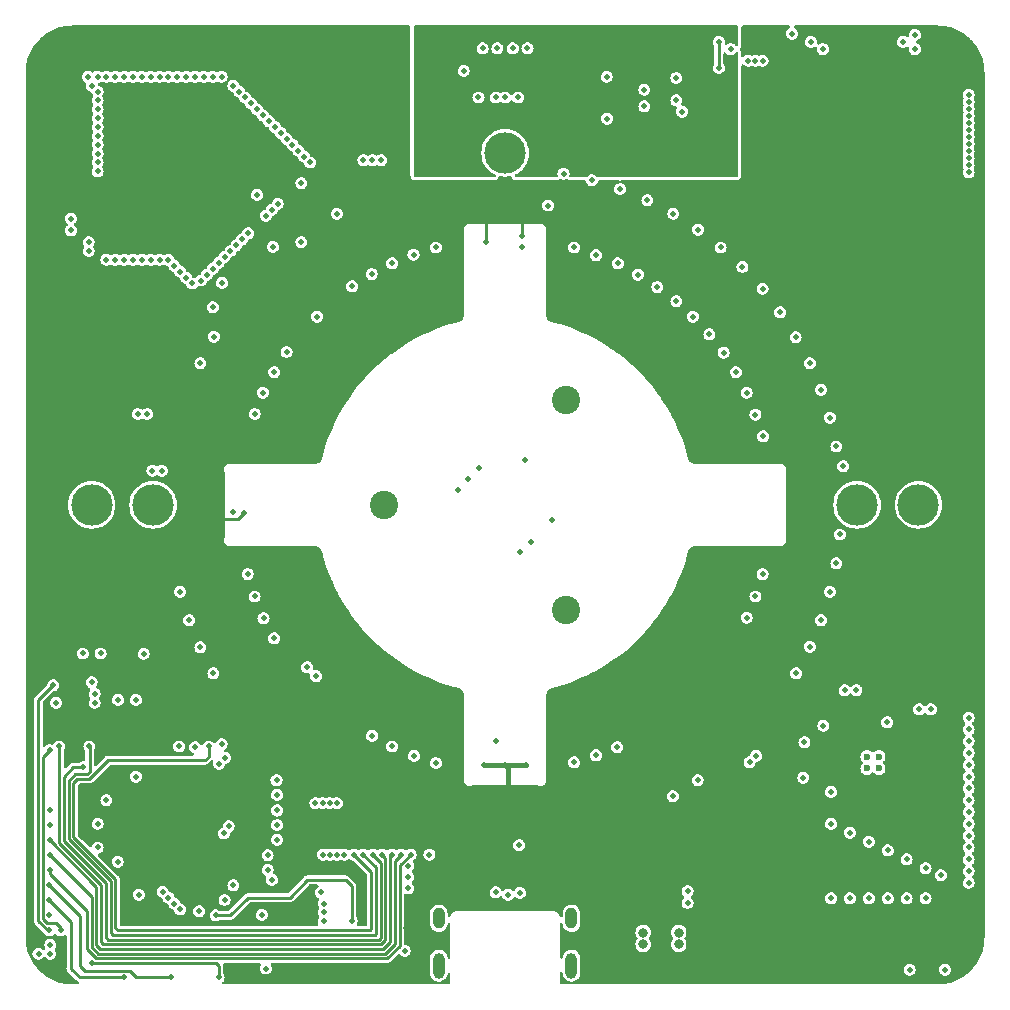
<source format=gbr>
%TF.GenerationSoftware,KiCad,Pcbnew,9.0.1*%
%TF.CreationDate,2025-04-25T15:08:37+02:00*%
%TF.ProjectId,view_base,76696577-5f62-4617-9365-2e6b69636164,0.1.0*%
%TF.SameCoordinates,Original*%
%TF.FileFunction,Copper,L3,Inr*%
%TF.FilePolarity,Positive*%
%FSLAX46Y46*%
G04 Gerber Fmt 4.6, Leading zero omitted, Abs format (unit mm)*
G04 Created by KiCad (PCBNEW 9.0.1) date 2025-04-25 15:08:37*
%MOMM*%
%LPD*%
G01*
G04 APERTURE LIST*
%TA.AperFunction,ComponentPad*%
%ADD10C,2.400000*%
%TD*%
%TA.AperFunction,ComponentPad*%
%ADD11C,3.500000*%
%TD*%
%TA.AperFunction,ComponentPad*%
%ADD12O,1.000000X1.800000*%
%TD*%
%TA.AperFunction,ComponentPad*%
%ADD13O,1.000000X2.200000*%
%TD*%
%TA.AperFunction,ComponentPad*%
%ADD14C,0.600000*%
%TD*%
%TA.AperFunction,ViaPad*%
%ADD15C,0.500000*%
%TD*%
%TA.AperFunction,ViaPad*%
%ADD16C,0.800000*%
%TD*%
%TA.AperFunction,Conductor*%
%ADD17C,0.250000*%
%TD*%
%TA.AperFunction,Conductor*%
%ADD18C,0.400000*%
%TD*%
G04 APERTURE END LIST*
D10*
%TO.N,unconnected-(H4-Pad1)*%
%TO.C,H4*%
X151125427Y-91122500D03*
%TD*%
%TO.N,unconnected-(H1-Pad1)*%
%TO.C,H1*%
X151125427Y-108877499D03*
%TD*%
%TO.N,unconnected-(H2-Pad1)*%
%TO.C,H2*%
X135749146Y-100000000D03*
%TD*%
D11*
%TO.N,unconnected-(H3-Pad1)*%
%TO.C,H3*%
X116200000Y-100000000D03*
%TD*%
%TO.N,unconnected-(H5-Pad1)*%
%TO.C,H5*%
X146000000Y-70200000D03*
%TD*%
%TO.N,unconnected-(H6-Pad1)*%
%TO.C,H6*%
X175800000Y-100000000D03*
%TD*%
D12*
%TO.N,GND*%
%TO.C,J1*%
X140380000Y-135000000D03*
D13*
X140380000Y-139000000D03*
D12*
X151620000Y-135000000D03*
D13*
X151620000Y-139000000D03*
%TD*%
D14*
%TO.N,GND*%
%TO.C,U8*%
X176650000Y-122300000D03*
X177650000Y-122300000D03*
X176650000Y-121300000D03*
X177650000Y-121300000D03*
%TD*%
D11*
%TO.N,unconnected-(H7-Pad1)*%
%TO.C,H7*%
X181000000Y-100000000D03*
%TD*%
%TO.N,unconnected-(H8-Pad1)*%
%TO.C,H8*%
X111000000Y-100000000D03*
%TD*%
D15*
%TO.N,GND*%
X174050000Y-104950000D03*
X175750000Y-115700000D03*
X166600000Y-62400000D03*
X185250000Y-122000000D03*
X157250000Y-80500000D03*
X185250000Y-131000000D03*
X170300000Y-60100000D03*
X114900000Y-92300000D03*
X130000000Y-114500000D03*
X185250000Y-70050000D03*
X134750000Y-70800000D03*
X106500000Y-138000000D03*
X122300000Y-121400000D03*
X174050000Y-95050000D03*
X181050000Y-117300000D03*
X130550000Y-125250000D03*
X185250000Y-124000000D03*
X131150000Y-125250000D03*
X122600000Y-127200000D03*
X166450000Y-109550000D03*
X174750000Y-115700000D03*
X126450000Y-88750000D03*
X163300000Y-85550000D03*
X125500000Y-90500000D03*
X167850000Y-94200000D03*
X131750000Y-75350000D03*
X134000000Y-70800000D03*
X147400000Y-78200000D03*
X132400000Y-129600000D03*
X185250000Y-67050000D03*
X135500000Y-70800000D03*
X125550000Y-109600000D03*
X149650000Y-74650000D03*
X133050000Y-81500000D03*
X164250000Y-78200000D03*
X130600000Y-129600000D03*
X171800000Y-112000000D03*
X167800000Y-62400000D03*
X155550000Y-79550000D03*
X170650000Y-114250000D03*
X185250000Y-70650000D03*
X153350000Y-72500000D03*
X185250000Y-121000000D03*
X166450000Y-90500000D03*
X145350000Y-61350000D03*
X120200000Y-112050000D03*
X131800000Y-129600000D03*
X180250000Y-139350000D03*
X162350000Y-76700000D03*
X121800000Y-121900000D03*
X136450000Y-79550000D03*
X121300000Y-114250000D03*
X185250000Y-65850000D03*
X185250000Y-120000000D03*
X127500000Y-87050000D03*
X146000000Y-65500000D03*
X145250000Y-120000000D03*
X170600000Y-85800000D03*
X121350000Y-85750000D03*
X153700000Y-121200000D03*
X161449995Y-133700003D03*
X129950000Y-125250000D03*
X160500000Y-82750000D03*
X173500000Y-92600000D03*
X155750000Y-73250000D03*
X173500000Y-107350000D03*
X130400000Y-132800000D03*
X162300000Y-123300000D03*
X115700000Y-92300000D03*
X172750000Y-90250000D03*
X185250000Y-65250000D03*
X138250000Y-78800000D03*
X165550000Y-88750000D03*
X137800000Y-131500000D03*
X169300000Y-83700000D03*
X130100000Y-84050000D03*
X136450000Y-120450000D03*
X126250000Y-131750000D03*
X167800000Y-105850000D03*
X158900000Y-81550000D03*
X160200000Y-124650000D03*
X185250000Y-130000000D03*
X116150000Y-97100000D03*
X185250000Y-129000000D03*
X108000000Y-116750000D03*
X185250000Y-68850000D03*
X185250000Y-71850000D03*
X185250000Y-128000000D03*
X185250000Y-68250000D03*
X147100000Y-65500000D03*
X158050000Y-74200000D03*
X131750000Y-125250000D03*
X185250000Y-67650000D03*
X166700000Y-121800000D03*
X167200000Y-62400000D03*
X143750000Y-65500000D03*
X185250000Y-71250000D03*
X150000000Y-101300000D03*
X134700000Y-80450000D03*
X117000000Y-132750000D03*
X174630000Y-96720000D03*
X107500000Y-138000000D03*
X145200000Y-65500000D03*
X167200000Y-107750000D03*
X140150000Y-78200000D03*
X140150000Y-121850000D03*
X107500000Y-137250000D03*
X161000000Y-66700000D03*
X134750000Y-119550000D03*
X118500000Y-107350000D03*
X160250000Y-75350000D03*
X171800000Y-88000000D03*
X131200000Y-129600000D03*
X120200000Y-88000000D03*
X124800000Y-107750000D03*
X185250000Y-125000000D03*
X180700000Y-60200000D03*
X167800000Y-81700000D03*
X185250000Y-126000000D03*
X153700000Y-78850000D03*
X185250000Y-123000000D03*
X164500000Y-87100000D03*
X151850000Y-121800000D03*
X172750000Y-109750000D03*
X116950000Y-97100000D03*
X174350000Y-102500000D03*
X118500000Y-134250000D03*
X155500000Y-120500000D03*
X123000000Y-100600000D03*
X117500000Y-133250000D03*
X185250000Y-119000000D03*
X124800000Y-92300000D03*
X185250000Y-118000000D03*
X161900000Y-84050000D03*
X118000000Y-133750000D03*
X122200000Y-127800000D03*
X185250000Y-132000000D03*
X126450000Y-111300000D03*
X161450000Y-132700004D03*
X138300000Y-121250000D03*
X167250000Y-121250000D03*
X166100000Y-79850000D03*
X124200000Y-105850000D03*
X185250000Y-66450000D03*
X185250000Y-127000000D03*
X171250000Y-123100000D03*
X182050000Y-117300000D03*
X119250000Y-109750000D03*
X185250000Y-69450000D03*
X151850000Y-78200000D03*
X167200000Y-92350000D03*
X150950000Y-71950000D03*
%TO.N,/USB_D-*%
X146250000Y-133000000D03*
X145200000Y-132800000D03*
X137800000Y-132450000D03*
%TO.N,/USB_D+*%
X137800000Y-130550000D03*
X147250000Y-132850000D03*
%TO.N,/STRAIN_E+*%
X125000000Y-73750000D03*
X121250000Y-83250000D03*
X126350000Y-78150000D03*
%TO.N,/STRAIN_S-*%
X122050000Y-81200000D03*
%TO.N,/STRAIN_S+*%
X128750000Y-77750000D03*
X128750000Y-72750000D03*
%TO.N,/ESP32_EN*%
X125750000Y-139250000D03*
X125400000Y-134700000D03*
%TO.N,/ESP32_BOOT*%
X120100000Y-134400000D03*
X108400000Y-136000000D03*
X111000000Y-138800000D03*
X121750000Y-140000000D03*
X107450000Y-120750000D03*
%TO.N,/USB_SERIAL_RXI*%
X107400000Y-133450000D03*
X113750000Y-140000000D03*
%TO.N,/USB_SERIAL_TXO*%
X107400000Y-132200000D03*
X117750000Y-140000000D03*
%TO.N,/LED_DATA_5V*%
X139600000Y-129600000D03*
X147200000Y-128800000D03*
X137500000Y-137760000D03*
%TO.N,/LCD_CMD*%
X115000000Y-133000000D03*
X107400000Y-134700000D03*
%TO.N,/LCD_CS*%
X119750000Y-120500000D03*
X113200000Y-130200000D03*
%TO.N,/LCD_BACKLIGHT*%
X111500000Y-129000000D03*
X123000000Y-132200000D03*
%TO.N,/LCD_DATA*%
X122000000Y-120250000D03*
X111500000Y-127000000D03*
%TO.N,/LCD_SCK*%
X112250000Y-125000000D03*
X122250000Y-133450000D03*
%TO.N,/LCD_RST*%
X114750000Y-123000000D03*
X118400000Y-120450000D03*
%TO.N,/MAG_DO*%
X113250000Y-116500000D03*
X143800000Y-96900000D03*
%TO.N,/MAG_CLK*%
X114750000Y-116500000D03*
X142900000Y-97800000D03*
%TO.N,/MAG_CSN*%
X142000000Y-98700000D03*
X115400000Y-112600000D03*
%TO.N,/STRAIN_SCK*%
X107750000Y-115250000D03*
X107400000Y-136000000D03*
%TO.N,/TMC_UH*%
X173600000Y-133300000D03*
X173600000Y-127000000D03*
X126650000Y-123300000D03*
%TO.N,/TMC_VH*%
X175200000Y-133300000D03*
X126700000Y-124550000D03*
X175200000Y-127750000D03*
%TO.N,/TMC_WH*%
X176800000Y-133300000D03*
X126700000Y-125850000D03*
X176800000Y-128500000D03*
%TO.N,/TMC_UL*%
X126700000Y-127100000D03*
X178400000Y-129250000D03*
X178400000Y-133300000D03*
%TO.N,/TMC_WL*%
X126700000Y-128350000D03*
X180000000Y-130000000D03*
X180000000Y-133300000D03*
%TO.N,/TMC_VL*%
X125900000Y-129650000D03*
X181600000Y-130750000D03*
X181600000Y-133300000D03*
%TO.N,/TMC_DIAG*%
X182900000Y-131350000D03*
X125900000Y-130900000D03*
%TO.N,/LED_DATA_3V3*%
X133000000Y-135200000D03*
X121500000Y-134750000D03*
%TO.N,GNDA*%
X126000000Y-67500000D03*
X126250000Y-75000000D03*
X110750000Y-77750000D03*
X111500000Y-70250000D03*
X119750000Y-63750000D03*
X115250000Y-63750000D03*
X121250000Y-80000000D03*
X111500000Y-71750000D03*
X115250000Y-79250000D03*
X111500000Y-65750000D03*
X122250000Y-79000000D03*
X123750000Y-77500000D03*
X111500000Y-68000000D03*
X120750000Y-80500000D03*
X119000000Y-63750000D03*
X110750000Y-78500000D03*
X121750000Y-79500000D03*
X123250000Y-78000000D03*
X116750000Y-79250000D03*
X127000000Y-68500000D03*
X129500000Y-71000000D03*
X126500000Y-68000000D03*
X124000000Y-65500000D03*
X111500000Y-63750000D03*
X120250000Y-81000000D03*
X116000000Y-79250000D03*
X129000000Y-70500000D03*
X114500000Y-79250000D03*
X122750000Y-78500000D03*
X111500000Y-71000000D03*
X123000000Y-64500000D03*
X113750000Y-79250000D03*
X118500000Y-80250000D03*
X120500000Y-63750000D03*
X111500000Y-68750000D03*
X111500000Y-69500000D03*
X111000000Y-64500000D03*
X118250000Y-63750000D03*
X128500000Y-70000000D03*
X128000000Y-69500000D03*
X123500000Y-65000000D03*
X112250000Y-63750000D03*
X112250000Y-79250000D03*
X113000000Y-79250000D03*
X113000000Y-63750000D03*
X111500000Y-67250000D03*
X121250000Y-63750000D03*
X110675000Y-63750000D03*
X122000000Y-63750000D03*
X124250000Y-77000000D03*
X125750000Y-75500000D03*
X116000000Y-63750000D03*
X113750000Y-63750000D03*
X119500000Y-81250000D03*
X116750000Y-63750000D03*
X111500000Y-65000000D03*
X119000000Y-80750000D03*
X118000000Y-79750000D03*
X114500000Y-63750000D03*
X124500000Y-66000000D03*
X117500000Y-79250000D03*
X117500000Y-63750000D03*
X126750000Y-74500000D03*
X125500000Y-67000000D03*
X127500000Y-69000000D03*
X125000000Y-66500000D03*
X111500000Y-66500000D03*
%TO.N,+5V*%
X142500000Y-132500000D03*
X155270000Y-75920000D03*
X147750000Y-122000000D03*
X123920000Y-86720000D03*
X170390000Y-91620000D03*
X156699995Y-132699999D03*
X121210000Y-92870000D03*
X171640000Y-102730000D03*
X144400000Y-77700000D03*
X160400000Y-121400000D03*
X120700000Y-99000000D03*
X169560000Y-89530000D03*
X127350000Y-83700000D03*
X150150000Y-132750000D03*
X141900000Y-132500000D03*
X161160000Y-79150000D03*
X125940000Y-116200000D03*
X121600000Y-108370000D03*
X124620000Y-114410000D03*
X126040000Y-85490000D03*
X121940000Y-90760000D03*
X141060000Y-125310000D03*
X149450000Y-125000000D03*
X171490000Y-95980000D03*
X120970000Y-106230000D03*
X163100000Y-114900000D03*
X135510000Y-76440000D03*
X177250000Y-139350000D03*
X166070000Y-83810000D03*
X171300000Y-104940000D03*
X138890000Y-124790000D03*
X182500000Y-75000000D03*
X131590000Y-78630000D03*
X166850000Y-115150000D03*
X146000000Y-122000000D03*
X182500000Y-74250000D03*
X133500000Y-77440000D03*
X171200000Y-101000000D03*
X123900000Y-100700000D03*
X159310000Y-77930000D03*
X141980000Y-74530000D03*
X172100000Y-125800000D03*
X162200000Y-120050000D03*
X128100000Y-81440000D03*
X120520000Y-104030000D03*
X148700000Y-74340000D03*
X147400000Y-77200000D03*
X168080000Y-113280000D03*
X123300000Y-95000000D03*
X130840000Y-120850000D03*
X136750000Y-124070000D03*
X151950000Y-123900000D03*
X153140000Y-75220000D03*
X182500000Y-73500000D03*
X161300000Y-116500000D03*
X129750000Y-80050000D03*
X144250000Y-122000000D03*
X169150000Y-111330000D03*
X134690000Y-123170000D03*
X170050000Y-109250000D03*
X130750000Y-115250000D03*
X133700000Y-131500000D03*
X156480000Y-123570000D03*
X168570000Y-87530000D03*
X164580000Y-82120000D03*
X122440000Y-110480000D03*
X154390000Y-124380000D03*
X150750000Y-132750000D03*
X167390000Y-85600000D03*
X132000000Y-116500000D03*
X120680000Y-95060000D03*
X137590000Y-75610000D03*
X122830000Y-88680000D03*
X156699999Y-133699999D03*
X150970000Y-74690000D03*
X157350000Y-76850000D03*
X162940000Y-80550000D03*
X158480000Y-122570000D03*
X137600000Y-135860000D03*
X139780000Y-74980000D03*
X132710000Y-122100000D03*
X171010000Y-93790000D03*
X171700000Y-97950000D03*
X171150000Y-121300000D03*
X170780000Y-107130000D03*
X123430000Y-112480000D03*
%TO.N,+3V3*%
X146650000Y-61350000D03*
X129250000Y-113750000D03*
X148200000Y-103100000D03*
X178350000Y-118400000D03*
X109250000Y-76750000D03*
X111000000Y-115000000D03*
X160500000Y-63850000D03*
X142500000Y-63250000D03*
D16*
X157700001Y-136200003D03*
D15*
X160500000Y-65750000D03*
X147300000Y-104000000D03*
X111250000Y-116000000D03*
D16*
X157700000Y-137200000D03*
D15*
X147700000Y-96200000D03*
X157800000Y-64850000D03*
X183250000Y-139350000D03*
X111250000Y-116750000D03*
D16*
X160700000Y-137200000D03*
D15*
X157800000Y-66250000D03*
X130650000Y-135250000D03*
X130650000Y-133750000D03*
X109250000Y-75750000D03*
D16*
X160700002Y-136200003D03*
D15*
X130650000Y-134500000D03*
%TO.N,Net-(J6-Pin_1)*%
X173600000Y-124300000D03*
%TO.N,Net-(J6-Pin_2)*%
X171350000Y-120100000D03*
%TO.N,Net-(J6-Pin_3)*%
X172950000Y-118700000D03*
%TO.N,Net-(U7-IO40)*%
X136400000Y-129600000D03*
X107450000Y-128400000D03*
%TO.N,Net-(U7-IO41)*%
X107450000Y-129650000D03*
X137200000Y-129600000D03*
%TO.N,Net-(U7-IO42)*%
X107450000Y-130900000D03*
X138000000Y-129600000D03*
%TO.N,Net-(U7-IO45)*%
X135600000Y-129600000D03*
X108250000Y-120450000D03*
%TO.N,Net-(U7-IO46)*%
X120900000Y-120450000D03*
X133200000Y-129600000D03*
%TO.N,Net-(U7-IO47)*%
X134000000Y-129600000D03*
X110800000Y-120450000D03*
%TO.N,SDA*%
X164100000Y-60800000D03*
X111749999Y-112575000D03*
X164100000Y-63000000D03*
X171900000Y-60800000D03*
X107450000Y-127100000D03*
X154600000Y-63750000D03*
X144100000Y-61350000D03*
X179700000Y-60800000D03*
%TO.N,SCL*%
X110250002Y-112575002D03*
X147900000Y-61350000D03*
X172900000Y-61400000D03*
X107450000Y-125850000D03*
X154650000Y-67300000D03*
X180700000Y-61400000D03*
X165100000Y-61400000D03*
%TO.N,Net-(U7-IO48)*%
X134800000Y-129600000D03*
X110300000Y-122200000D03*
%TO.N,+2V8*%
X159050000Y-65300000D03*
X154150000Y-66350000D03*
X154200000Y-62850000D03*
X147650000Y-63800000D03*
X158800000Y-68900000D03*
X158800000Y-67350000D03*
X147600000Y-67450000D03*
X139300000Y-64250000D03*
X151450000Y-65800000D03*
X151450000Y-62450000D03*
X139300000Y-66750000D03*
%TD*%
D17*
%TO.N,/ESP32_BOOT*%
X121500000Y-138800000D02*
X121750000Y-139050000D01*
X108000000Y-135400000D02*
X108400000Y-135800000D01*
X107250000Y-135400000D02*
X108000000Y-135400000D01*
X106875000Y-135025000D02*
X106875000Y-121325000D01*
X121750000Y-139050000D02*
X121750000Y-140000000D01*
X111000000Y-138800000D02*
X121500000Y-138800000D01*
X107250000Y-135400000D02*
X106875000Y-135025000D01*
X108400000Y-135800000D02*
X108400000Y-136000000D01*
X106875000Y-121325000D02*
X107450000Y-120750000D01*
%TO.N,/USB_SERIAL_RXI*%
X107400000Y-133450000D02*
X109250000Y-135300000D01*
X109250000Y-135300000D02*
X109250000Y-139250000D01*
X109250000Y-139250000D02*
X110000000Y-140000000D01*
X110000000Y-140000000D02*
X113750000Y-140000000D01*
%TO.N,/USB_SERIAL_TXO*%
X110000000Y-134800000D02*
X110000000Y-137500000D01*
X107400000Y-132200000D02*
X110000000Y-134800000D01*
X110000000Y-137500000D02*
X110000000Y-139000000D01*
X110475000Y-139475000D02*
X114225000Y-139475000D01*
X114225000Y-139475000D02*
X114750000Y-140000000D01*
X110000000Y-139000000D02*
X110475000Y-139475000D01*
X114750000Y-140000000D02*
X117750000Y-140000000D01*
%TO.N,/STRAIN_SCK*%
X107750000Y-115250000D02*
X106475000Y-116525000D01*
X107284315Y-136000000D02*
X106475000Y-135190685D01*
X107400000Y-136000000D02*
X107284315Y-136000000D01*
X106475000Y-135190685D02*
X106475000Y-117250000D01*
X106475000Y-116525000D02*
X106475000Y-117250000D01*
%TO.N,/LED_DATA_3V3*%
X122750000Y-134750000D02*
X124250000Y-133250000D01*
X121500000Y-134750000D02*
X122750000Y-134750000D01*
X124250000Y-133250000D02*
X127750000Y-133250000D01*
X133000000Y-135200000D02*
X133000000Y-132250000D01*
X129250000Y-131750000D02*
X132500000Y-131750000D01*
X132500000Y-131750000D02*
X132675000Y-131925000D01*
X127750000Y-133250000D02*
X129250000Y-131750000D01*
X133000000Y-132250000D02*
X132675000Y-131925000D01*
%TO.N,+5V*%
X144400000Y-77700000D02*
X144400000Y-75800000D01*
D18*
X146000000Y-122000000D02*
X146250000Y-122250000D01*
X146250000Y-122250000D02*
X146250000Y-124250000D01*
D17*
X123400000Y-101200000D02*
X121600000Y-101200000D01*
D18*
X146000000Y-122000000D02*
X147750000Y-122000000D01*
D17*
X147400000Y-77200000D02*
X147400000Y-75500000D01*
X123900000Y-100700000D02*
X123400000Y-101200000D01*
D18*
X144250000Y-122000000D02*
X146000000Y-122000000D01*
D17*
%TO.N,Net-(U7-IO40)*%
X111400000Y-137268628D02*
X111731372Y-137600000D01*
X111731372Y-137600000D02*
X135668628Y-137600000D01*
X136275000Y-129725000D02*
X136400000Y-129600000D01*
X135668628Y-137600000D02*
X136275000Y-136993628D01*
X111400000Y-132350000D02*
X111400000Y-137268628D01*
X136275000Y-136993628D02*
X136275000Y-129725000D01*
X107450000Y-128400000D02*
X111400000Y-132350000D01*
%TO.N,Net-(U7-IO41)*%
X136675000Y-137159314D02*
X135834314Y-138000000D01*
X136675000Y-130600000D02*
X136675000Y-137159314D01*
X136675000Y-130400000D02*
X136675000Y-130125000D01*
X111000000Y-137434314D02*
X111000000Y-133200000D01*
X136675000Y-130400000D02*
X136675000Y-130600000D01*
X135834314Y-138000000D02*
X111565686Y-138000000D01*
X111565686Y-138000000D02*
X111000000Y-137434314D01*
X136675000Y-130125000D02*
X137200000Y-129600000D01*
X111000000Y-133200000D02*
X107450000Y-129650000D01*
%TO.N,Net-(U7-IO42)*%
X107450000Y-130900000D02*
X107450000Y-131250000D01*
X110600000Y-134400000D02*
X110600000Y-137600000D01*
X137075000Y-137325000D02*
X137075000Y-130600000D01*
X111400000Y-138400000D02*
X136000000Y-138400000D01*
X107450000Y-131250000D02*
X110600000Y-134400000D01*
X136000000Y-138400000D02*
X137075000Y-137325000D01*
X110600000Y-137600000D02*
X111400000Y-138400000D01*
X137075000Y-130600000D02*
X137075000Y-130525000D01*
X137075000Y-130525000D02*
X138000000Y-129600000D01*
%TO.N,Net-(U7-IO45)*%
X135600000Y-129600000D02*
X135875000Y-129875000D01*
X135875000Y-136827942D02*
X135875000Y-130800000D01*
X108250000Y-128634314D02*
X111800000Y-132184315D01*
X108250000Y-120450000D02*
X108250000Y-128634314D01*
X111800000Y-137000000D02*
X112000000Y-137200000D01*
X135502942Y-137200000D02*
X135875000Y-136827942D01*
X112000000Y-137200000D02*
X135502942Y-137200000D01*
X135875000Y-129875000D02*
X135875000Y-130800000D01*
X111800000Y-132184315D02*
X111800000Y-137000000D01*
%TO.N,Net-(U7-IO46)*%
X113000000Y-131687260D02*
X109450000Y-128137256D01*
X113200000Y-136000000D02*
X113000000Y-135800000D01*
X133200000Y-129600000D02*
X134675000Y-131075000D01*
X134675000Y-131075000D02*
X134675000Y-131600000D01*
X109450000Y-128137256D02*
X109450000Y-123550000D01*
X113000000Y-135800000D02*
X113000000Y-131687260D01*
X134600000Y-136000000D02*
X113200000Y-136000000D01*
X120600000Y-121600000D02*
X120900000Y-121300000D01*
X120900000Y-121300000D02*
X120900000Y-120450000D01*
X134675000Y-131600000D02*
X134675000Y-135925000D01*
X134675000Y-135925000D02*
X134600000Y-136000000D01*
X112400000Y-121600000D02*
X120600000Y-121600000D01*
X109450000Y-123550000D02*
X109800000Y-123200000D01*
X109800000Y-123200000D02*
X110800000Y-123200000D01*
X110800000Y-123200000D02*
X112400000Y-121600000D01*
%TO.N,Net-(U7-IO47)*%
X112600000Y-131852945D02*
X112600000Y-136200000D01*
X135075000Y-136325000D02*
X135075000Y-131200000D01*
X135000000Y-136400000D02*
X135075000Y-136325000D01*
X109050000Y-123350000D02*
X109050000Y-128302942D01*
X110800000Y-120450000D02*
X110825000Y-120475000D01*
X112800000Y-136400000D02*
X135000000Y-136400000D01*
X109050000Y-128302942D02*
X112600000Y-131852945D01*
X109600000Y-122800000D02*
X109050000Y-123350000D01*
X110825000Y-122575000D02*
X110600000Y-122800000D01*
X135075000Y-130675000D02*
X135075000Y-131200000D01*
X134000000Y-129600000D02*
X135075000Y-130675000D01*
X110600000Y-122800000D02*
X109600000Y-122800000D01*
X112600000Y-136200000D02*
X112800000Y-136400000D01*
X110825000Y-120475000D02*
X110825000Y-122575000D01*
%TO.N,SDA*%
X164100000Y-63000000D02*
X164100000Y-60800000D01*
%TO.N,Net-(U7-IO48)*%
X108650000Y-128468628D02*
X112200000Y-132018630D01*
X135337256Y-136800000D02*
X135475000Y-136662256D01*
X109450000Y-122200000D02*
X108650000Y-123000000D01*
X112400000Y-136800000D02*
X135337256Y-136800000D01*
X108650000Y-123000000D02*
X108650000Y-128468628D01*
X135475000Y-130275000D02*
X135475000Y-131000000D01*
X135475000Y-136662256D02*
X135475000Y-131000000D01*
X134800000Y-129600000D02*
X135475000Y-130275000D01*
X112200000Y-136600000D02*
X112400000Y-136800000D01*
X110300000Y-122200000D02*
X109450000Y-122200000D01*
X112200000Y-132018630D02*
X112200000Y-136600000D01*
%TD*%
%TA.AperFunction,Conductor*%
%TO.N,+2V8*%
G36*
X165693039Y-59420185D02*
G01*
X165738794Y-59472989D01*
X165750000Y-59524500D01*
X165750000Y-61047290D01*
X165730315Y-61114329D01*
X165677511Y-61160084D01*
X165608353Y-61170028D01*
X165544797Y-61141003D01*
X165532287Y-61128493D01*
X165485452Y-61074443D01*
X165433775Y-61014804D01*
X165433774Y-61014803D01*
X165355974Y-60964804D01*
X165311732Y-60936371D01*
X165172536Y-60895500D01*
X165027464Y-60895500D01*
X164888268Y-60936371D01*
X164788141Y-61000719D01*
X164721102Y-61020403D01*
X164654062Y-61000718D01*
X164608308Y-60947914D01*
X164598364Y-60878758D01*
X164609688Y-60800000D01*
X164589042Y-60656404D01*
X164528777Y-60524442D01*
X164433775Y-60414804D01*
X164433774Y-60414803D01*
X164390164Y-60386776D01*
X164311732Y-60336371D01*
X164172536Y-60295500D01*
X164027464Y-60295500D01*
X163888268Y-60336371D01*
X163766225Y-60414803D01*
X163671222Y-60524443D01*
X163610957Y-60656403D01*
X163590312Y-60800000D01*
X163610957Y-60943596D01*
X163671223Y-61075558D01*
X163690211Y-61097471D01*
X163719238Y-61161026D01*
X163720500Y-61178675D01*
X163720500Y-62621323D01*
X163700815Y-62688362D01*
X163690214Y-62702525D01*
X163671222Y-62724442D01*
X163610957Y-62856403D01*
X163590312Y-63000000D01*
X163610957Y-63143596D01*
X163657496Y-63245500D01*
X163671223Y-63275558D01*
X163766225Y-63385196D01*
X163888268Y-63463629D01*
X164027464Y-63504500D01*
X164172536Y-63504500D01*
X164311732Y-63463629D01*
X164433775Y-63385196D01*
X164528777Y-63275558D01*
X164589042Y-63143596D01*
X164609688Y-63000000D01*
X164589042Y-62856404D01*
X164528777Y-62724442D01*
X164509786Y-62702525D01*
X164480762Y-62638969D01*
X164479500Y-62621323D01*
X164479500Y-61786754D01*
X164499185Y-61719715D01*
X164551989Y-61673960D01*
X164621147Y-61664016D01*
X164684703Y-61693041D01*
X164697206Y-61705544D01*
X164766225Y-61785196D01*
X164888268Y-61863629D01*
X165027464Y-61904500D01*
X165172536Y-61904500D01*
X165311732Y-61863629D01*
X165433775Y-61785196D01*
X165528777Y-61675558D01*
X165528778Y-61675555D01*
X165532287Y-61671506D01*
X165591065Y-61633732D01*
X165660935Y-61633732D01*
X165719713Y-61671506D01*
X165748738Y-61735062D01*
X165750000Y-61752709D01*
X165750000Y-72126000D01*
X165730315Y-72193039D01*
X165677511Y-72238794D01*
X165626000Y-72250000D01*
X153857552Y-72250000D01*
X153790513Y-72230315D01*
X153763839Y-72207203D01*
X153701141Y-72134846D01*
X153683775Y-72114804D01*
X153683774Y-72114803D01*
X153640163Y-72086776D01*
X153561732Y-72036371D01*
X153422536Y-71995500D01*
X153277464Y-71995500D01*
X153138268Y-72036371D01*
X153016225Y-72114803D01*
X152936161Y-72207203D01*
X152877383Y-72244977D01*
X152842448Y-72250000D01*
X151559659Y-72250000D01*
X151492620Y-72230315D01*
X151446865Y-72177511D01*
X151436921Y-72108354D01*
X151448471Y-72028015D01*
X151459688Y-71950000D01*
X151439042Y-71806404D01*
X151378777Y-71674442D01*
X151283775Y-71564804D01*
X151283774Y-71564803D01*
X151207871Y-71516023D01*
X151161732Y-71486371D01*
X151022536Y-71445500D01*
X150877464Y-71445500D01*
X150738268Y-71486371D01*
X150616225Y-71564803D01*
X150521222Y-71674443D01*
X150460957Y-71806403D01*
X150440312Y-71950000D01*
X150463079Y-72108354D01*
X150453135Y-72177512D01*
X150407380Y-72230316D01*
X150340341Y-72250000D01*
X146914119Y-72250000D01*
X146847080Y-72230315D01*
X146801325Y-72177511D01*
X146791381Y-72108353D01*
X146820406Y-72044797D01*
X146854692Y-72017168D01*
X146977700Y-71950000D01*
X147086483Y-71890600D01*
X147316021Y-71718769D01*
X147518769Y-71516021D01*
X147690600Y-71286483D01*
X147764650Y-71150869D01*
X147828015Y-71034827D01*
X147861415Y-70945275D01*
X147928216Y-70766175D01*
X147989165Y-70485999D01*
X148009620Y-70200000D01*
X147989165Y-69914001D01*
X147928216Y-69633825D01*
X147894815Y-69544274D01*
X147828015Y-69365172D01*
X147690601Y-69113519D01*
X147690600Y-69113517D01*
X147518769Y-68883979D01*
X147316021Y-68681231D01*
X147086483Y-68509400D01*
X147086481Y-68509399D01*
X147086480Y-68509398D01*
X146834827Y-68371984D01*
X146566173Y-68271783D01*
X146285999Y-68210835D01*
X146000000Y-68190379D01*
X145714000Y-68210835D01*
X145433826Y-68271783D01*
X145165172Y-68371984D01*
X144913519Y-68509398D01*
X144683976Y-68681233D01*
X144481233Y-68883976D01*
X144309398Y-69113519D01*
X144171984Y-69365172D01*
X144071783Y-69633826D01*
X144010835Y-69914000D01*
X143990379Y-70199999D01*
X144010835Y-70485999D01*
X144071783Y-70766173D01*
X144171984Y-71034827D01*
X144309398Y-71286480D01*
X144309400Y-71286483D01*
X144481231Y-71516021D01*
X144683979Y-71718769D01*
X144913517Y-71890600D01*
X144913519Y-71890601D01*
X145145308Y-72017168D01*
X145194713Y-72066573D01*
X145209565Y-72134846D01*
X145185148Y-72200310D01*
X145129215Y-72242182D01*
X145085881Y-72250000D01*
X138374000Y-72250000D01*
X138306961Y-72230315D01*
X138261206Y-72177511D01*
X138250000Y-72126000D01*
X138250000Y-67300000D01*
X154140312Y-67300000D01*
X154160957Y-67443596D01*
X154221222Y-67575556D01*
X154221223Y-67575558D01*
X154316225Y-67685196D01*
X154438268Y-67763629D01*
X154577464Y-67804500D01*
X154722536Y-67804500D01*
X154861732Y-67763629D01*
X154983775Y-67685196D01*
X155078777Y-67575558D01*
X155139042Y-67443596D01*
X155159688Y-67300000D01*
X155139042Y-67156404D01*
X155078777Y-67024442D01*
X154983775Y-66914804D01*
X154983774Y-66914803D01*
X154940163Y-66886776D01*
X154861732Y-66836371D01*
X154722536Y-66795500D01*
X154577464Y-66795500D01*
X154438268Y-66836371D01*
X154316225Y-66914803D01*
X154221222Y-67024443D01*
X154160957Y-67156403D01*
X154140312Y-67300000D01*
X138250000Y-67300000D01*
X138250000Y-66250000D01*
X157290312Y-66250000D01*
X157310957Y-66393596D01*
X157371222Y-66525556D01*
X157371223Y-66525558D01*
X157466225Y-66635196D01*
X157588268Y-66713629D01*
X157727464Y-66754500D01*
X157872536Y-66754500D01*
X158011732Y-66713629D01*
X158133775Y-66635196D01*
X158228777Y-66525558D01*
X158289042Y-66393596D01*
X158309688Y-66250000D01*
X158289042Y-66106404D01*
X158228777Y-65974442D01*
X158133775Y-65864804D01*
X158133774Y-65864803D01*
X158046582Y-65808768D01*
X158011732Y-65786371D01*
X157887862Y-65750000D01*
X159990312Y-65750000D01*
X160010957Y-65893596D01*
X160061606Y-66004500D01*
X160071223Y-66025558D01*
X160166225Y-66135196D01*
X160288268Y-66213629D01*
X160427464Y-66254500D01*
X160455885Y-66254500D01*
X160522924Y-66274185D01*
X160568679Y-66326989D01*
X160578623Y-66396147D01*
X160568679Y-66430012D01*
X160510957Y-66556403D01*
X160490312Y-66700000D01*
X160510957Y-66843596D01*
X160571222Y-66975556D01*
X160571223Y-66975558D01*
X160666225Y-67085196D01*
X160788268Y-67163629D01*
X160927464Y-67204500D01*
X161072536Y-67204500D01*
X161211732Y-67163629D01*
X161333775Y-67085196D01*
X161428777Y-66975558D01*
X161489042Y-66843596D01*
X161509688Y-66700000D01*
X161489042Y-66556404D01*
X161428777Y-66424442D01*
X161333775Y-66314804D01*
X161333774Y-66314803D01*
X161270571Y-66274185D01*
X161211732Y-66236371D01*
X161072536Y-66195500D01*
X161044115Y-66195500D01*
X160977076Y-66175815D01*
X160931321Y-66123011D01*
X160921377Y-66053853D01*
X160931321Y-66019988D01*
X160989042Y-65893596D01*
X160989041Y-65893595D01*
X161009688Y-65750000D01*
X160989042Y-65606404D01*
X160928777Y-65474442D01*
X160833775Y-65364804D01*
X160833774Y-65364803D01*
X160790164Y-65336776D01*
X160711732Y-65286371D01*
X160572536Y-65245500D01*
X160427464Y-65245500D01*
X160288268Y-65286371D01*
X160166225Y-65364803D01*
X160071222Y-65474443D01*
X160010957Y-65606403D01*
X159990312Y-65750000D01*
X157887862Y-65750000D01*
X157872536Y-65745500D01*
X157727464Y-65745500D01*
X157588268Y-65786371D01*
X157466225Y-65864803D01*
X157371222Y-65974443D01*
X157310957Y-66106403D01*
X157290312Y-66250000D01*
X138250000Y-66250000D01*
X138250000Y-65500000D01*
X143240312Y-65500000D01*
X143260957Y-65643596D01*
X143307496Y-65745500D01*
X143321223Y-65775558D01*
X143416225Y-65885196D01*
X143538268Y-65963629D01*
X143677464Y-66004500D01*
X143822536Y-66004500D01*
X143961732Y-65963629D01*
X144083775Y-65885196D01*
X144178777Y-65775558D01*
X144239042Y-65643596D01*
X144259688Y-65500000D01*
X144690312Y-65500000D01*
X144710957Y-65643596D01*
X144757496Y-65745500D01*
X144771223Y-65775558D01*
X144866225Y-65885196D01*
X144988268Y-65963629D01*
X145127464Y-66004500D01*
X145272536Y-66004500D01*
X145411732Y-65963629D01*
X145532962Y-65885718D01*
X145599999Y-65866034D01*
X145667035Y-65885717D01*
X145788268Y-65963629D01*
X145927464Y-66004500D01*
X146072536Y-66004500D01*
X146211732Y-65963629D01*
X146333775Y-65885196D01*
X146428777Y-65775558D01*
X146437206Y-65757102D01*
X146482960Y-65704298D01*
X146550000Y-65684613D01*
X146617039Y-65704297D01*
X146662794Y-65757101D01*
X146662794Y-65757102D01*
X146671221Y-65775556D01*
X146748554Y-65864803D01*
X146766225Y-65885196D01*
X146888268Y-65963629D01*
X147027464Y-66004500D01*
X147172536Y-66004500D01*
X147311732Y-65963629D01*
X147433775Y-65885196D01*
X147528777Y-65775558D01*
X147589042Y-65643596D01*
X147609688Y-65500000D01*
X147589042Y-65356404D01*
X147588172Y-65354500D01*
X147538394Y-65245500D01*
X147528777Y-65224442D01*
X147433775Y-65114804D01*
X147433774Y-65114803D01*
X147390164Y-65086776D01*
X147311732Y-65036371D01*
X147172536Y-64995500D01*
X147027464Y-64995500D01*
X146888268Y-65036371D01*
X146766225Y-65114803D01*
X146671222Y-65224443D01*
X146662794Y-65242898D01*
X146617039Y-65295702D01*
X146549999Y-65315386D01*
X146482960Y-65295701D01*
X146437206Y-65242898D01*
X146428777Y-65224443D01*
X146428777Y-65224442D01*
X146333775Y-65114804D01*
X146333774Y-65114803D01*
X146290164Y-65086776D01*
X146211732Y-65036371D01*
X146072536Y-64995500D01*
X145927464Y-64995500D01*
X145788268Y-65036371D01*
X145667039Y-65114280D01*
X145599999Y-65133964D01*
X145532961Y-65114280D01*
X145463266Y-65069490D01*
X145411732Y-65036371D01*
X145272536Y-64995500D01*
X145127464Y-64995500D01*
X144988268Y-65036371D01*
X144866225Y-65114803D01*
X144771222Y-65224443D01*
X144710957Y-65356403D01*
X144690312Y-65500000D01*
X144259688Y-65500000D01*
X144239042Y-65356404D01*
X144238172Y-65354500D01*
X144188394Y-65245500D01*
X144178777Y-65224442D01*
X144083775Y-65114804D01*
X144083774Y-65114803D01*
X144040164Y-65086776D01*
X143961732Y-65036371D01*
X143822536Y-64995500D01*
X143677464Y-64995500D01*
X143538268Y-65036371D01*
X143416225Y-65114803D01*
X143321222Y-65224443D01*
X143260957Y-65356403D01*
X143240312Y-65500000D01*
X138250000Y-65500000D01*
X138250000Y-64850000D01*
X157290312Y-64850000D01*
X157310957Y-64993596D01*
X157366311Y-65114803D01*
X157371223Y-65125558D01*
X157466225Y-65235196D01*
X157588268Y-65313629D01*
X157727464Y-65354500D01*
X157872536Y-65354500D01*
X158011732Y-65313629D01*
X158133775Y-65235196D01*
X158228777Y-65125558D01*
X158289042Y-64993596D01*
X158309688Y-64850000D01*
X158289042Y-64706404D01*
X158228777Y-64574442D01*
X158133775Y-64464804D01*
X158133774Y-64464803D01*
X158090164Y-64436776D01*
X158011732Y-64386371D01*
X157872536Y-64345500D01*
X157727464Y-64345500D01*
X157588268Y-64386371D01*
X157466225Y-64464803D01*
X157371222Y-64574443D01*
X157310957Y-64706403D01*
X157290312Y-64850000D01*
X138250000Y-64850000D01*
X138250000Y-63250000D01*
X141990312Y-63250000D01*
X142010957Y-63393596D01*
X142061606Y-63504500D01*
X142071223Y-63525558D01*
X142166225Y-63635196D01*
X142288268Y-63713629D01*
X142427464Y-63754500D01*
X142572536Y-63754500D01*
X142587862Y-63750000D01*
X154090312Y-63750000D01*
X154110957Y-63893596D01*
X154156626Y-63993596D01*
X154171223Y-64025558D01*
X154266225Y-64135196D01*
X154388268Y-64213629D01*
X154527464Y-64254500D01*
X154672536Y-64254500D01*
X154811732Y-64213629D01*
X154933775Y-64135196D01*
X155028777Y-64025558D01*
X155089042Y-63893596D01*
X155095310Y-63850000D01*
X159990312Y-63850000D01*
X160010957Y-63993596D01*
X160071222Y-64125556D01*
X160071223Y-64125558D01*
X160166225Y-64235196D01*
X160288268Y-64313629D01*
X160427464Y-64354500D01*
X160572536Y-64354500D01*
X160711732Y-64313629D01*
X160833775Y-64235196D01*
X160928777Y-64125558D01*
X160989042Y-63993596D01*
X161009688Y-63850000D01*
X160989042Y-63706404D01*
X160928777Y-63574442D01*
X160833775Y-63464804D01*
X160833774Y-63464803D01*
X160790164Y-63436776D01*
X160711732Y-63386371D01*
X160572536Y-63345500D01*
X160427464Y-63345500D01*
X160288268Y-63386371D01*
X160166225Y-63464803D01*
X160071222Y-63574443D01*
X160010957Y-63706403D01*
X159990312Y-63850000D01*
X155095310Y-63850000D01*
X155109688Y-63750000D01*
X155089042Y-63606404D01*
X155074445Y-63574442D01*
X155028777Y-63474443D01*
X155028777Y-63474442D01*
X154933775Y-63364804D01*
X154933774Y-63364803D01*
X154890164Y-63336776D01*
X154811732Y-63286371D01*
X154672536Y-63245500D01*
X154527464Y-63245500D01*
X154388268Y-63286371D01*
X154266225Y-63364803D01*
X154171222Y-63474443D01*
X154110957Y-63606403D01*
X154090312Y-63750000D01*
X142587862Y-63750000D01*
X142711732Y-63713629D01*
X142833775Y-63635196D01*
X142928777Y-63525558D01*
X142989042Y-63393596D01*
X143009688Y-63250000D01*
X142989042Y-63106404D01*
X142928777Y-62974442D01*
X142833775Y-62864804D01*
X142833774Y-62864803D01*
X142790164Y-62836776D01*
X142711732Y-62786371D01*
X142572536Y-62745500D01*
X142427464Y-62745500D01*
X142288268Y-62786371D01*
X142166225Y-62864803D01*
X142071222Y-62974443D01*
X142010957Y-63106403D01*
X141990312Y-63250000D01*
X138250000Y-63250000D01*
X138250000Y-61350000D01*
X143590312Y-61350000D01*
X143610957Y-61493596D01*
X143633792Y-61543596D01*
X143671223Y-61625558D01*
X143766225Y-61735196D01*
X143888268Y-61813629D01*
X144027464Y-61854500D01*
X144172536Y-61854500D01*
X144311732Y-61813629D01*
X144433775Y-61735196D01*
X144528777Y-61625558D01*
X144589042Y-61493596D01*
X144602262Y-61401647D01*
X144625849Y-61349999D01*
X144824150Y-61349999D01*
X144847738Y-61401648D01*
X144860957Y-61493596D01*
X144883792Y-61543596D01*
X144921223Y-61625558D01*
X145016225Y-61735196D01*
X145138268Y-61813629D01*
X145277464Y-61854500D01*
X145422536Y-61854500D01*
X145561732Y-61813629D01*
X145683775Y-61735196D01*
X145778777Y-61625558D01*
X145839042Y-61493596D01*
X145859688Y-61350000D01*
X146140312Y-61350000D01*
X146160957Y-61493596D01*
X146183792Y-61543596D01*
X146221223Y-61625558D01*
X146316225Y-61735196D01*
X146438268Y-61813629D01*
X146577464Y-61854500D01*
X146722536Y-61854500D01*
X146861732Y-61813629D01*
X146983775Y-61735196D01*
X147078777Y-61625558D01*
X147139042Y-61493596D01*
X147152262Y-61401647D01*
X147175849Y-61349999D01*
X147374150Y-61349999D01*
X147397738Y-61401648D01*
X147410957Y-61493596D01*
X147433792Y-61543596D01*
X147471223Y-61625558D01*
X147566225Y-61735196D01*
X147688268Y-61813629D01*
X147827464Y-61854500D01*
X147972536Y-61854500D01*
X148111732Y-61813629D01*
X148233775Y-61735196D01*
X148328777Y-61625558D01*
X148389042Y-61493596D01*
X148409688Y-61350000D01*
X148389042Y-61206404D01*
X148367888Y-61160084D01*
X148339294Y-61097471D01*
X148328777Y-61074442D01*
X148233775Y-60964804D01*
X148233774Y-60964803D01*
X148189533Y-60936371D01*
X148111732Y-60886371D01*
X147972536Y-60845500D01*
X147827464Y-60845500D01*
X147688268Y-60886371D01*
X147566225Y-60964803D01*
X147471222Y-61074443D01*
X147410957Y-61206403D01*
X147397738Y-61298351D01*
X147374150Y-61349999D01*
X147175849Y-61349999D01*
X147152262Y-61298351D01*
X147139042Y-61206403D01*
X147089294Y-61097471D01*
X147078777Y-61074442D01*
X146983775Y-60964804D01*
X146983774Y-60964803D01*
X146939533Y-60936371D01*
X146861732Y-60886371D01*
X146722536Y-60845500D01*
X146577464Y-60845500D01*
X146438268Y-60886371D01*
X146316225Y-60964803D01*
X146221222Y-61074443D01*
X146160957Y-61206403D01*
X146140312Y-61350000D01*
X145859688Y-61350000D01*
X145839042Y-61206404D01*
X145817888Y-61160084D01*
X145789294Y-61097471D01*
X145778777Y-61074442D01*
X145683775Y-60964804D01*
X145683774Y-60964803D01*
X145639533Y-60936371D01*
X145561732Y-60886371D01*
X145422536Y-60845500D01*
X145277464Y-60845500D01*
X145138268Y-60886371D01*
X145016225Y-60964803D01*
X144921222Y-61074443D01*
X144860957Y-61206403D01*
X144847738Y-61298351D01*
X144824150Y-61349999D01*
X144625849Y-61349999D01*
X144602262Y-61298351D01*
X144589042Y-61206403D01*
X144539294Y-61097471D01*
X144528777Y-61074442D01*
X144433775Y-60964804D01*
X144433774Y-60964803D01*
X144389533Y-60936371D01*
X144311732Y-60886371D01*
X144172536Y-60845500D01*
X144027464Y-60845500D01*
X143888268Y-60886371D01*
X143766225Y-60964803D01*
X143671222Y-61074443D01*
X143610957Y-61206403D01*
X143590312Y-61350000D01*
X138250000Y-61350000D01*
X138250000Y-59524500D01*
X138269685Y-59457461D01*
X138322489Y-59411706D01*
X138374000Y-59400500D01*
X165626000Y-59400500D01*
X165693039Y-59420185D01*
G37*
%TD.AperFunction*%
%TD*%
%TA.AperFunction,Conductor*%
%TO.N,+5V*%
G36*
X137933539Y-59420185D02*
G01*
X137979294Y-59472989D01*
X137990500Y-59524500D01*
X137990500Y-61349999D01*
X137990500Y-62999999D01*
X137990500Y-63249999D01*
X137990500Y-63749999D01*
X137990500Y-64849999D01*
X137990500Y-65499999D01*
X137990500Y-65749999D01*
X137990500Y-66249999D01*
X137990500Y-66699999D01*
X137990500Y-67299999D01*
X137990500Y-72126000D01*
X137990854Y-72129296D01*
X137990855Y-72129307D01*
X137994458Y-72162814D01*
X137996431Y-72181163D01*
X137997137Y-72184412D01*
X137997138Y-72184413D01*
X138006083Y-72225533D01*
X138007637Y-72232674D01*
X138014986Y-72259461D01*
X138065089Y-72347448D01*
X138110844Y-72400252D01*
X138144131Y-72432371D01*
X138233849Y-72479303D01*
X138300888Y-72498988D01*
X138374000Y-72509500D01*
X145083118Y-72509500D01*
X145085881Y-72509500D01*
X145131954Y-72505377D01*
X145175288Y-72497559D01*
X145177459Y-72497107D01*
X145193357Y-72493637D01*
X145193391Y-72493620D01*
X145193394Y-72493620D01*
X145284730Y-72449921D01*
X145340663Y-72408049D01*
X145375074Y-72377138D01*
X145428286Y-72290997D01*
X145430012Y-72286371D01*
X145441899Y-72254500D01*
X145447310Y-72239989D01*
X145489180Y-72184057D01*
X145554644Y-72159639D01*
X145589846Y-72162156D01*
X145714001Y-72189165D01*
X145979544Y-72208156D01*
X145999999Y-72209620D01*
X145999999Y-72209619D01*
X146000000Y-72209620D01*
X146285999Y-72189165D01*
X146407129Y-72162814D01*
X146476816Y-72167798D01*
X146532750Y-72209669D01*
X146554160Y-72255462D01*
X146555104Y-72259459D01*
X146555104Y-72259460D01*
X146555105Y-72259461D01*
X146605208Y-72347448D01*
X146650963Y-72400252D01*
X146684250Y-72432371D01*
X146773968Y-72479303D01*
X146841007Y-72498988D01*
X146914119Y-72509500D01*
X150340341Y-72509500D01*
X150413449Y-72498989D01*
X150418319Y-72497559D01*
X150480488Y-72479305D01*
X150523536Y-72462368D01*
X150585799Y-72414000D01*
X150650814Y-72388421D01*
X150719341Y-72402051D01*
X150728887Y-72407600D01*
X150738268Y-72413629D01*
X150877464Y-72454500D01*
X151022537Y-72454500D01*
X151089254Y-72434910D01*
X151161732Y-72413629D01*
X151168406Y-72409339D01*
X151235444Y-72389653D01*
X151302484Y-72409335D01*
X151321550Y-72424421D01*
X151329788Y-72432370D01*
X151329790Y-72432371D01*
X151419508Y-72479303D01*
X151486547Y-72498988D01*
X151559659Y-72509500D01*
X152734231Y-72509500D01*
X152801270Y-72529185D01*
X152847025Y-72581989D01*
X152856969Y-72615853D01*
X152860957Y-72643596D01*
X152893431Y-72714703D01*
X152921223Y-72775558D01*
X153016225Y-72885196D01*
X153138268Y-72963629D01*
X153277464Y-73004500D01*
X153422536Y-73004500D01*
X153561732Y-72963629D01*
X153683775Y-72885196D01*
X153778777Y-72775558D01*
X153839042Y-72643596D01*
X153843030Y-72615853D01*
X153872056Y-72552297D01*
X153930834Y-72514523D01*
X153965769Y-72509500D01*
X155618767Y-72509500D01*
X155685806Y-72529185D01*
X155731561Y-72581989D01*
X155741505Y-72651147D01*
X155712480Y-72714703D01*
X155653702Y-72752477D01*
X155538268Y-72786371D01*
X155416225Y-72864803D01*
X155321222Y-72974443D01*
X155260957Y-73106403D01*
X155240312Y-73250000D01*
X155260957Y-73393596D01*
X155321222Y-73525556D01*
X155321223Y-73525558D01*
X155416225Y-73635196D01*
X155538268Y-73713629D01*
X155677464Y-73754500D01*
X155822536Y-73754500D01*
X155961732Y-73713629D01*
X156083775Y-73635196D01*
X156178777Y-73525558D01*
X156239042Y-73393596D01*
X156259688Y-73250000D01*
X156239042Y-73106404D01*
X156178777Y-72974442D01*
X156083775Y-72864804D01*
X156083774Y-72864803D01*
X156040164Y-72836776D01*
X155961732Y-72786371D01*
X155846298Y-72752477D01*
X155787520Y-72714703D01*
X155758495Y-72651147D01*
X155768439Y-72581989D01*
X155814193Y-72529185D01*
X155881233Y-72509500D01*
X165622678Y-72509500D01*
X165626000Y-72509500D01*
X165681163Y-72503569D01*
X165732674Y-72492363D01*
X165759461Y-72485014D01*
X165847448Y-72434911D01*
X165900252Y-72389156D01*
X165932371Y-72355869D01*
X165979303Y-72266151D01*
X165998988Y-72199112D01*
X166009500Y-72126000D01*
X166009500Y-71849999D01*
X184740312Y-71849999D01*
X184760957Y-71993596D01*
X184819907Y-72122677D01*
X184821223Y-72125558D01*
X184916225Y-72235196D01*
X185038268Y-72313629D01*
X185177464Y-72354500D01*
X185322536Y-72354500D01*
X185461732Y-72313629D01*
X185583775Y-72235196D01*
X185678777Y-72125558D01*
X185739042Y-71993596D01*
X185759688Y-71850000D01*
X185739042Y-71706404D01*
X185691138Y-71601510D01*
X185681195Y-71532354D01*
X185691139Y-71498488D01*
X185739042Y-71393596D01*
X185744253Y-71357354D01*
X185759688Y-71250000D01*
X185739042Y-71106404D01*
X185691138Y-71001510D01*
X185681195Y-70932354D01*
X185691139Y-70898488D01*
X185697210Y-70885196D01*
X185739042Y-70793596D01*
X185759688Y-70650000D01*
X185739042Y-70506404D01*
X185738172Y-70504500D01*
X185714898Y-70453536D01*
X185691138Y-70401510D01*
X185681195Y-70332354D01*
X185691139Y-70298488D01*
X185739042Y-70193596D01*
X185746231Y-70143596D01*
X185759688Y-70050000D01*
X185739042Y-69906404D01*
X185734818Y-69897155D01*
X185691139Y-69801511D01*
X185681195Y-69732352D01*
X185691136Y-69698494D01*
X185739042Y-69593596D01*
X185759688Y-69450000D01*
X185739042Y-69306404D01*
X185691138Y-69201510D01*
X185681195Y-69132354D01*
X185691139Y-69098488D01*
X185702556Y-69073490D01*
X185739042Y-68993596D01*
X185759688Y-68850000D01*
X185739042Y-68706404D01*
X185691138Y-68601510D01*
X185681195Y-68532354D01*
X185691139Y-68498488D01*
X185691141Y-68498485D01*
X185739042Y-68393596D01*
X185759688Y-68250000D01*
X185739042Y-68106404D01*
X185691138Y-68001510D01*
X185681195Y-67932354D01*
X185691139Y-67898488D01*
X185691140Y-67898487D01*
X185739042Y-67793596D01*
X185759688Y-67650000D01*
X185739042Y-67506404D01*
X185738172Y-67504500D01*
X185691139Y-67401512D01*
X185681195Y-67332354D01*
X185691139Y-67298488D01*
X185739042Y-67193596D01*
X185746231Y-67143596D01*
X185759688Y-67050000D01*
X185739042Y-66906404D01*
X185734818Y-66897155D01*
X185691139Y-66801511D01*
X185681195Y-66732352D01*
X185691136Y-66698494D01*
X185739042Y-66593596D01*
X185759688Y-66450000D01*
X185739042Y-66306404D01*
X185724954Y-66275556D01*
X185691139Y-66201511D01*
X185681195Y-66132352D01*
X185691136Y-66098494D01*
X185739042Y-65993596D01*
X185759688Y-65850000D01*
X185739042Y-65706404D01*
X185691139Y-65601510D01*
X185681195Y-65532352D01*
X185691136Y-65498494D01*
X185739042Y-65393596D01*
X185759688Y-65250000D01*
X185739042Y-65106404D01*
X185678777Y-64974442D01*
X185583775Y-64864804D01*
X185583774Y-64864803D01*
X185540164Y-64836776D01*
X185461732Y-64786371D01*
X185322536Y-64745500D01*
X185177464Y-64745500D01*
X185038268Y-64786371D01*
X184916225Y-64864803D01*
X184821222Y-64974443D01*
X184760957Y-65106403D01*
X184740312Y-65249999D01*
X184760957Y-65393596D01*
X184808860Y-65498487D01*
X184818804Y-65567646D01*
X184808861Y-65601510D01*
X184760957Y-65706404D01*
X184740312Y-65849999D01*
X184760958Y-65993598D01*
X184808860Y-66098489D01*
X184818804Y-66167647D01*
X184808860Y-66201511D01*
X184760958Y-66306401D01*
X184740312Y-66449999D01*
X184760957Y-66593596D01*
X184808860Y-66698487D01*
X184818804Y-66767646D01*
X184808861Y-66801510D01*
X184760957Y-66906404D01*
X184740312Y-67049999D01*
X184760958Y-67193598D01*
X184808860Y-67298489D01*
X184818804Y-67367647D01*
X184808860Y-67401511D01*
X184760958Y-67506401D01*
X184740312Y-67649999D01*
X184760957Y-67793596D01*
X184808860Y-67898487D01*
X184818804Y-67967646D01*
X184808861Y-68001510D01*
X184760957Y-68106404D01*
X184740312Y-68249999D01*
X184760958Y-68393598D01*
X184808860Y-68498489D01*
X184818804Y-68567647D01*
X184808860Y-68601511D01*
X184760958Y-68706401D01*
X184740312Y-68849999D01*
X184760958Y-68993598D01*
X184808860Y-69098489D01*
X184818804Y-69167647D01*
X184808860Y-69201511D01*
X184760958Y-69306401D01*
X184740312Y-69449999D01*
X184760958Y-69593598D01*
X184808860Y-69698489D01*
X184818804Y-69767647D01*
X184808860Y-69801511D01*
X184760958Y-69906401D01*
X184740312Y-70049999D01*
X184760958Y-70193598D01*
X184808860Y-70298489D01*
X184818804Y-70367647D01*
X184808860Y-70401511D01*
X184760958Y-70506401D01*
X184740312Y-70649999D01*
X184760958Y-70793598D01*
X184808860Y-70898489D01*
X184818804Y-70967647D01*
X184808860Y-71001511D01*
X184760958Y-71106401D01*
X184750074Y-71182101D01*
X184740312Y-71250000D01*
X184742272Y-71263629D01*
X184760958Y-71393598D01*
X184808860Y-71498489D01*
X184818804Y-71567647D01*
X184808860Y-71601511D01*
X184760958Y-71706401D01*
X184740312Y-71849999D01*
X166009500Y-71849999D01*
X166009500Y-62821375D01*
X166029185Y-62754337D01*
X166081989Y-62708582D01*
X166151147Y-62698638D01*
X166214703Y-62727663D01*
X166227207Y-62740167D01*
X166266225Y-62785196D01*
X166388268Y-62863629D01*
X166527464Y-62904500D01*
X166672536Y-62904500D01*
X166811732Y-62863629D01*
X166832961Y-62849985D01*
X166899999Y-62830301D01*
X166967036Y-62849984D01*
X166988268Y-62863629D01*
X167127464Y-62904500D01*
X167272536Y-62904500D01*
X167411732Y-62863629D01*
X167432960Y-62849986D01*
X167499997Y-62830301D01*
X167567036Y-62849984D01*
X167588268Y-62863629D01*
X167727464Y-62904500D01*
X167872536Y-62904500D01*
X168011732Y-62863629D01*
X168133775Y-62785196D01*
X168228777Y-62675558D01*
X168289042Y-62543596D01*
X168309688Y-62400000D01*
X168289042Y-62256404D01*
X168228777Y-62124442D01*
X168133775Y-62014804D01*
X168133774Y-62014803D01*
X168063589Y-61969698D01*
X168011732Y-61936371D01*
X167872536Y-61895500D01*
X167727464Y-61895500D01*
X167588266Y-61936371D01*
X167567038Y-61950014D01*
X167499998Y-61969698D01*
X167432962Y-61950014D01*
X167411733Y-61936371D01*
X167272536Y-61895500D01*
X167127464Y-61895500D01*
X166988266Y-61936371D01*
X166967038Y-61950014D01*
X166899998Y-61969698D01*
X166832962Y-61950014D01*
X166811733Y-61936371D01*
X166672536Y-61895500D01*
X166527464Y-61895500D01*
X166388268Y-61936371D01*
X166266223Y-62014805D01*
X166227212Y-62059826D01*
X166168434Y-62097600D01*
X166098564Y-62097600D01*
X166039786Y-62059825D01*
X166010762Y-61996269D01*
X166009500Y-61978623D01*
X166009500Y-61752709D01*
X166009441Y-61750497D01*
X166008839Y-61734199D01*
X166008701Y-61731993D01*
X166007588Y-61716596D01*
X165984788Y-61627263D01*
X165984788Y-61627262D01*
X165955763Y-61563706D01*
X165954394Y-61561303D01*
X165954389Y-61561292D01*
X165942846Y-61541023D01*
X165932871Y-61523506D01*
X165898533Y-61490373D01*
X165863960Y-61429658D01*
X165867700Y-61359889D01*
X165899201Y-61311356D01*
X165900252Y-61310446D01*
X165932371Y-61277159D01*
X165979303Y-61187441D01*
X165998988Y-61120402D01*
X166009500Y-61047290D01*
X166009500Y-60800000D01*
X171390312Y-60800000D01*
X171410957Y-60943596D01*
X171458313Y-61047289D01*
X171471223Y-61075558D01*
X171566225Y-61185196D01*
X171688268Y-61263629D01*
X171827464Y-61304500D01*
X171972536Y-61304500D01*
X172111732Y-61263629D01*
X172211859Y-61199280D01*
X172278896Y-61179596D01*
X172345936Y-61199280D01*
X172391691Y-61252084D01*
X172401635Y-61321242D01*
X172397501Y-61349999D01*
X172390312Y-61400000D01*
X172391341Y-61407158D01*
X172410957Y-61543596D01*
X172449167Y-61627262D01*
X172471223Y-61675558D01*
X172566225Y-61785196D01*
X172688268Y-61863629D01*
X172827464Y-61904500D01*
X172972536Y-61904500D01*
X173111732Y-61863629D01*
X173233775Y-61785196D01*
X173328777Y-61675558D01*
X173389042Y-61543596D01*
X173409688Y-61400000D01*
X173390081Y-61263628D01*
X173389042Y-61256403D01*
X173328777Y-61124443D01*
X173328777Y-61124442D01*
X173233775Y-61014804D01*
X173233774Y-61014803D01*
X173190163Y-60986776D01*
X173111732Y-60936371D01*
X172972536Y-60895500D01*
X172827464Y-60895500D01*
X172688268Y-60936371D01*
X172588141Y-61000719D01*
X172521102Y-61020403D01*
X172454062Y-61000718D01*
X172408308Y-60947914D01*
X172398364Y-60878758D01*
X172409688Y-60800000D01*
X179190312Y-60800000D01*
X179210957Y-60943596D01*
X179258313Y-61047289D01*
X179271223Y-61075558D01*
X179366225Y-61185196D01*
X179488268Y-61263629D01*
X179627464Y-61304500D01*
X179772536Y-61304500D01*
X179911732Y-61263629D01*
X180011859Y-61199280D01*
X180078896Y-61179596D01*
X180145936Y-61199280D01*
X180191691Y-61252084D01*
X180201635Y-61321242D01*
X180197501Y-61349999D01*
X180190312Y-61400000D01*
X180191341Y-61407158D01*
X180210957Y-61543596D01*
X180249167Y-61627262D01*
X180271223Y-61675558D01*
X180366225Y-61785196D01*
X180488268Y-61863629D01*
X180627464Y-61904500D01*
X180772536Y-61904500D01*
X180911732Y-61863629D01*
X181033775Y-61785196D01*
X181128777Y-61675558D01*
X181189042Y-61543596D01*
X181209688Y-61400000D01*
X181190081Y-61263628D01*
X181189042Y-61256403D01*
X181128777Y-61124443D01*
X181128777Y-61124442D01*
X181033775Y-61014804D01*
X181033774Y-61014803D01*
X180911731Y-60936370D01*
X180863649Y-60922252D01*
X180852491Y-60918976D01*
X180793714Y-60881203D01*
X180764688Y-60817648D01*
X180774631Y-60748489D01*
X180820386Y-60695685D01*
X180852490Y-60681023D01*
X180911732Y-60663629D01*
X181033775Y-60585196D01*
X181128777Y-60475558D01*
X181189042Y-60343596D01*
X181209688Y-60200000D01*
X181189042Y-60056404D01*
X181178818Y-60034017D01*
X181158909Y-59990423D01*
X181128777Y-59924442D01*
X181033775Y-59814804D01*
X181033774Y-59814803D01*
X180990163Y-59786776D01*
X180911732Y-59736371D01*
X180772536Y-59695500D01*
X180627464Y-59695500D01*
X180488268Y-59736371D01*
X180366225Y-59814803D01*
X180271222Y-59924443D01*
X180210957Y-60056403D01*
X180190312Y-60200000D01*
X180201635Y-60278757D01*
X180191691Y-60347915D01*
X180145936Y-60400719D01*
X180078896Y-60420403D01*
X180011857Y-60400718D01*
X180007927Y-60398192D01*
X179911732Y-60336371D01*
X179772536Y-60295500D01*
X179627464Y-60295500D01*
X179488268Y-60336371D01*
X179366225Y-60414803D01*
X179271222Y-60524443D01*
X179210957Y-60656403D01*
X179190312Y-60800000D01*
X172409688Y-60800000D01*
X172389042Y-60656404D01*
X172382197Y-60641416D01*
X172346673Y-60563629D01*
X172328777Y-60524442D01*
X172233775Y-60414804D01*
X172233774Y-60414803D01*
X172190163Y-60386776D01*
X172111732Y-60336371D01*
X171972536Y-60295500D01*
X171827464Y-60295500D01*
X171688268Y-60336371D01*
X171566225Y-60414803D01*
X171471222Y-60524443D01*
X171410957Y-60656403D01*
X171390312Y-60800000D01*
X166009500Y-60800000D01*
X166009500Y-59524500D01*
X166009500Y-59524499D01*
X166029185Y-59457461D01*
X166081989Y-59411706D01*
X166133500Y-59400500D01*
X170032986Y-59400500D01*
X170100025Y-59420185D01*
X170145780Y-59472989D01*
X170155724Y-59542147D01*
X170126699Y-59605703D01*
X170100026Y-59628815D01*
X170088268Y-59636370D01*
X170088268Y-59636371D01*
X170056768Y-59656614D01*
X169966225Y-59714803D01*
X169871222Y-59824443D01*
X169810957Y-59956403D01*
X169790312Y-60100000D01*
X169810957Y-60243596D01*
X169845390Y-60318992D01*
X169871223Y-60375558D01*
X169966225Y-60485196D01*
X170088268Y-60563629D01*
X170227464Y-60604500D01*
X170372536Y-60604500D01*
X170511732Y-60563629D01*
X170633775Y-60485196D01*
X170728777Y-60375558D01*
X170789042Y-60243596D01*
X170809688Y-60100000D01*
X170789042Y-59956404D01*
X170781905Y-59940777D01*
X170737582Y-59843723D01*
X170728777Y-59824442D01*
X170633775Y-59714804D01*
X170633774Y-59714803D01*
X170564957Y-59670577D01*
X170511732Y-59636371D01*
X170511730Y-59636370D01*
X170499974Y-59628815D01*
X170454219Y-59576011D01*
X170444276Y-59506853D01*
X170473301Y-59443297D01*
X170532080Y-59405523D01*
X170567014Y-59400500D01*
X182597128Y-59400500D01*
X182602855Y-59400632D01*
X182772951Y-59408495D01*
X182969795Y-59418166D01*
X182980787Y-59419201D01*
X183163357Y-59444668D01*
X183347242Y-59471946D01*
X183357422Y-59473894D01*
X183539341Y-59516681D01*
X183717878Y-59561402D01*
X183727095Y-59564097D01*
X183904478Y-59623550D01*
X183906618Y-59624292D01*
X184078220Y-59685692D01*
X184086519Y-59689004D01*
X184257980Y-59764712D01*
X184260909Y-59766051D01*
X184347263Y-59806892D01*
X184425119Y-59843715D01*
X184432411Y-59847465D01*
X184596435Y-59938827D01*
X184599810Y-59940777D01*
X184755371Y-60034017D01*
X184761670Y-60038058D01*
X184916699Y-60144256D01*
X184920459Y-60146935D01*
X185066009Y-60254882D01*
X185071305Y-60259040D01*
X185216009Y-60379200D01*
X185219947Y-60382617D01*
X185354206Y-60504303D01*
X185358590Y-60508478D01*
X185491520Y-60641408D01*
X185495698Y-60645795D01*
X185617375Y-60780045D01*
X185620805Y-60783998D01*
X185740951Y-60928684D01*
X185745124Y-60934000D01*
X185805052Y-61014803D01*
X185853041Y-61079509D01*
X185855742Y-61083299D01*
X185961940Y-61238328D01*
X185965992Y-61244645D01*
X186005845Y-61311135D01*
X186059200Y-61400153D01*
X186061171Y-61403563D01*
X186152525Y-61567573D01*
X186156291Y-61574896D01*
X186233947Y-61739089D01*
X186235286Y-61742018D01*
X186310994Y-61913479D01*
X186314311Y-61921791D01*
X186375666Y-62093265D01*
X186376487Y-62095634D01*
X186435894Y-62272881D01*
X186438606Y-62282157D01*
X186483317Y-62460653D01*
X186526102Y-62642567D01*
X186528052Y-62652753D01*
X186555337Y-62836689D01*
X186580794Y-63019186D01*
X186581834Y-63030230D01*
X186591512Y-63227238D01*
X186599368Y-63397144D01*
X186599500Y-63402871D01*
X186599500Y-136597126D01*
X186599368Y-136602853D01*
X186591512Y-136772760D01*
X186581834Y-136969766D01*
X186580794Y-136980812D01*
X186555337Y-137163308D01*
X186528052Y-137347241D01*
X186526101Y-137357432D01*
X186483310Y-137539371D01*
X186438608Y-137717833D01*
X186435898Y-137727101D01*
X186376478Y-137904389D01*
X186375657Y-137906758D01*
X186314307Y-138078217D01*
X186310991Y-138086528D01*
X186235303Y-138257947D01*
X186233963Y-138260878D01*
X186156286Y-138425111D01*
X186152520Y-138432433D01*
X186061193Y-138596396D01*
X186059222Y-138599806D01*
X185965991Y-138755353D01*
X185961933Y-138761681D01*
X185855754Y-138916683D01*
X185853052Y-138920472D01*
X185745137Y-139065980D01*
X185740936Y-139071331D01*
X185620849Y-139215946D01*
X185617330Y-139220002D01*
X185495707Y-139354192D01*
X185491510Y-139358600D01*
X185358600Y-139491510D01*
X185354192Y-139495707D01*
X185220001Y-139617331D01*
X185215945Y-139620850D01*
X185071338Y-139740930D01*
X185065987Y-139745131D01*
X184920462Y-139853059D01*
X184916673Y-139855761D01*
X184761677Y-139961936D01*
X184755349Y-139965994D01*
X184599831Y-140059208D01*
X184596421Y-140061179D01*
X184432410Y-140152532D01*
X184425088Y-140156297D01*
X184260930Y-140233939D01*
X184257999Y-140235279D01*
X184086525Y-140310992D01*
X184078214Y-140314309D01*
X183906749Y-140375661D01*
X183904380Y-140376482D01*
X183727117Y-140435894D01*
X183717841Y-140438606D01*
X183539346Y-140483317D01*
X183357431Y-140526102D01*
X183347245Y-140528052D01*
X183163310Y-140555337D01*
X182980813Y-140580794D01*
X182969769Y-140581834D01*
X182772573Y-140591521D01*
X182602876Y-140599367D01*
X182597149Y-140599499D01*
X151713876Y-140599499D01*
X151646837Y-140579814D01*
X151631526Y-140562145D01*
X151570885Y-140596306D01*
X151542928Y-140599499D01*
X150744500Y-140599499D01*
X150677461Y-140579814D01*
X150631706Y-140527010D01*
X150620500Y-140475499D01*
X150620500Y-139676832D01*
X150640185Y-139609793D01*
X150692989Y-139564038D01*
X150762147Y-139554094D01*
X150825703Y-139583119D01*
X150863477Y-139641897D01*
X150867661Y-139662433D01*
X150873079Y-139708784D01*
X150880840Y-139775186D01*
X150941164Y-139940925D01*
X151038084Y-140088284D01*
X151166377Y-140209323D01*
X151319120Y-140297508D01*
X151319121Y-140297508D01*
X151319124Y-140297510D01*
X151488091Y-140348095D01*
X151550139Y-140351709D01*
X151615920Y-140375258D01*
X151627125Y-140389821D01*
X151678941Y-140356522D01*
X151692343Y-140353383D01*
X151837866Y-140327723D01*
X151999818Y-140257864D01*
X152141294Y-140152539D01*
X152254667Y-140017427D01*
X152333824Y-139859811D01*
X152333825Y-139859807D01*
X152374500Y-139688189D01*
X152374500Y-139350000D01*
X179740312Y-139350000D01*
X179760957Y-139493596D01*
X179809541Y-139599979D01*
X179821223Y-139625558D01*
X179916225Y-139735196D01*
X180038268Y-139813629D01*
X180177464Y-139854500D01*
X180322536Y-139854500D01*
X180461732Y-139813629D01*
X180583775Y-139735196D01*
X180678777Y-139625558D01*
X180739042Y-139493596D01*
X180759688Y-139350000D01*
X182740312Y-139350000D01*
X182741719Y-139359783D01*
X182760957Y-139493596D01*
X182809541Y-139599979D01*
X182821223Y-139625558D01*
X182916225Y-139735196D01*
X183038268Y-139813629D01*
X183177464Y-139854500D01*
X183322536Y-139854500D01*
X183461732Y-139813629D01*
X183583775Y-139735196D01*
X183678777Y-139625558D01*
X183739042Y-139493596D01*
X183759688Y-139350000D01*
X183739042Y-139206404D01*
X183735745Y-139199185D01*
X183708909Y-139140423D01*
X183678777Y-139074442D01*
X183583775Y-138964804D01*
X183583774Y-138964803D01*
X183515841Y-138921145D01*
X183461732Y-138886371D01*
X183322536Y-138845500D01*
X183177464Y-138845500D01*
X183038268Y-138886371D01*
X182916225Y-138964803D01*
X182821222Y-139074443D01*
X182760957Y-139206403D01*
X182743208Y-139329858D01*
X182740312Y-139350000D01*
X180759688Y-139350000D01*
X180739042Y-139206404D01*
X180735745Y-139199185D01*
X180708909Y-139140423D01*
X180678777Y-139074442D01*
X180583775Y-138964804D01*
X180583774Y-138964803D01*
X180515841Y-138921145D01*
X180461732Y-138886371D01*
X180322536Y-138845500D01*
X180177464Y-138845500D01*
X180038268Y-138886371D01*
X179916225Y-138964803D01*
X179821222Y-139074443D01*
X179760957Y-139206403D01*
X179740312Y-139350000D01*
X152374500Y-139350000D01*
X152374500Y-138359657D01*
X152374500Y-138359656D01*
X152374500Y-138356059D01*
X152359160Y-138224816D01*
X152298836Y-138059076D01*
X152285373Y-138038607D01*
X152201915Y-137911715D01*
X152073622Y-137790676D01*
X151920879Y-137702491D01*
X151920876Y-137702490D01*
X151751909Y-137651905D01*
X151733535Y-137650834D01*
X151575831Y-137641648D01*
X151428171Y-137667685D01*
X151402134Y-137672277D01*
X151385072Y-137679637D01*
X151240181Y-137742136D01*
X151098705Y-137847461D01*
X150985334Y-137982570D01*
X150906174Y-138140192D01*
X150865157Y-138313257D01*
X150830543Y-138373950D01*
X150768610Y-138406293D01*
X150699023Y-138400020D01*
X150643874Y-138357120D01*
X150620673Y-138291215D01*
X150620500Y-138284660D01*
X150620500Y-137200000D01*
X157040692Y-137200000D01*
X157059851Y-137357782D01*
X157116212Y-137506394D01*
X157116213Y-137506395D01*
X157206502Y-137637201D01*
X157307983Y-137727106D01*
X157325472Y-137742600D01*
X157466205Y-137816462D01*
X157466207Y-137816463D01*
X157620529Y-137854500D01*
X157620530Y-137854500D01*
X157779470Y-137854500D01*
X157779471Y-137854500D01*
X157933793Y-137816463D01*
X158074529Y-137742599D01*
X158193498Y-137637201D01*
X158283787Y-137506395D01*
X158340149Y-137357782D01*
X158359307Y-137200000D01*
X160040692Y-137200000D01*
X160059851Y-137357782D01*
X160116212Y-137506394D01*
X160116213Y-137506395D01*
X160206502Y-137637201D01*
X160307983Y-137727106D01*
X160325472Y-137742600D01*
X160466205Y-137816462D01*
X160466207Y-137816463D01*
X160620529Y-137854500D01*
X160620530Y-137854500D01*
X160779470Y-137854500D01*
X160779471Y-137854500D01*
X160933793Y-137816463D01*
X161074529Y-137742599D01*
X161193498Y-137637201D01*
X161283787Y-137506395D01*
X161340149Y-137357782D01*
X161359307Y-137200000D01*
X161340149Y-137042218D01*
X161283787Y-136893605D01*
X161283787Y-136893604D01*
X161198774Y-136770442D01*
X161176891Y-136704087D01*
X161194356Y-136636436D01*
X161198752Y-136629594D01*
X161283789Y-136506398D01*
X161340151Y-136357785D01*
X161359309Y-136200003D01*
X161340151Y-136042221D01*
X161283789Y-135893608D01*
X161193500Y-135762802D01*
X161077248Y-135659811D01*
X161074529Y-135657402D01*
X160933796Y-135583540D01*
X160852648Y-135563539D01*
X160779473Y-135545503D01*
X160620531Y-135545503D01*
X160610356Y-135548011D01*
X160466207Y-135583540D01*
X160325474Y-135657402D01*
X160206503Y-135762803D01*
X160116214Y-135893608D01*
X160059853Y-136042220D01*
X160040694Y-136200003D01*
X160059853Y-136357785D01*
X160116214Y-136506398D01*
X160201227Y-136629560D01*
X160223110Y-136695915D01*
X160205644Y-136763566D01*
X160201227Y-136770440D01*
X160116212Y-136893604D01*
X160059851Y-137042217D01*
X160040692Y-137200000D01*
X158359307Y-137200000D01*
X158340149Y-137042218D01*
X158283787Y-136893605D01*
X158198772Y-136770440D01*
X158176890Y-136704088D01*
X158194355Y-136636436D01*
X158198751Y-136629594D01*
X158283788Y-136506398D01*
X158340150Y-136357785D01*
X158359308Y-136200003D01*
X158340150Y-136042221D01*
X158283788Y-135893608D01*
X158193499Y-135762802D01*
X158077247Y-135659811D01*
X158074528Y-135657402D01*
X157933795Y-135583540D01*
X157852647Y-135563539D01*
X157779472Y-135545503D01*
X157620530Y-135545503D01*
X157610355Y-135548011D01*
X157466206Y-135583540D01*
X157325473Y-135657402D01*
X157206502Y-135762803D01*
X157116213Y-135893608D01*
X157059852Y-136042220D01*
X157040693Y-136200002D01*
X157059852Y-136357785D01*
X157116213Y-136506397D01*
X157201227Y-136629560D01*
X157223110Y-136695914D01*
X157205645Y-136763566D01*
X157201227Y-136770440D01*
X157116212Y-136893604D01*
X157059851Y-137042217D01*
X157040692Y-137200000D01*
X150620500Y-137200000D01*
X150620500Y-135476832D01*
X150640185Y-135409793D01*
X150692989Y-135364038D01*
X150762147Y-135354094D01*
X150825703Y-135383119D01*
X150863477Y-135441897D01*
X150867661Y-135462433D01*
X150869581Y-135478853D01*
X150880840Y-135575186D01*
X150941164Y-135740925D01*
X151038084Y-135888284D01*
X151166377Y-136009323D01*
X151319120Y-136097508D01*
X151319121Y-136097508D01*
X151319124Y-136097510D01*
X151488091Y-136148095D01*
X151654982Y-136157815D01*
X151664168Y-136158351D01*
X151664168Y-136158350D01*
X151664169Y-136158351D01*
X151837866Y-136127723D01*
X151999818Y-136057864D01*
X152141294Y-135952539D01*
X152254667Y-135817427D01*
X152333824Y-135659811D01*
X152334395Y-135657404D01*
X152343141Y-135620500D01*
X152374500Y-135488188D01*
X152374500Y-134556059D01*
X152359160Y-134424816D01*
X152351573Y-134403972D01*
X152328360Y-134340192D01*
X152298836Y-134259076D01*
X152295826Y-134254500D01*
X152201915Y-134111715D01*
X152073622Y-133990676D01*
X151920879Y-133902491D01*
X151920876Y-133902490D01*
X151751909Y-133851905D01*
X151733535Y-133850834D01*
X151575831Y-133841648D01*
X151428171Y-133867685D01*
X151402134Y-133872277D01*
X151375407Y-133883806D01*
X151240181Y-133942136D01*
X151098705Y-134047461D01*
X150985334Y-134182570D01*
X150906174Y-134340192D01*
X150865500Y-134511810D01*
X150865500Y-134781022D01*
X150845815Y-134848061D01*
X150793011Y-134893816D01*
X150723853Y-134903760D01*
X150660297Y-134874735D01*
X150626939Y-134828476D01*
X150608907Y-134784944D01*
X150602577Y-134765081D01*
X150595403Y-134733650D01*
X150584983Y-134712013D01*
X150584981Y-134712009D01*
X150580716Y-134686105D01*
X150566462Y-134667529D01*
X150553118Y-134645843D01*
X150546467Y-134632033D01*
X150523033Y-134602648D01*
X150512193Y-134576096D01*
X150497578Y-134564882D01*
X150476188Y-134543888D01*
X150476182Y-134543883D01*
X150476150Y-134543850D01*
X150476118Y-134543819D01*
X150476112Y-134543812D01*
X150455116Y-134522420D01*
X150448468Y-134513756D01*
X150443819Y-134513116D01*
X150417351Y-134496966D01*
X150387965Y-134473531D01*
X150374157Y-134466882D01*
X150352471Y-134453538D01*
X150341489Y-134445111D01*
X150339665Y-134445306D01*
X150307991Y-134435017D01*
X150286354Y-134424597D01*
X150254915Y-134417422D01*
X150235056Y-134411092D01*
X150217866Y-134403972D01*
X150184065Y-134401251D01*
X150176393Y-134399500D01*
X150124330Y-134399500D01*
X150108145Y-134398439D01*
X150073453Y-134393871D01*
X150037063Y-134399500D01*
X141962939Y-134399500D01*
X141938439Y-134392306D01*
X141891855Y-134398439D01*
X141875670Y-134399500D01*
X141823607Y-134399500D01*
X141815940Y-134401250D01*
X141792214Y-134399795D01*
X141764939Y-134411093D01*
X141745083Y-134417422D01*
X141713647Y-134424597D01*
X141692013Y-134435016D01*
X141666104Y-134439281D01*
X141647523Y-134453540D01*
X141625840Y-134466884D01*
X141612031Y-134473533D01*
X141582647Y-134496967D01*
X141556096Y-134507806D01*
X141544881Y-134522422D01*
X141523880Y-134543819D01*
X141523876Y-134543825D01*
X141523850Y-134543850D01*
X141523825Y-134543876D01*
X141523819Y-134543880D01*
X141502422Y-134564881D01*
X141493756Y-134571530D01*
X141493117Y-134576175D01*
X141476967Y-134602647D01*
X141453533Y-134632031D01*
X141446884Y-134645840D01*
X141433540Y-134667523D01*
X141425111Y-134678507D01*
X141425306Y-134680335D01*
X141415016Y-134712013D01*
X141404597Y-134733647D01*
X141397422Y-134765083D01*
X141391093Y-134784939D01*
X141373062Y-134828472D01*
X141329222Y-134882876D01*
X141262928Y-134904942D01*
X141195229Y-134887664D01*
X141147617Y-134836528D01*
X141134500Y-134781021D01*
X141134500Y-134559657D01*
X141134500Y-134556059D01*
X141119160Y-134424816D01*
X141111573Y-134403972D01*
X141088360Y-134340192D01*
X141058836Y-134259076D01*
X141055826Y-134254500D01*
X140961915Y-134111715D01*
X140833622Y-133990676D01*
X140680879Y-133902491D01*
X140680876Y-133902490D01*
X140511909Y-133851905D01*
X140493535Y-133850834D01*
X140335831Y-133841648D01*
X140188171Y-133867685D01*
X140162134Y-133872277D01*
X140135407Y-133883806D01*
X140000181Y-133942136D01*
X139858705Y-134047461D01*
X139745334Y-134182570D01*
X139666174Y-134340192D01*
X139625500Y-134511810D01*
X139625500Y-134511812D01*
X139625500Y-135443941D01*
X139625916Y-135447508D01*
X139625917Y-135447509D01*
X139640840Y-135575186D01*
X139701164Y-135740925D01*
X139798084Y-135888284D01*
X139926377Y-136009323D01*
X140079120Y-136097508D01*
X140079121Y-136097508D01*
X140079124Y-136097510D01*
X140248091Y-136148095D01*
X140414982Y-136157815D01*
X140424168Y-136158351D01*
X140424168Y-136158350D01*
X140424169Y-136158351D01*
X140597866Y-136127723D01*
X140759818Y-136057864D01*
X140901294Y-135952539D01*
X141014667Y-135817427D01*
X141093824Y-135659811D01*
X141093825Y-135659807D01*
X141134843Y-135486742D01*
X141169457Y-135426050D01*
X141231390Y-135393706D01*
X141300977Y-135399979D01*
X141356126Y-135442879D01*
X141379327Y-135508784D01*
X141379500Y-135515339D01*
X141379500Y-138323167D01*
X141359815Y-138390206D01*
X141307011Y-138435961D01*
X141237853Y-138445905D01*
X141174297Y-138416880D01*
X141136523Y-138358102D01*
X141132338Y-138337563D01*
X141131896Y-138333781D01*
X141119160Y-138224816D01*
X141058836Y-138059076D01*
X141045373Y-138038607D01*
X140961915Y-137911715D01*
X140833622Y-137790676D01*
X140680879Y-137702491D01*
X140680876Y-137702490D01*
X140511909Y-137651905D01*
X140493535Y-137650834D01*
X140335831Y-137641648D01*
X140188171Y-137667685D01*
X140162134Y-137672277D01*
X140145072Y-137679637D01*
X140000181Y-137742136D01*
X139858705Y-137847461D01*
X139745334Y-137982570D01*
X139666174Y-138140192D01*
X139627941Y-138301512D01*
X139625500Y-138311812D01*
X139625500Y-139643941D01*
X139625916Y-139647508D01*
X139625917Y-139647509D01*
X139640840Y-139775186D01*
X139701164Y-139940925D01*
X139798084Y-140088284D01*
X139926377Y-140209323D01*
X140079120Y-140297508D01*
X140079121Y-140297508D01*
X140079124Y-140297510D01*
X140248091Y-140348095D01*
X140310139Y-140351709D01*
X140375920Y-140375258D01*
X140387125Y-140389821D01*
X140438941Y-140356522D01*
X140452343Y-140353383D01*
X140597866Y-140327723D01*
X140759818Y-140257864D01*
X140901294Y-140152539D01*
X141014667Y-140017427D01*
X141093824Y-139859811D01*
X141093825Y-139859807D01*
X141134843Y-139686742D01*
X141169457Y-139626050D01*
X141231390Y-139593706D01*
X141300977Y-139599979D01*
X141356126Y-139642879D01*
X141379327Y-139708784D01*
X141379500Y-139715339D01*
X141379500Y-140475499D01*
X141359815Y-140542538D01*
X141307011Y-140588293D01*
X141255500Y-140599499D01*
X140473876Y-140599499D01*
X140406837Y-140579814D01*
X140391526Y-140562145D01*
X140330885Y-140596306D01*
X140302928Y-140599499D01*
X122169602Y-140599499D01*
X122102563Y-140579814D01*
X122056808Y-140527010D01*
X122046864Y-140457852D01*
X122075889Y-140394296D01*
X122083773Y-140385197D01*
X122083775Y-140385196D01*
X122178777Y-140275558D01*
X122239042Y-140143596D01*
X122259688Y-140000000D01*
X122239042Y-139856404D01*
X122238748Y-139855761D01*
X122178777Y-139724442D01*
X122159786Y-139702525D01*
X122130762Y-139638969D01*
X122129500Y-139621323D01*
X122129500Y-139102215D01*
X122132139Y-139076768D01*
X122134418Y-139065900D01*
X122130451Y-139034081D01*
X122129500Y-139018745D01*
X122129500Y-139018561D01*
X122129500Y-139018557D01*
X122126027Y-138997750D01*
X122125299Y-138992753D01*
X122118752Y-138940217D01*
X122116193Y-138919682D01*
X122120789Y-138919109D01*
X122115660Y-138889139D01*
X122142977Y-138824830D01*
X122200725Y-138785499D01*
X122238826Y-138779500D01*
X125218619Y-138779500D01*
X125285658Y-138799185D01*
X125331413Y-138851989D01*
X125341357Y-138921147D01*
X125325149Y-138956636D01*
X125328629Y-138958225D01*
X125260957Y-139106403D01*
X125240312Y-139250000D01*
X125260957Y-139393596D01*
X125319662Y-139522140D01*
X125321223Y-139525558D01*
X125416225Y-139635196D01*
X125538268Y-139713629D01*
X125677464Y-139754500D01*
X125822536Y-139754500D01*
X125961732Y-139713629D01*
X126083775Y-139635196D01*
X126178777Y-139525558D01*
X126239042Y-139393596D01*
X126259688Y-139250000D01*
X126239042Y-139106404D01*
X126224445Y-139074442D01*
X126171371Y-138958225D01*
X126174850Y-138956635D01*
X126158643Y-138921145D01*
X126168587Y-138851987D01*
X126214343Y-138799184D01*
X126281381Y-138779500D01*
X135947780Y-138779500D01*
X135973226Y-138782139D01*
X135974601Y-138782427D01*
X135984100Y-138784419D01*
X136015923Y-138780452D01*
X136031261Y-138779500D01*
X136031438Y-138779500D01*
X136031443Y-138779500D01*
X136052245Y-138776028D01*
X136057215Y-138775304D01*
X136109783Y-138768752D01*
X136109785Y-138768750D01*
X136117548Y-138767783D01*
X136118042Y-138767625D01*
X136124924Y-138763900D01*
X136124927Y-138763900D01*
X136171481Y-138738705D01*
X136175966Y-138736396D01*
X136223568Y-138713126D01*
X136223570Y-138713123D01*
X136230606Y-138709684D01*
X136231009Y-138709384D01*
X136236316Y-138703619D01*
X136272166Y-138664674D01*
X136275667Y-138661025D01*
X136898087Y-138038605D01*
X136959408Y-138005122D01*
X137029100Y-138010106D01*
X137079477Y-138045083D01*
X137166225Y-138145196D01*
X137288268Y-138223629D01*
X137427464Y-138264500D01*
X137572536Y-138264500D01*
X137711732Y-138223629D01*
X137833775Y-138145196D01*
X137928777Y-138035558D01*
X137989042Y-137903596D01*
X138009688Y-137760000D01*
X137989042Y-137616404D01*
X137988311Y-137614804D01*
X137940060Y-137509148D01*
X137928777Y-137484442D01*
X137833775Y-137374804D01*
X137833774Y-137374803D01*
X137790164Y-137346776D01*
X137711732Y-137296371D01*
X137572536Y-137255500D01*
X137555429Y-137250477D01*
X137555902Y-137248864D01*
X137511461Y-137235815D01*
X137465706Y-137183011D01*
X137454500Y-137131500D01*
X137454500Y-133700003D01*
X160940307Y-133700003D01*
X160960952Y-133843599D01*
X161005953Y-133942136D01*
X161021218Y-133975561D01*
X161116220Y-134085199D01*
X161238263Y-134163632D01*
X161377459Y-134204503D01*
X161522531Y-134204503D01*
X161661727Y-134163632D01*
X161783770Y-134085199D01*
X161878772Y-133975561D01*
X161939037Y-133843599D01*
X161959683Y-133700003D01*
X161939037Y-133556407D01*
X161878772Y-133424445D01*
X161783770Y-133314807D01*
X161767449Y-133304318D01*
X161763707Y-133300000D01*
X173090312Y-133300000D01*
X173110957Y-133443596D01*
X173165545Y-133563126D01*
X173171223Y-133575558D01*
X173266225Y-133685196D01*
X173388268Y-133763629D01*
X173527464Y-133804500D01*
X173672536Y-133804500D01*
X173811732Y-133763629D01*
X173933775Y-133685196D01*
X174028777Y-133575558D01*
X174089042Y-133443596D01*
X174109688Y-133300000D01*
X174690312Y-133300000D01*
X174710957Y-133443596D01*
X174765545Y-133563126D01*
X174771223Y-133575558D01*
X174866225Y-133685196D01*
X174988268Y-133763629D01*
X175127464Y-133804500D01*
X175272536Y-133804500D01*
X175411732Y-133763629D01*
X175533775Y-133685196D01*
X175628777Y-133575558D01*
X175689042Y-133443596D01*
X175709688Y-133300000D01*
X176290312Y-133300000D01*
X176310957Y-133443596D01*
X176365545Y-133563126D01*
X176371223Y-133575558D01*
X176466225Y-133685196D01*
X176588268Y-133763629D01*
X176727464Y-133804500D01*
X176872536Y-133804500D01*
X177011732Y-133763629D01*
X177133775Y-133685196D01*
X177228777Y-133575558D01*
X177289042Y-133443596D01*
X177309688Y-133300000D01*
X177890312Y-133300000D01*
X177910957Y-133443596D01*
X177965545Y-133563126D01*
X177971223Y-133575558D01*
X178066225Y-133685196D01*
X178188268Y-133763629D01*
X178327464Y-133804500D01*
X178472536Y-133804500D01*
X178611732Y-133763629D01*
X178733775Y-133685196D01*
X178828777Y-133575558D01*
X178889042Y-133443596D01*
X178909688Y-133300000D01*
X179490312Y-133300000D01*
X179510957Y-133443596D01*
X179565545Y-133563126D01*
X179571223Y-133575558D01*
X179666225Y-133685196D01*
X179788268Y-133763629D01*
X179927464Y-133804500D01*
X180072536Y-133804500D01*
X180211732Y-133763629D01*
X180333775Y-133685196D01*
X180428777Y-133575558D01*
X180489042Y-133443596D01*
X180509688Y-133300000D01*
X181090312Y-133300000D01*
X181110957Y-133443596D01*
X181165545Y-133563126D01*
X181171223Y-133575558D01*
X181266225Y-133685196D01*
X181388268Y-133763629D01*
X181527464Y-133804500D01*
X181672536Y-133804500D01*
X181811732Y-133763629D01*
X181933775Y-133685196D01*
X182028777Y-133575558D01*
X182089042Y-133443596D01*
X182109688Y-133300000D01*
X182089042Y-133156404D01*
X182084818Y-133147155D01*
X182047209Y-133064803D01*
X182028777Y-133024442D01*
X181933775Y-132914804D01*
X181933774Y-132914803D01*
X181889111Y-132886100D01*
X181811732Y-132836371D01*
X181672536Y-132795500D01*
X181527464Y-132795500D01*
X181388268Y-132836371D01*
X181266225Y-132914803D01*
X181171222Y-133024443D01*
X181110957Y-133156403D01*
X181090312Y-133300000D01*
X180509688Y-133300000D01*
X180489042Y-133156404D01*
X180484818Y-133147155D01*
X180447209Y-133064803D01*
X180428777Y-133024442D01*
X180333775Y-132914804D01*
X180333774Y-132914803D01*
X180289111Y-132886100D01*
X180211732Y-132836371D01*
X180072536Y-132795500D01*
X179927464Y-132795500D01*
X179788268Y-132836371D01*
X179666225Y-132914803D01*
X179571222Y-133024443D01*
X179510957Y-133156403D01*
X179490312Y-133300000D01*
X178909688Y-133300000D01*
X178889042Y-133156404D01*
X178884818Y-133147155D01*
X178847209Y-133064803D01*
X178828777Y-133024442D01*
X178733775Y-132914804D01*
X178733774Y-132914803D01*
X178689111Y-132886100D01*
X178611732Y-132836371D01*
X178472536Y-132795500D01*
X178327464Y-132795500D01*
X178188268Y-132836371D01*
X178066225Y-132914803D01*
X177971222Y-133024443D01*
X177910957Y-133156403D01*
X177890312Y-133300000D01*
X177309688Y-133300000D01*
X177289042Y-133156404D01*
X177284818Y-133147155D01*
X177247209Y-133064803D01*
X177228777Y-133024442D01*
X177133775Y-132914804D01*
X177133774Y-132914803D01*
X177089111Y-132886100D01*
X177011732Y-132836371D01*
X176872536Y-132795500D01*
X176727464Y-132795500D01*
X176588268Y-132836371D01*
X176466225Y-132914803D01*
X176371222Y-133024443D01*
X176310957Y-133156403D01*
X176290312Y-133300000D01*
X175709688Y-133300000D01*
X175689042Y-133156404D01*
X175684818Y-133147155D01*
X175647209Y-133064803D01*
X175628777Y-133024442D01*
X175533775Y-132914804D01*
X175533774Y-132914803D01*
X175489111Y-132886100D01*
X175411732Y-132836371D01*
X175272536Y-132795500D01*
X175127464Y-132795500D01*
X174988268Y-132836371D01*
X174866225Y-132914803D01*
X174771222Y-133024443D01*
X174710957Y-133156403D01*
X174690312Y-133300000D01*
X174109688Y-133300000D01*
X174089042Y-133156404D01*
X174084818Y-133147155D01*
X174047209Y-133064803D01*
X174028777Y-133024442D01*
X173933775Y-132914804D01*
X173933774Y-132914803D01*
X173889111Y-132886100D01*
X173811732Y-132836371D01*
X173672536Y-132795500D01*
X173527464Y-132795500D01*
X173388268Y-132836371D01*
X173266225Y-132914803D01*
X173171222Y-133024443D01*
X173110957Y-133156403D01*
X173090312Y-133300000D01*
X161763707Y-133300000D01*
X161721697Y-133251517D01*
X161711753Y-133182359D01*
X161740778Y-133118803D01*
X161767450Y-133095691D01*
X161783775Y-133085200D01*
X161878777Y-132975562D01*
X161939042Y-132843600D01*
X161959688Y-132700004D01*
X161939042Y-132556408D01*
X161929891Y-132536371D01*
X161890447Y-132450000D01*
X161878777Y-132424446D01*
X161783775Y-132314808D01*
X161783774Y-132314807D01*
X161722698Y-132275556D01*
X161661732Y-132236375D01*
X161522536Y-132195504D01*
X161377464Y-132195504D01*
X161238268Y-132236375D01*
X161116225Y-132314807D01*
X161021222Y-132424447D01*
X160960957Y-132556407D01*
X160940312Y-132700004D01*
X160960957Y-132843600D01*
X161020712Y-132974443D01*
X161021223Y-132975562D01*
X161116225Y-133085200D01*
X161132542Y-133095686D01*
X161178297Y-133148488D01*
X161188241Y-133217646D01*
X161159217Y-133281203D01*
X161132545Y-133304315D01*
X161116221Y-133314806D01*
X161116220Y-133314806D01*
X161116220Y-133314807D01*
X161072898Y-133364803D01*
X161021217Y-133424446D01*
X160960952Y-133556406D01*
X160940307Y-133700003D01*
X137454500Y-133700003D01*
X137454500Y-133039995D01*
X137474185Y-132972956D01*
X137526989Y-132927201D01*
X137596147Y-132917257D01*
X137613427Y-132921016D01*
X137727464Y-132954500D01*
X137872536Y-132954500D01*
X138011732Y-132913629D01*
X138133775Y-132835196D01*
X138164273Y-132800000D01*
X144690312Y-132800000D01*
X144710957Y-132943596D01*
X144766311Y-133064803D01*
X144771223Y-133075558D01*
X144866225Y-133185196D01*
X144988268Y-133263629D01*
X145127464Y-133304500D01*
X145272536Y-133304500D01*
X145411732Y-133263629D01*
X145533775Y-133185196D01*
X145568637Y-133144962D01*
X145627412Y-133107190D01*
X145697282Y-133107190D01*
X145756060Y-133144964D01*
X145775142Y-133174655D01*
X145821222Y-133275557D01*
X145833120Y-133289288D01*
X145916225Y-133385196D01*
X146038268Y-133463629D01*
X146177464Y-133504500D01*
X146322536Y-133504500D01*
X146461732Y-133463629D01*
X146583775Y-133385196D01*
X146678777Y-133275558D01*
X146692647Y-133245186D01*
X146738401Y-133192383D01*
X146805440Y-133172698D01*
X146872480Y-133192382D01*
X146899153Y-133215494D01*
X146916225Y-133235196D01*
X147038268Y-133313629D01*
X147177464Y-133354500D01*
X147322536Y-133354500D01*
X147461732Y-133313629D01*
X147583775Y-133235196D01*
X147678777Y-133125558D01*
X147739042Y-132993596D01*
X147759688Y-132850000D01*
X147739042Y-132706404D01*
X147738172Y-132704500D01*
X147697209Y-132614803D01*
X147678777Y-132574442D01*
X147583775Y-132464804D01*
X147583774Y-132464803D01*
X147505974Y-132414804D01*
X147461732Y-132386371D01*
X147322536Y-132345500D01*
X147177464Y-132345500D01*
X147038268Y-132386371D01*
X146916225Y-132464803D01*
X146821220Y-132574445D01*
X146807351Y-132604814D01*
X146761596Y-132657618D01*
X146694556Y-132677301D01*
X146627517Y-132657615D01*
X146600846Y-132634504D01*
X146583776Y-132614805D01*
X146583775Y-132614804D01*
X146461732Y-132536371D01*
X146322536Y-132495500D01*
X146177464Y-132495500D01*
X146038268Y-132536371D01*
X145916224Y-132614804D01*
X145881363Y-132655036D01*
X145822584Y-132692810D01*
X145752715Y-132692809D01*
X145693937Y-132655034D01*
X145674859Y-132625347D01*
X145628777Y-132524442D01*
X145533775Y-132414804D01*
X145533774Y-132414803D01*
X145455974Y-132364804D01*
X145411732Y-132336371D01*
X145272536Y-132295500D01*
X145127464Y-132295500D01*
X144988268Y-132336371D01*
X144866225Y-132414803D01*
X144771222Y-132524443D01*
X144710957Y-132656403D01*
X144690312Y-132800000D01*
X138164273Y-132800000D01*
X138228777Y-132725558D01*
X138289042Y-132593596D01*
X138309688Y-132450000D01*
X138289042Y-132306404D01*
X138284062Y-132295500D01*
X138228777Y-132174442D01*
X138145681Y-132078544D01*
X138133775Y-132064804D01*
X138133774Y-132064803D01*
X138126321Y-132056202D01*
X138100654Y-132000000D01*
X184740312Y-132000000D01*
X184760957Y-132143596D01*
X184821222Y-132275556D01*
X184821223Y-132275558D01*
X184916225Y-132385196D01*
X185038268Y-132463629D01*
X185177464Y-132504500D01*
X185322536Y-132504500D01*
X185461732Y-132463629D01*
X185583775Y-132385196D01*
X185678777Y-132275558D01*
X185739042Y-132143596D01*
X185759688Y-132000000D01*
X185739042Y-131856404D01*
X185738172Y-131854500D01*
X185690448Y-131749999D01*
X185678777Y-131724442D01*
X185583775Y-131614804D01*
X185567452Y-131604313D01*
X185521699Y-131551512D01*
X185511755Y-131482353D01*
X185540780Y-131418798D01*
X185567449Y-131395687D01*
X185583775Y-131385196D01*
X185678777Y-131275558D01*
X185739042Y-131143596D01*
X185759688Y-131000000D01*
X185739042Y-130856404D01*
X185734062Y-130845500D01*
X185708909Y-130790423D01*
X185678777Y-130724442D01*
X185583775Y-130614804D01*
X185567452Y-130604313D01*
X185521699Y-130551512D01*
X185511755Y-130482353D01*
X185540780Y-130418798D01*
X185567449Y-130395687D01*
X185583775Y-130385196D01*
X185678777Y-130275558D01*
X185739042Y-130143596D01*
X185759688Y-130000000D01*
X185739042Y-129856404D01*
X185720043Y-129814803D01*
X185687524Y-129743596D01*
X185678777Y-129724442D01*
X185583775Y-129614804D01*
X185567452Y-129604313D01*
X185521699Y-129551512D01*
X185511755Y-129482353D01*
X185540780Y-129418798D01*
X185567449Y-129395687D01*
X185583775Y-129385196D01*
X185678777Y-129275558D01*
X185739042Y-129143596D01*
X185759688Y-129000000D01*
X185739042Y-128856404D01*
X185738172Y-128854500D01*
X185678777Y-128724443D01*
X185678777Y-128724442D01*
X185583775Y-128614804D01*
X185567452Y-128604313D01*
X185521699Y-128551512D01*
X185511755Y-128482353D01*
X185540780Y-128418798D01*
X185567449Y-128395687D01*
X185583775Y-128385196D01*
X185678777Y-128275558D01*
X185739042Y-128143596D01*
X185759688Y-128000000D01*
X185739042Y-127856404D01*
X185734062Y-127845500D01*
X185690449Y-127750000D01*
X185678777Y-127724442D01*
X185583775Y-127614804D01*
X185567452Y-127604313D01*
X185521699Y-127551512D01*
X185511755Y-127482353D01*
X185540780Y-127418798D01*
X185567449Y-127395687D01*
X185583775Y-127385196D01*
X185678777Y-127275558D01*
X185739042Y-127143596D01*
X185759688Y-127000000D01*
X185739042Y-126856404D01*
X185724445Y-126824442D01*
X185708909Y-126790423D01*
X185678777Y-126724442D01*
X185583775Y-126614804D01*
X185567452Y-126604313D01*
X185521699Y-126551512D01*
X185511755Y-126482353D01*
X185540780Y-126418798D01*
X185567449Y-126395687D01*
X185583775Y-126385196D01*
X185678777Y-126275558D01*
X185739042Y-126143596D01*
X185759688Y-126000000D01*
X185739042Y-125856404D01*
X185736117Y-125850000D01*
X185678777Y-125724443D01*
X185678777Y-125724442D01*
X185583775Y-125614804D01*
X185567452Y-125604313D01*
X185521699Y-125551512D01*
X185511755Y-125482353D01*
X185540780Y-125418798D01*
X185567449Y-125395687D01*
X185583775Y-125385196D01*
X185678777Y-125275558D01*
X185739042Y-125143596D01*
X185759688Y-125000000D01*
X185739042Y-124856404D01*
X185678777Y-124724442D01*
X185583775Y-124614804D01*
X185567452Y-124604313D01*
X185521699Y-124551512D01*
X185511755Y-124482353D01*
X185540780Y-124418798D01*
X185567449Y-124395687D01*
X185583775Y-124385196D01*
X185678777Y-124275558D01*
X185739042Y-124143596D01*
X185759688Y-124000000D01*
X185739042Y-123856404D01*
X185732961Y-123843089D01*
X185696673Y-123763629D01*
X185678777Y-123724442D01*
X185583775Y-123614804D01*
X185567452Y-123604313D01*
X185521699Y-123551512D01*
X185511755Y-123482353D01*
X185540780Y-123418798D01*
X185567449Y-123395687D01*
X185583775Y-123385196D01*
X185678777Y-123275558D01*
X185739042Y-123143596D01*
X185759688Y-123000000D01*
X185739042Y-122856404D01*
X185731654Y-122840227D01*
X185678777Y-122724443D01*
X185678777Y-122724442D01*
X185583775Y-122614804D01*
X185567452Y-122604313D01*
X185521699Y-122551512D01*
X185511755Y-122482353D01*
X185540780Y-122418798D01*
X185567449Y-122395687D01*
X185583775Y-122385196D01*
X185678777Y-122275558D01*
X185739042Y-122143596D01*
X185759688Y-122000000D01*
X185739964Y-121862815D01*
X185739042Y-121856403D01*
X185694798Y-121759523D01*
X185678777Y-121724442D01*
X185583775Y-121614804D01*
X185567452Y-121604313D01*
X185521699Y-121551512D01*
X185511755Y-121482353D01*
X185540780Y-121418798D01*
X185567449Y-121395687D01*
X185583775Y-121385196D01*
X185678777Y-121275558D01*
X185739042Y-121143596D01*
X185759688Y-121000000D01*
X185739042Y-120856404D01*
X185720043Y-120814803D01*
X185702120Y-120775556D01*
X185678777Y-120724442D01*
X185583775Y-120614804D01*
X185567452Y-120604313D01*
X185521699Y-120551512D01*
X185511755Y-120482353D01*
X185540780Y-120418798D01*
X185567449Y-120395687D01*
X185583775Y-120385196D01*
X185678777Y-120275558D01*
X185739042Y-120143596D01*
X185759688Y-120000000D01*
X185739042Y-119856404D01*
X185724445Y-119824442D01*
X185678777Y-119724443D01*
X185678777Y-119724442D01*
X185583775Y-119614804D01*
X185567452Y-119604313D01*
X185521699Y-119551512D01*
X185511755Y-119482353D01*
X185540780Y-119418798D01*
X185567449Y-119395687D01*
X185583775Y-119385196D01*
X185678777Y-119275558D01*
X185739042Y-119143596D01*
X185759688Y-119000000D01*
X185739042Y-118856404D01*
X185678777Y-118724442D01*
X185583775Y-118614804D01*
X185567452Y-118604313D01*
X185521699Y-118551512D01*
X185511755Y-118482353D01*
X185540780Y-118418798D01*
X185567449Y-118395687D01*
X185583775Y-118385196D01*
X185678777Y-118275558D01*
X185739042Y-118143596D01*
X185759688Y-118000000D01*
X185739042Y-117856404D01*
X185678777Y-117724442D01*
X185583775Y-117614804D01*
X185583774Y-117614803D01*
X185540163Y-117586776D01*
X185461732Y-117536371D01*
X185322536Y-117495500D01*
X185177464Y-117495500D01*
X185038268Y-117536371D01*
X184916225Y-117614803D01*
X184821222Y-117724443D01*
X184760957Y-117856403D01*
X184740312Y-118000000D01*
X184760957Y-118143596D01*
X184821222Y-118275556D01*
X184821223Y-118275558D01*
X184916225Y-118385196D01*
X184932545Y-118395684D01*
X184978300Y-118448486D01*
X184988244Y-118517645D01*
X184959220Y-118581201D01*
X184932549Y-118604312D01*
X184916227Y-118614802D01*
X184821222Y-118724443D01*
X184760957Y-118856403D01*
X184740312Y-119000000D01*
X184760957Y-119143596D01*
X184820713Y-119274442D01*
X184821223Y-119275558D01*
X184916225Y-119385196D01*
X184932545Y-119395684D01*
X184978300Y-119448486D01*
X184988244Y-119517645D01*
X184959220Y-119581201D01*
X184932549Y-119604312D01*
X184916227Y-119614802D01*
X184821222Y-119724443D01*
X184760957Y-119856403D01*
X184740312Y-120000000D01*
X184760957Y-120143596D01*
X184806626Y-120243596D01*
X184821223Y-120275558D01*
X184916225Y-120385196D01*
X184932545Y-120395684D01*
X184978300Y-120448486D01*
X184988244Y-120517645D01*
X184959220Y-120581201D01*
X184932549Y-120604312D01*
X184916227Y-120614802D01*
X184821222Y-120724443D01*
X184760957Y-120856403D01*
X184740312Y-121000000D01*
X184760957Y-121143596D01*
X184815772Y-121263622D01*
X184821223Y-121275558D01*
X184916225Y-121385196D01*
X184932545Y-121395684D01*
X184978300Y-121448486D01*
X184988244Y-121517645D01*
X184959220Y-121581201D01*
X184932549Y-121604312D01*
X184916227Y-121614802D01*
X184916225Y-121614803D01*
X184916225Y-121614804D01*
X184852890Y-121687896D01*
X184821222Y-121724443D01*
X184760957Y-121856403D01*
X184740312Y-122000000D01*
X184760957Y-122143596D01*
X184802790Y-122235196D01*
X184821223Y-122275558D01*
X184916225Y-122385196D01*
X184932545Y-122395684D01*
X184978300Y-122448486D01*
X184988244Y-122517645D01*
X184959220Y-122581201D01*
X184932549Y-122604312D01*
X184916227Y-122614802D01*
X184821222Y-122724443D01*
X184760957Y-122856403D01*
X184740312Y-123000000D01*
X184760957Y-123143596D01*
X184811900Y-123255143D01*
X184821223Y-123275558D01*
X184916225Y-123385196D01*
X184932545Y-123395684D01*
X184978300Y-123448486D01*
X184988244Y-123517645D01*
X184959220Y-123581201D01*
X184932549Y-123604312D01*
X184916227Y-123614802D01*
X184916225Y-123614803D01*
X184916225Y-123614804D01*
X184880224Y-123656351D01*
X184821222Y-123724443D01*
X184760957Y-123856403D01*
X184740312Y-124000000D01*
X184760957Y-124143596D01*
X184816311Y-124264803D01*
X184821223Y-124275558D01*
X184916225Y-124385196D01*
X184932545Y-124395684D01*
X184978300Y-124448486D01*
X184988244Y-124517645D01*
X184959220Y-124581201D01*
X184932549Y-124604312D01*
X184916227Y-124614802D01*
X184916225Y-124614803D01*
X184916225Y-124614804D01*
X184855230Y-124685196D01*
X184821222Y-124724443D01*
X184760957Y-124856403D01*
X184740312Y-125000000D01*
X184760957Y-125143596D01*
X184809551Y-125250000D01*
X184821223Y-125275558D01*
X184916225Y-125385196D01*
X184932545Y-125395684D01*
X184978300Y-125448486D01*
X184988244Y-125517645D01*
X184959220Y-125581201D01*
X184932549Y-125604312D01*
X184916227Y-125614802D01*
X184821222Y-125724443D01*
X184760957Y-125856403D01*
X184740312Y-126000000D01*
X184760957Y-126143596D01*
X184802790Y-126235196D01*
X184821223Y-126275558D01*
X184916225Y-126385196D01*
X184932545Y-126395684D01*
X184978300Y-126448486D01*
X184988244Y-126517645D01*
X184959220Y-126581201D01*
X184932549Y-126604312D01*
X184916227Y-126614802D01*
X184821222Y-126724443D01*
X184760957Y-126856403D01*
X184740312Y-127000000D01*
X184760957Y-127143596D01*
X184806626Y-127243596D01*
X184821223Y-127275558D01*
X184916225Y-127385196D01*
X184932545Y-127395684D01*
X184978300Y-127448486D01*
X184988244Y-127517645D01*
X184959220Y-127581201D01*
X184932549Y-127604312D01*
X184916227Y-127614802D01*
X184916225Y-127614803D01*
X184916225Y-127614804D01*
X184873919Y-127663628D01*
X184821222Y-127724443D01*
X184760957Y-127856403D01*
X184740312Y-128000000D01*
X184760957Y-128143596D01*
X184811606Y-128254500D01*
X184821223Y-128275558D01*
X184916225Y-128385196D01*
X184932545Y-128395684D01*
X184978300Y-128448486D01*
X184988244Y-128517645D01*
X184959220Y-128581201D01*
X184932549Y-128604312D01*
X184916227Y-128614802D01*
X184916225Y-128614803D01*
X184916225Y-128614804D01*
X184906907Y-128625558D01*
X184821222Y-128724443D01*
X184760957Y-128856403D01*
X184740312Y-129000000D01*
X184760957Y-129143596D01*
X184815775Y-129263628D01*
X184821223Y-129275558D01*
X184916225Y-129385196D01*
X184932545Y-129395684D01*
X184978300Y-129448486D01*
X184988244Y-129517645D01*
X184959220Y-129581201D01*
X184932549Y-129604312D01*
X184916227Y-129614802D01*
X184916225Y-129614803D01*
X184916225Y-129614804D01*
X184852890Y-129687896D01*
X184821222Y-129724443D01*
X184760957Y-129856403D01*
X184740312Y-130000000D01*
X184760957Y-130143596D01*
X184805052Y-130240149D01*
X184821223Y-130275558D01*
X184916225Y-130385196D01*
X184932545Y-130395684D01*
X184978300Y-130448486D01*
X184988244Y-130517645D01*
X184959220Y-130581201D01*
X184932549Y-130604312D01*
X184916227Y-130614802D01*
X184821222Y-130724443D01*
X184760957Y-130856403D01*
X184740312Y-131000000D01*
X184760957Y-131143596D01*
X184807496Y-131245500D01*
X184821223Y-131275558D01*
X184916225Y-131385196D01*
X184932545Y-131395684D01*
X184978300Y-131448486D01*
X184988244Y-131517645D01*
X184959220Y-131581201D01*
X184932549Y-131604312D01*
X184916227Y-131614802D01*
X184916225Y-131614803D01*
X184916225Y-131614804D01*
X184898661Y-131635074D01*
X184821222Y-131724443D01*
X184760957Y-131856403D01*
X184740312Y-132000000D01*
X138100654Y-132000000D01*
X138097296Y-131992646D01*
X138107240Y-131923488D01*
X138126322Y-131893795D01*
X138133770Y-131885198D01*
X138133775Y-131885196D01*
X138228777Y-131775558D01*
X138289042Y-131643596D01*
X138309688Y-131500000D01*
X138289042Y-131356404D01*
X138286117Y-131350000D01*
X182390312Y-131350000D01*
X182410957Y-131493596D01*
X182466311Y-131614802D01*
X182471223Y-131625558D01*
X182566225Y-131735196D01*
X182688268Y-131813629D01*
X182827464Y-131854500D01*
X182972536Y-131854500D01*
X183111732Y-131813629D01*
X183233775Y-131735196D01*
X183328777Y-131625558D01*
X183389042Y-131493596D01*
X183409688Y-131350000D01*
X183389042Y-131206404D01*
X183328777Y-131074442D01*
X183233775Y-130964804D01*
X183233774Y-130964803D01*
X183166648Y-130921664D01*
X183111732Y-130886371D01*
X182972536Y-130845500D01*
X182827464Y-130845500D01*
X182688268Y-130886371D01*
X182566225Y-130964803D01*
X182471222Y-131074443D01*
X182410957Y-131206403D01*
X182390312Y-131350000D01*
X138286117Y-131350000D01*
X138238394Y-131245500D01*
X138228777Y-131224442D01*
X138133775Y-131114804D01*
X138133772Y-131114802D01*
X138126321Y-131106203D01*
X138097296Y-131042648D01*
X138107239Y-130973489D01*
X138126321Y-130943797D01*
X138133772Y-130935197D01*
X138133775Y-130935196D01*
X138228777Y-130825558D01*
X138263283Y-130750000D01*
X181090312Y-130750000D01*
X181110957Y-130893596D01*
X181159551Y-131000000D01*
X181171223Y-131025558D01*
X181266225Y-131135196D01*
X181388268Y-131213629D01*
X181527464Y-131254500D01*
X181672536Y-131254500D01*
X181811732Y-131213629D01*
X181933775Y-131135196D01*
X182028777Y-131025558D01*
X182089042Y-130893596D01*
X182109688Y-130750000D01*
X182090250Y-130614804D01*
X182089042Y-130606403D01*
X182047209Y-130514803D01*
X182028777Y-130474442D01*
X181933775Y-130364804D01*
X181933774Y-130364803D01*
X181890163Y-130336776D01*
X181811732Y-130286371D01*
X181672536Y-130245500D01*
X181527464Y-130245500D01*
X181388268Y-130286371D01*
X181266225Y-130364803D01*
X181171222Y-130474443D01*
X181110957Y-130606403D01*
X181090312Y-130750000D01*
X138263283Y-130750000D01*
X138289042Y-130693596D01*
X138309688Y-130550000D01*
X138289042Y-130406404D01*
X138284146Y-130395684D01*
X138257905Y-130338223D01*
X138228777Y-130274442D01*
X138199059Y-130240146D01*
X138170035Y-130176593D01*
X138179978Y-130107435D01*
X138225731Y-130054632D01*
X138333775Y-129985196D01*
X138428777Y-129875558D01*
X138489042Y-129743596D01*
X138509688Y-129600000D01*
X139090312Y-129600000D01*
X139110957Y-129743596D01*
X139171222Y-129875556D01*
X139171223Y-129875558D01*
X139266225Y-129985196D01*
X139388268Y-130063629D01*
X139527464Y-130104500D01*
X139672536Y-130104500D01*
X139811732Y-130063629D01*
X139910741Y-129999999D01*
X179490312Y-129999999D01*
X179510957Y-130143596D01*
X179555052Y-130240149D01*
X179571223Y-130275558D01*
X179666225Y-130385196D01*
X179788268Y-130463629D01*
X179927464Y-130504500D01*
X180072536Y-130504500D01*
X180211732Y-130463629D01*
X180333775Y-130385196D01*
X180428777Y-130275558D01*
X180489042Y-130143596D01*
X180509688Y-130000000D01*
X180489042Y-129856404D01*
X180470043Y-129814803D01*
X180437524Y-129743596D01*
X180428777Y-129724442D01*
X180333775Y-129614804D01*
X180333774Y-129614803D01*
X180265430Y-129570881D01*
X180211732Y-129536371D01*
X180072536Y-129495500D01*
X179927464Y-129495500D01*
X179788268Y-129536371D01*
X179666225Y-129614803D01*
X179571222Y-129724443D01*
X179510957Y-129856403D01*
X179490312Y-129999999D01*
X139910741Y-129999999D01*
X139933775Y-129985196D01*
X140028777Y-129875558D01*
X140089042Y-129743596D01*
X140109688Y-129600000D01*
X140089042Y-129456404D01*
X140028777Y-129324442D01*
X139933775Y-129214804D01*
X139933774Y-129214803D01*
X139832962Y-129150015D01*
X139811732Y-129136371D01*
X139672536Y-129095500D01*
X139527464Y-129095500D01*
X139388268Y-129136371D01*
X139266225Y-129214803D01*
X139171222Y-129324443D01*
X139110957Y-129456403D01*
X139090312Y-129600000D01*
X138509688Y-129600000D01*
X138489042Y-129456404D01*
X138428777Y-129324442D01*
X138333775Y-129214804D01*
X138333774Y-129214803D01*
X138232962Y-129150015D01*
X138211732Y-129136371D01*
X138072536Y-129095500D01*
X137927464Y-129095500D01*
X137788268Y-129136371D01*
X137667039Y-129214280D01*
X137599999Y-129233964D01*
X137532961Y-129214280D01*
X137432962Y-129150015D01*
X137411732Y-129136371D01*
X137272536Y-129095500D01*
X137127464Y-129095500D01*
X136988268Y-129136371D01*
X136867039Y-129214280D01*
X136799999Y-129233964D01*
X136732961Y-129214280D01*
X136632962Y-129150015D01*
X136611732Y-129136371D01*
X136472536Y-129095500D01*
X136327464Y-129095500D01*
X136188268Y-129136371D01*
X136067039Y-129214280D01*
X135999999Y-129233964D01*
X135932961Y-129214280D01*
X135832962Y-129150015D01*
X135811732Y-129136371D01*
X135672536Y-129095500D01*
X135527464Y-129095500D01*
X135388268Y-129136371D01*
X135267039Y-129214280D01*
X135199999Y-129233964D01*
X135132961Y-129214280D01*
X135032962Y-129150015D01*
X135011732Y-129136371D01*
X134872536Y-129095500D01*
X134727464Y-129095500D01*
X134588268Y-129136371D01*
X134467039Y-129214280D01*
X134399999Y-129233964D01*
X134332961Y-129214280D01*
X134232962Y-129150015D01*
X134211732Y-129136371D01*
X134072536Y-129095500D01*
X133927464Y-129095500D01*
X133788268Y-129136371D01*
X133667039Y-129214280D01*
X133599999Y-129233964D01*
X133532961Y-129214280D01*
X133432962Y-129150015D01*
X133411732Y-129136371D01*
X133272536Y-129095500D01*
X133127464Y-129095500D01*
X132988268Y-129136371D01*
X132867039Y-129214280D01*
X132799999Y-129233964D01*
X132732961Y-129214280D01*
X132632962Y-129150015D01*
X132611732Y-129136371D01*
X132472536Y-129095500D01*
X132327464Y-129095500D01*
X132188266Y-129136371D01*
X132167038Y-129150014D01*
X132099998Y-129169698D01*
X132032962Y-129150014D01*
X132011733Y-129136371D01*
X131872536Y-129095500D01*
X131727464Y-129095500D01*
X131588266Y-129136371D01*
X131567038Y-129150014D01*
X131499998Y-129169698D01*
X131432962Y-129150014D01*
X131411733Y-129136371D01*
X131272536Y-129095500D01*
X131127464Y-129095500D01*
X131127463Y-129095500D01*
X130988268Y-129136370D01*
X130967036Y-129150015D01*
X130899997Y-129169698D01*
X130832960Y-129150013D01*
X130811733Y-129136371D01*
X130672536Y-129095500D01*
X130527464Y-129095500D01*
X130388268Y-129136371D01*
X130266225Y-129214803D01*
X130171222Y-129324443D01*
X130110957Y-129456403D01*
X130090312Y-129600000D01*
X130110957Y-129743596D01*
X130171222Y-129875556D01*
X130171223Y-129875558D01*
X130266225Y-129985196D01*
X130388268Y-130063629D01*
X130527464Y-130104500D01*
X130672536Y-130104500D01*
X130811732Y-130063629D01*
X130832961Y-130049985D01*
X130899999Y-130030301D01*
X130967036Y-130049984D01*
X130988268Y-130063629D01*
X131127464Y-130104500D01*
X131272536Y-130104500D01*
X131411732Y-130063629D01*
X131432961Y-130049985D01*
X131499999Y-130030301D01*
X131567036Y-130049984D01*
X131588268Y-130063629D01*
X131727464Y-130104500D01*
X131872536Y-130104500D01*
X132011732Y-130063629D01*
X132032961Y-130049985D01*
X132099999Y-130030301D01*
X132167036Y-130049984D01*
X132188268Y-130063629D01*
X132327464Y-130104500D01*
X132472536Y-130104500D01*
X132611732Y-130063629D01*
X132732962Y-129985718D01*
X132799999Y-129966034D01*
X132867035Y-129985717D01*
X132988268Y-130063629D01*
X133127464Y-130104500D01*
X133144571Y-130109523D01*
X133143696Y-130112502D01*
X133183483Y-130124185D01*
X133204125Y-130140819D01*
X134259181Y-131195875D01*
X134292666Y-131257198D01*
X134295500Y-131283556D01*
X134295500Y-135496500D01*
X134275815Y-135563539D01*
X134223011Y-135609294D01*
X134171500Y-135620500D01*
X133555532Y-135620500D01*
X133488493Y-135600815D01*
X133442738Y-135548011D01*
X133432794Y-135478853D01*
X133442738Y-135444988D01*
X133489042Y-135343596D01*
X133495243Y-135300468D01*
X133509688Y-135200000D01*
X133490089Y-135063684D01*
X133489042Y-135056403D01*
X133428777Y-134924442D01*
X133409786Y-134902525D01*
X133380762Y-134838969D01*
X133379500Y-134821323D01*
X133379500Y-132302215D01*
X133382139Y-132276768D01*
X133382393Y-132275556D01*
X133384418Y-132265900D01*
X133380451Y-132234081D01*
X133379500Y-132218745D01*
X133379500Y-132218561D01*
X133379500Y-132218557D01*
X133376027Y-132197750D01*
X133375299Y-132192753D01*
X133368752Y-132140217D01*
X133368751Y-132140216D01*
X133367785Y-132132459D01*
X133367623Y-132131952D01*
X133338720Y-132078544D01*
X133336374Y-132073987D01*
X133327778Y-132056403D01*
X133313126Y-132026432D01*
X133313125Y-132026431D01*
X133309690Y-132019404D01*
X133309379Y-132018987D01*
X133303619Y-132013685D01*
X133303619Y-132013684D01*
X133264676Y-131977834D01*
X133261003Y-131974309D01*
X132805271Y-131518577D01*
X132789147Y-131498723D01*
X132783068Y-131489418D01*
X132757755Y-131469716D01*
X132746245Y-131459551D01*
X132746115Y-131459421D01*
X132746113Y-131459419D01*
X132728966Y-131447176D01*
X132724898Y-131444142D01*
X132683119Y-131411625D01*
X132683118Y-131411624D01*
X132676948Y-131406822D01*
X132676473Y-131406578D01*
X132618266Y-131389249D01*
X132613385Y-131387685D01*
X132555934Y-131367961D01*
X132555405Y-131367884D01*
X132494738Y-131370394D01*
X132489614Y-131370500D01*
X129302215Y-131370500D01*
X129276769Y-131367861D01*
X129265900Y-131365582D01*
X129234082Y-131369548D01*
X129218745Y-131370500D01*
X129218556Y-131370500D01*
X129197808Y-131373962D01*
X129192739Y-131374701D01*
X129132475Y-131382213D01*
X129131932Y-131382387D01*
X129078542Y-131411279D01*
X129073992Y-131413621D01*
X129019425Y-131440299D01*
X129018969Y-131440639D01*
X128977845Y-131485310D01*
X128974299Y-131489005D01*
X127629125Y-132834181D01*
X127567802Y-132867666D01*
X127541444Y-132870500D01*
X124302215Y-132870500D01*
X124276769Y-132867861D01*
X124265900Y-132865582D01*
X124234082Y-132869548D01*
X124218745Y-132870500D01*
X124218556Y-132870500D01*
X124197808Y-132873962D01*
X124192739Y-132874701D01*
X124132475Y-132882213D01*
X124131932Y-132882387D01*
X124078542Y-132911279D01*
X124073992Y-132913621D01*
X124019425Y-132940299D01*
X124018969Y-132940639D01*
X123977845Y-132985310D01*
X123974299Y-132989005D01*
X122629125Y-134334181D01*
X122567802Y-134367666D01*
X122541444Y-134370500D01*
X121879048Y-134370500D01*
X121812009Y-134350815D01*
X121812008Y-134350815D01*
X121711732Y-134286371D01*
X121572536Y-134245500D01*
X121427464Y-134245500D01*
X121288268Y-134286371D01*
X121166225Y-134364803D01*
X121071222Y-134474443D01*
X121010957Y-134606403D01*
X120990312Y-134750000D01*
X121010957Y-134893596D01*
X121067866Y-135018208D01*
X121071223Y-135025558D01*
X121166225Y-135135196D01*
X121288268Y-135213629D01*
X121427464Y-135254500D01*
X121572536Y-135254500D01*
X121711732Y-135213629D01*
X121812007Y-135149185D01*
X121879048Y-135129500D01*
X122697780Y-135129500D01*
X122723226Y-135132139D01*
X122724601Y-135132427D01*
X122734100Y-135134419D01*
X122765923Y-135130452D01*
X122781261Y-135129500D01*
X122781438Y-135129500D01*
X122781443Y-135129500D01*
X122802245Y-135126028D01*
X122807215Y-135125304D01*
X122859783Y-135118752D01*
X122859785Y-135118750D01*
X122867548Y-135117783D01*
X122868042Y-135117625D01*
X122874924Y-135113900D01*
X122874927Y-135113900D01*
X122921481Y-135088705D01*
X122925966Y-135086396D01*
X122973568Y-135063126D01*
X122973570Y-135063123D01*
X122980606Y-135059684D01*
X122981009Y-135059384D01*
X122993256Y-135046080D01*
X123022166Y-135014674D01*
X123025667Y-135011025D01*
X123336692Y-134700000D01*
X124890312Y-134700000D01*
X124910957Y-134843596D01*
X124947879Y-134924442D01*
X124971223Y-134975558D01*
X125066225Y-135085196D01*
X125188268Y-135163629D01*
X125327464Y-135204500D01*
X125472536Y-135204500D01*
X125611732Y-135163629D01*
X125733775Y-135085196D01*
X125828777Y-134975558D01*
X125889042Y-134843596D01*
X125909688Y-134700000D01*
X125889042Y-134556404D01*
X125888884Y-134556059D01*
X125851195Y-134473531D01*
X125828777Y-134424442D01*
X125733775Y-134314804D01*
X125733774Y-134314803D01*
X125647058Y-134259074D01*
X125611732Y-134236371D01*
X125472536Y-134195500D01*
X125327464Y-134195500D01*
X125188268Y-134236371D01*
X125066225Y-134314803D01*
X124971222Y-134424443D01*
X124910957Y-134556403D01*
X124890312Y-134700000D01*
X123336692Y-134700000D01*
X124370874Y-133665819D01*
X124432198Y-133632334D01*
X124458556Y-133629500D01*
X127697780Y-133629500D01*
X127723226Y-133632139D01*
X127724601Y-133632427D01*
X127734100Y-133634419D01*
X127765923Y-133630452D01*
X127781261Y-133629500D01*
X127781438Y-133629500D01*
X127781443Y-133629500D01*
X127802245Y-133626028D01*
X127807215Y-133625304D01*
X127859783Y-133618752D01*
X127859785Y-133618750D01*
X127867548Y-133617783D01*
X127868042Y-133617625D01*
X127874924Y-133613900D01*
X127874927Y-133613900D01*
X127921481Y-133588705D01*
X127925966Y-133586396D01*
X127973568Y-133563126D01*
X127973570Y-133563123D01*
X127980606Y-133559684D01*
X127981009Y-133559384D01*
X127986316Y-133553619D01*
X128022166Y-133514674D01*
X128025667Y-133511025D01*
X129370874Y-132165819D01*
X129432198Y-132132334D01*
X129458556Y-132129500D01*
X130087861Y-132129500D01*
X130154900Y-132149185D01*
X130200655Y-132201989D01*
X130210599Y-132271147D01*
X130181574Y-132334703D01*
X130154901Y-132357815D01*
X130066225Y-132414803D01*
X129971222Y-132524443D01*
X129910957Y-132656403D01*
X129890312Y-132800000D01*
X129910957Y-132943596D01*
X129966311Y-133064803D01*
X129971223Y-133075558D01*
X130066225Y-133185196D01*
X130188268Y-133263629D01*
X130203267Y-133273268D01*
X130201165Y-133276538D01*
X130233808Y-133297518D01*
X130262830Y-133361075D01*
X130252885Y-133430233D01*
X130233806Y-133459919D01*
X130221223Y-133474440D01*
X130160957Y-133606403D01*
X130140312Y-133749999D01*
X130160957Y-133893596D01*
X130221222Y-134025557D01*
X130237028Y-134043798D01*
X130266052Y-134107354D01*
X130256108Y-134176512D01*
X130237028Y-134206202D01*
X130221222Y-134224442D01*
X130160957Y-134356403D01*
X130140312Y-134500000D01*
X130160957Y-134643596D01*
X130221222Y-134775557D01*
X130237028Y-134793798D01*
X130266052Y-134857354D01*
X130256108Y-134926512D01*
X130237028Y-134956202D01*
X130221222Y-134974442D01*
X130160957Y-135106403D01*
X130140312Y-135249999D01*
X130160957Y-135393596D01*
X130184428Y-135444988D01*
X130194372Y-135514146D01*
X130165347Y-135577702D01*
X130106570Y-135615477D01*
X130071634Y-135620500D01*
X113503500Y-135620500D01*
X113436461Y-135600815D01*
X113390706Y-135548011D01*
X113379500Y-135496500D01*
X113379500Y-133000000D01*
X114490312Y-133000000D01*
X114510957Y-133143596D01*
X114552790Y-133235196D01*
X114571223Y-133275558D01*
X114666225Y-133385196D01*
X114788268Y-133463629D01*
X114927464Y-133504500D01*
X115072536Y-133504500D01*
X115211732Y-133463629D01*
X115333775Y-133385196D01*
X115428777Y-133275558D01*
X115489042Y-133143596D01*
X115509688Y-133000000D01*
X115489042Y-132856404D01*
X115486117Y-132850000D01*
X115440449Y-132750000D01*
X116490312Y-132750000D01*
X116510957Y-132893596D01*
X116556626Y-132993596D01*
X116571223Y-133025558D01*
X116666225Y-133135196D01*
X116788268Y-133213629D01*
X116861716Y-133235195D01*
X116917294Y-133251514D01*
X116976073Y-133289288D01*
X117005098Y-133352843D01*
X117010957Y-133393596D01*
X117066265Y-133514702D01*
X117071223Y-133525558D01*
X117166225Y-133635196D01*
X117288268Y-133713629D01*
X117376622Y-133739571D01*
X117417294Y-133751514D01*
X117476073Y-133789288D01*
X117505098Y-133852843D01*
X117510957Y-133893596D01*
X117548389Y-133975559D01*
X117571223Y-134025558D01*
X117666225Y-134135196D01*
X117788268Y-134213629D01*
X117865721Y-134236371D01*
X117917294Y-134251514D01*
X117976073Y-134289288D01*
X118005098Y-134352843D01*
X118010957Y-134393596D01*
X118064945Y-134511812D01*
X118071223Y-134525558D01*
X118166225Y-134635196D01*
X118288268Y-134713629D01*
X118427464Y-134754500D01*
X118572536Y-134754500D01*
X118711732Y-134713629D01*
X118833775Y-134635196D01*
X118928777Y-134525558D01*
X118986117Y-134400000D01*
X119590312Y-134400000D01*
X119610957Y-134543596D01*
X119667556Y-134667529D01*
X119671223Y-134675558D01*
X119766225Y-134785196D01*
X119888268Y-134863629D01*
X120027464Y-134904500D01*
X120172536Y-134904500D01*
X120311732Y-134863629D01*
X120433775Y-134785196D01*
X120528777Y-134675558D01*
X120589042Y-134543596D01*
X120609688Y-134400000D01*
X120589042Y-134256404D01*
X120588172Y-134254500D01*
X120558909Y-134190423D01*
X120528777Y-134124442D01*
X120433775Y-134014804D01*
X120433774Y-134014803D01*
X120372709Y-133975559D01*
X120311732Y-133936371D01*
X120172536Y-133895500D01*
X120027464Y-133895500D01*
X119888268Y-133936371D01*
X119766225Y-134014803D01*
X119671222Y-134124443D01*
X119610957Y-134256403D01*
X119590312Y-134400000D01*
X118986117Y-134400000D01*
X118989042Y-134393596D01*
X119009688Y-134250000D01*
X118989042Y-134106404D01*
X118974009Y-134073487D01*
X118947209Y-134014803D01*
X118928777Y-133974442D01*
X118833775Y-133864804D01*
X118833774Y-133864803D01*
X118787704Y-133835196D01*
X118711732Y-133786371D01*
X118634279Y-133763629D01*
X118582704Y-133748485D01*
X118523926Y-133710711D01*
X118494901Y-133647155D01*
X118494901Y-133647154D01*
X118489042Y-133606403D01*
X118428777Y-133474443D01*
X118428777Y-133474442D01*
X118407597Y-133449999D01*
X121740312Y-133449999D01*
X121760957Y-133593596D01*
X121815775Y-133713629D01*
X121821223Y-133725558D01*
X121916225Y-133835196D01*
X122038268Y-133913629D01*
X122177464Y-133954500D01*
X122322536Y-133954500D01*
X122461732Y-133913629D01*
X122583775Y-133835196D01*
X122678777Y-133725558D01*
X122739042Y-133593596D01*
X122759688Y-133450000D01*
X122739042Y-133306404D01*
X122738172Y-133304500D01*
X122706522Y-133235195D01*
X122678777Y-133174442D01*
X122583775Y-133064804D01*
X122583774Y-133064803D01*
X122540164Y-133036776D01*
X122461732Y-132986371D01*
X122322536Y-132945500D01*
X122177464Y-132945500D01*
X122038268Y-132986371D01*
X121916225Y-133064803D01*
X121821222Y-133174443D01*
X121760957Y-133306403D01*
X121740312Y-133449999D01*
X118407597Y-133449999D01*
X118333775Y-133364804D01*
X118333774Y-133364803D01*
X118290163Y-133336776D01*
X118211732Y-133286371D01*
X118134279Y-133263629D01*
X118082704Y-133248485D01*
X118023926Y-133210711D01*
X117994901Y-133147155D01*
X117994901Y-133147154D01*
X117989042Y-133106403D01*
X117937524Y-132993596D01*
X117928777Y-132974442D01*
X117833775Y-132864804D01*
X117833774Y-132864803D01*
X117766648Y-132821664D01*
X117711732Y-132786371D01*
X117666712Y-132773152D01*
X117582704Y-132748485D01*
X117523926Y-132710711D01*
X117494901Y-132647155D01*
X117494901Y-132647154D01*
X117489042Y-132606403D01*
X117438394Y-132495500D01*
X117428777Y-132474442D01*
X117333775Y-132364804D01*
X117333774Y-132364803D01*
X117255980Y-132314808D01*
X117211732Y-132286371D01*
X117072536Y-132245500D01*
X116927464Y-132245500D01*
X116788268Y-132286371D01*
X116666225Y-132364803D01*
X116571222Y-132474443D01*
X116510957Y-132606403D01*
X116490312Y-132750000D01*
X115440449Y-132750000D01*
X115438394Y-132745500D01*
X115428777Y-132724442D01*
X115333775Y-132614804D01*
X115333774Y-132614803D01*
X115270976Y-132574445D01*
X115211732Y-132536371D01*
X115072536Y-132495500D01*
X114927464Y-132495500D01*
X114788268Y-132536371D01*
X114666225Y-132614803D01*
X114571222Y-132724443D01*
X114510957Y-132856403D01*
X114490312Y-133000000D01*
X113379500Y-133000000D01*
X113379500Y-132200000D01*
X122490312Y-132200000D01*
X122510957Y-132343596D01*
X122559551Y-132450000D01*
X122571223Y-132475558D01*
X122666225Y-132585196D01*
X122788268Y-132663629D01*
X122927464Y-132704500D01*
X123072536Y-132704500D01*
X123211732Y-132663629D01*
X123333775Y-132585196D01*
X123428777Y-132475558D01*
X123489042Y-132343596D01*
X123509688Y-132200000D01*
X123489042Y-132056404D01*
X123475354Y-132026432D01*
X123428777Y-131924443D01*
X123428777Y-131924442D01*
X123333775Y-131814804D01*
X123333774Y-131814803D01*
X123290163Y-131786776D01*
X123211732Y-131736371D01*
X123072536Y-131695500D01*
X122927464Y-131695500D01*
X122788268Y-131736371D01*
X122666225Y-131814803D01*
X122571222Y-131924443D01*
X122510957Y-132056403D01*
X122490312Y-132200000D01*
X113379500Y-132200000D01*
X113379500Y-131739480D01*
X113382139Y-131714034D01*
X113382373Y-131712916D01*
X113384419Y-131703160D01*
X113380452Y-131671335D01*
X113379500Y-131655998D01*
X113379500Y-131655819D01*
X113379500Y-131655817D01*
X113376034Y-131635049D01*
X113375299Y-131630001D01*
X113373405Y-131614804D01*
X113368752Y-131577478D01*
X113368751Y-131577477D01*
X113367783Y-131569707D01*
X113367627Y-131569221D01*
X113363900Y-131562334D01*
X113363900Y-131562333D01*
X113338699Y-131515767D01*
X113336375Y-131511250D01*
X113323694Y-131485310D01*
X113313126Y-131463692D01*
X113313125Y-131463691D01*
X113309691Y-131456666D01*
X113309374Y-131456240D01*
X113264691Y-131415106D01*
X113260994Y-131411559D01*
X112749434Y-130899999D01*
X125390312Y-130899999D01*
X125410957Y-131043596D01*
X125449657Y-131128335D01*
X125471223Y-131175558D01*
X125566225Y-131285196D01*
X125688268Y-131363629D01*
X125702759Y-131367884D01*
X125712817Y-131370837D01*
X125771595Y-131408611D01*
X125800621Y-131472166D01*
X125790678Y-131541325D01*
X125760957Y-131606404D01*
X125740312Y-131749999D01*
X125760957Y-131893596D01*
X125819026Y-132020747D01*
X125821223Y-132025558D01*
X125916225Y-132135196D01*
X126038268Y-132213629D01*
X126177464Y-132254500D01*
X126322536Y-132254500D01*
X126461732Y-132213629D01*
X126583775Y-132135196D01*
X126678777Y-132025558D01*
X126739042Y-131893596D01*
X126759688Y-131750000D01*
X126740250Y-131614804D01*
X126739042Y-131606403D01*
X126698507Y-131517645D01*
X126678777Y-131474442D01*
X126583775Y-131364804D01*
X126583774Y-131364803D01*
X126461732Y-131286371D01*
X126437180Y-131279162D01*
X126378402Y-131241387D01*
X126349378Y-131177831D01*
X126359322Y-131108673D01*
X126374955Y-131074443D01*
X126389042Y-131043596D01*
X126409688Y-130900000D01*
X126389042Y-130756404D01*
X126386117Y-130750000D01*
X126346673Y-130663629D01*
X126328777Y-130624442D01*
X126233775Y-130514804D01*
X126233774Y-130514803D01*
X126183281Y-130482353D01*
X126111732Y-130436371D01*
X125972536Y-130395500D01*
X125967349Y-130393977D01*
X125908571Y-130356203D01*
X125900360Y-130338223D01*
X125864755Y-130379315D01*
X125832650Y-130393977D01*
X125688268Y-130436371D01*
X125566225Y-130514803D01*
X125471222Y-130624443D01*
X125410957Y-130756403D01*
X125390312Y-130899999D01*
X112749434Y-130899999D01*
X112049436Y-130200000D01*
X112690312Y-130200000D01*
X112710957Y-130343596D01*
X112765775Y-130463628D01*
X112771223Y-130475558D01*
X112866225Y-130585196D01*
X112988268Y-130663629D01*
X113127464Y-130704500D01*
X113272536Y-130704500D01*
X113411732Y-130663629D01*
X113533775Y-130585196D01*
X113628777Y-130475558D01*
X113689042Y-130343596D01*
X113709688Y-130200000D01*
X113689042Y-130056404D01*
X113628777Y-129924442D01*
X113533775Y-129814804D01*
X113533774Y-129814803D01*
X113490164Y-129786776D01*
X113411732Y-129736371D01*
X113272536Y-129695500D01*
X113127464Y-129695500D01*
X112988268Y-129736371D01*
X112866225Y-129814803D01*
X112771222Y-129924443D01*
X112710957Y-130056403D01*
X112690312Y-130200000D01*
X112049436Y-130200000D01*
X111551332Y-129701896D01*
X111522995Y-129650000D01*
X125390312Y-129650000D01*
X125410957Y-129793596D01*
X125463555Y-129908768D01*
X125471223Y-129925558D01*
X125566225Y-130035196D01*
X125688268Y-130113629D01*
X125790328Y-130143596D01*
X125832650Y-130156023D01*
X125891428Y-130193797D01*
X125899638Y-130211776D01*
X125935244Y-130170685D01*
X125967349Y-130156023D01*
X125972536Y-130154500D01*
X126111732Y-130113629D01*
X126233775Y-130035196D01*
X126328777Y-129925558D01*
X126389042Y-129793596D01*
X126409688Y-129650000D01*
X126390658Y-129517645D01*
X126389042Y-129506403D01*
X126328777Y-129374443D01*
X126328777Y-129374442D01*
X126233775Y-129264804D01*
X126233774Y-129264803D01*
X126155974Y-129214804D01*
X126111732Y-129186371D01*
X125972536Y-129145500D01*
X125827464Y-129145500D01*
X125688268Y-129186371D01*
X125566225Y-129264803D01*
X125471222Y-129374443D01*
X125410957Y-129506403D01*
X125390312Y-129650000D01*
X111522995Y-129650000D01*
X111517847Y-129640573D01*
X111522831Y-129570881D01*
X111564703Y-129514948D01*
X111604077Y-129495238D01*
X111711732Y-129463629D01*
X111833775Y-129385196D01*
X111928777Y-129275558D01*
X111989042Y-129143596D01*
X112009688Y-129000000D01*
X111989042Y-128856404D01*
X111988172Y-128854500D01*
X111928777Y-128724443D01*
X111928777Y-128724442D01*
X111833775Y-128614804D01*
X111833774Y-128614803D01*
X111781488Y-128581201D01*
X111711732Y-128536371D01*
X111572536Y-128495500D01*
X111427464Y-128495500D01*
X111288268Y-128536371D01*
X111166225Y-128614803D01*
X111071222Y-128724443D01*
X111010957Y-128856403D01*
X111007857Y-128877968D01*
X110978831Y-128941524D01*
X110920052Y-128979298D01*
X110850183Y-128979297D01*
X110797438Y-128948001D01*
X110400949Y-128551512D01*
X110199437Y-128350000D01*
X126190312Y-128350000D01*
X126210957Y-128493596D01*
X126261520Y-128604312D01*
X126271223Y-128625558D01*
X126366225Y-128735196D01*
X126488268Y-128813629D01*
X126627464Y-128854500D01*
X126772536Y-128854500D01*
X126911732Y-128813629D01*
X126932939Y-128800000D01*
X146690312Y-128800000D01*
X146710957Y-128943596D01*
X146771222Y-129075556D01*
X146771223Y-129075558D01*
X146866225Y-129185196D01*
X146988268Y-129263629D01*
X147127464Y-129304500D01*
X147272536Y-129304500D01*
X147411732Y-129263629D01*
X147432939Y-129250000D01*
X177890312Y-129250000D01*
X177910957Y-129393596D01*
X177967609Y-129517645D01*
X177971223Y-129525558D01*
X178066225Y-129635196D01*
X178188268Y-129713629D01*
X178327464Y-129754500D01*
X178472536Y-129754500D01*
X178611732Y-129713629D01*
X178733775Y-129635196D01*
X178828777Y-129525558D01*
X178889042Y-129393596D01*
X178909688Y-129250000D01*
X178889042Y-129106404D01*
X178884062Y-129095500D01*
X178840449Y-129000000D01*
X178828777Y-128974442D01*
X178733775Y-128864804D01*
X178733774Y-128864803D01*
X178690163Y-128836776D01*
X178611732Y-128786371D01*
X178472536Y-128745500D01*
X178327464Y-128745500D01*
X178188268Y-128786371D01*
X178066225Y-128864803D01*
X177971222Y-128974443D01*
X177910957Y-129106403D01*
X177890312Y-129250000D01*
X147432939Y-129250000D01*
X147533775Y-129185196D01*
X147628777Y-129075558D01*
X147689042Y-128943596D01*
X147709688Y-128800000D01*
X147689042Y-128656404D01*
X147670044Y-128614805D01*
X147641139Y-128551512D01*
X147628777Y-128524442D01*
X147607598Y-128500000D01*
X176290312Y-128500000D01*
X176310957Y-128643596D01*
X176352790Y-128735196D01*
X176371223Y-128775558D01*
X176466225Y-128885196D01*
X176588268Y-128963629D01*
X176727464Y-129004500D01*
X176872536Y-129004500D01*
X177011732Y-128963629D01*
X177133775Y-128885196D01*
X177228777Y-128775558D01*
X177289042Y-128643596D01*
X177309688Y-128500000D01*
X177289042Y-128356404D01*
X177286117Y-128350000D01*
X177246673Y-128263629D01*
X177228777Y-128224442D01*
X177133775Y-128114804D01*
X177133774Y-128114803D01*
X177090164Y-128086776D01*
X177011732Y-128036371D01*
X176872536Y-127995500D01*
X176727464Y-127995500D01*
X176588268Y-128036371D01*
X176466225Y-128114803D01*
X176371222Y-128224443D01*
X176310957Y-128356403D01*
X176290312Y-128500000D01*
X147607598Y-128500000D01*
X147533775Y-128414804D01*
X147533774Y-128414803D01*
X147487701Y-128385194D01*
X147411732Y-128336371D01*
X147272536Y-128295500D01*
X147127464Y-128295500D01*
X146988268Y-128336371D01*
X146866225Y-128414803D01*
X146771222Y-128524443D01*
X146710957Y-128656403D01*
X146690312Y-128800000D01*
X126932939Y-128800000D01*
X127033775Y-128735196D01*
X127128777Y-128625558D01*
X127189042Y-128493596D01*
X127209688Y-128350000D01*
X127189042Y-128206404D01*
X127128777Y-128074442D01*
X127033775Y-127964804D01*
X127033774Y-127964803D01*
X126982115Y-127931604D01*
X126911732Y-127886371D01*
X126772536Y-127845500D01*
X126767349Y-127843977D01*
X126708571Y-127806203D01*
X126700360Y-127788223D01*
X126664755Y-127829315D01*
X126632650Y-127843977D01*
X126488268Y-127886371D01*
X126366225Y-127964803D01*
X126271222Y-128074443D01*
X126210957Y-128206403D01*
X126190312Y-128350000D01*
X110199437Y-128350000D01*
X109865819Y-128016381D01*
X109832334Y-127955058D01*
X109829500Y-127928700D01*
X109829500Y-127800000D01*
X121690312Y-127800000D01*
X121710957Y-127943596D01*
X121753327Y-128036371D01*
X121771223Y-128075558D01*
X121866225Y-128185196D01*
X121988268Y-128263629D01*
X122127464Y-128304500D01*
X122272536Y-128304500D01*
X122411732Y-128263629D01*
X122533775Y-128185196D01*
X122628777Y-128075558D01*
X122689042Y-127943596D01*
X122709688Y-127800000D01*
X122709687Y-127799999D01*
X122712225Y-127782353D01*
X122713424Y-127782525D01*
X122718099Y-127750000D01*
X174690312Y-127750000D01*
X174710957Y-127893596D01*
X174757496Y-127995500D01*
X174771223Y-128025558D01*
X174866225Y-128135196D01*
X174988268Y-128213629D01*
X175127464Y-128254500D01*
X175272536Y-128254500D01*
X175411732Y-128213629D01*
X175533775Y-128135196D01*
X175628777Y-128025558D01*
X175689042Y-127893596D01*
X175709688Y-127750000D01*
X175690250Y-127614804D01*
X175689042Y-127606403D01*
X175633688Y-127485196D01*
X175628777Y-127474442D01*
X175533775Y-127364804D01*
X175533774Y-127364803D01*
X175436203Y-127302098D01*
X175411732Y-127286371D01*
X175272536Y-127245500D01*
X175127464Y-127245500D01*
X174988268Y-127286371D01*
X174866225Y-127364803D01*
X174771222Y-127474443D01*
X174710957Y-127606403D01*
X174690312Y-127750000D01*
X122718099Y-127750000D01*
X122720241Y-127735101D01*
X122765994Y-127682295D01*
X122798105Y-127667630D01*
X122811732Y-127663629D01*
X122933775Y-127585196D01*
X123028777Y-127475558D01*
X123089042Y-127343596D01*
X123109688Y-127200000D01*
X123095310Y-127099999D01*
X126190312Y-127099999D01*
X126210957Y-127243596D01*
X126251499Y-127332369D01*
X126271223Y-127375558D01*
X126366225Y-127485196D01*
X126488268Y-127563629D01*
X126601366Y-127596837D01*
X126632650Y-127606023D01*
X126691428Y-127643797D01*
X126699638Y-127661776D01*
X126735244Y-127620685D01*
X126767349Y-127606023D01*
X126772536Y-127604500D01*
X126911732Y-127563629D01*
X127033775Y-127485196D01*
X127128777Y-127375558D01*
X127189042Y-127243596D01*
X127209688Y-127100000D01*
X127195310Y-126999999D01*
X173090312Y-126999999D01*
X173110957Y-127143596D01*
X173156626Y-127243596D01*
X173171223Y-127275558D01*
X173266225Y-127385196D01*
X173388268Y-127463629D01*
X173527464Y-127504500D01*
X173672536Y-127504500D01*
X173811732Y-127463629D01*
X173933775Y-127385196D01*
X174028777Y-127275558D01*
X174089042Y-127143596D01*
X174109688Y-127000000D01*
X174089042Y-126856404D01*
X174074445Y-126824442D01*
X174058909Y-126790423D01*
X174028777Y-126724442D01*
X173933775Y-126614804D01*
X173933774Y-126614803D01*
X173881488Y-126581201D01*
X173811732Y-126536371D01*
X173672536Y-126495500D01*
X173527464Y-126495500D01*
X173388268Y-126536371D01*
X173266225Y-126614803D01*
X173171222Y-126724443D01*
X173110957Y-126856403D01*
X173090312Y-126999999D01*
X127195310Y-126999999D01*
X127189042Y-126956404D01*
X127174445Y-126924442D01*
X127158909Y-126890422D01*
X127128777Y-126824442D01*
X127033775Y-126714804D01*
X127033774Y-126714803D01*
X126942653Y-126656243D01*
X126911732Y-126636371D01*
X126772536Y-126595500D01*
X126767349Y-126593977D01*
X126708571Y-126556203D01*
X126700360Y-126538223D01*
X126664755Y-126579315D01*
X126632650Y-126593977D01*
X126488268Y-126636371D01*
X126366225Y-126714803D01*
X126271222Y-126824443D01*
X126210957Y-126956403D01*
X126190312Y-127099999D01*
X123095310Y-127099999D01*
X123089042Y-127056404D01*
X123028777Y-126924442D01*
X122933775Y-126814804D01*
X122933774Y-126814803D01*
X122890164Y-126786776D01*
X122811732Y-126736371D01*
X122672536Y-126695500D01*
X122527464Y-126695500D01*
X122388268Y-126736371D01*
X122266225Y-126814803D01*
X122171222Y-126924443D01*
X122110957Y-127056403D01*
X122087775Y-127217647D01*
X122086575Y-127217474D01*
X122079755Y-127264907D01*
X122033998Y-127317710D01*
X122001898Y-127332369D01*
X121988268Y-127336371D01*
X121866225Y-127414803D01*
X121771222Y-127524443D01*
X121710957Y-127656403D01*
X121690312Y-127800000D01*
X109829500Y-127800000D01*
X109829500Y-126999999D01*
X110990312Y-126999999D01*
X111010957Y-127143596D01*
X111056626Y-127243596D01*
X111071223Y-127275558D01*
X111166225Y-127385196D01*
X111288268Y-127463629D01*
X111427464Y-127504500D01*
X111572536Y-127504500D01*
X111711732Y-127463629D01*
X111833775Y-127385196D01*
X111928777Y-127275558D01*
X111989042Y-127143596D01*
X112009688Y-127000000D01*
X111989042Y-126856404D01*
X111974445Y-126824442D01*
X111958909Y-126790423D01*
X111928777Y-126724442D01*
X111833775Y-126614804D01*
X111833774Y-126614803D01*
X111781488Y-126581201D01*
X111711732Y-126536371D01*
X111572536Y-126495500D01*
X111427464Y-126495500D01*
X111288268Y-126536371D01*
X111166225Y-126614803D01*
X111071222Y-126724443D01*
X111010957Y-126856403D01*
X110990312Y-126999999D01*
X109829500Y-126999999D01*
X109829500Y-125850000D01*
X126190312Y-125850000D01*
X126210957Y-125993596D01*
X126271222Y-126125556D01*
X126271223Y-126125558D01*
X126366225Y-126235196D01*
X126488268Y-126313629D01*
X126601366Y-126346837D01*
X126632650Y-126356023D01*
X126691428Y-126393797D01*
X126699638Y-126411776D01*
X126735244Y-126370685D01*
X126767349Y-126356023D01*
X126772536Y-126354500D01*
X126911732Y-126313629D01*
X127033775Y-126235196D01*
X127128777Y-126125558D01*
X127189042Y-125993596D01*
X127209688Y-125850000D01*
X127189042Y-125706404D01*
X127128777Y-125574442D01*
X127033775Y-125464804D01*
X127033774Y-125464803D01*
X126942653Y-125406243D01*
X126911732Y-125386371D01*
X126772536Y-125345500D01*
X126627464Y-125345500D01*
X126488268Y-125386371D01*
X126366225Y-125464803D01*
X126271222Y-125574443D01*
X126210957Y-125706403D01*
X126190312Y-125850000D01*
X109829500Y-125850000D01*
X109829500Y-125000000D01*
X111740312Y-125000000D01*
X111760957Y-125143596D01*
X111809551Y-125250000D01*
X111821223Y-125275558D01*
X111916225Y-125385196D01*
X112038268Y-125463629D01*
X112177464Y-125504500D01*
X112322536Y-125504500D01*
X112461732Y-125463629D01*
X112583775Y-125385196D01*
X112678777Y-125275558D01*
X112690449Y-125250000D01*
X129440312Y-125250000D01*
X129460957Y-125393596D01*
X129501492Y-125482353D01*
X129521223Y-125525558D01*
X129616225Y-125635196D01*
X129738268Y-125713629D01*
X129877464Y-125754500D01*
X130022536Y-125754500D01*
X130161732Y-125713629D01*
X130182961Y-125699985D01*
X130249999Y-125680301D01*
X130317036Y-125699984D01*
X130338268Y-125713629D01*
X130477464Y-125754500D01*
X130622536Y-125754500D01*
X130761732Y-125713629D01*
X130782961Y-125699985D01*
X130849999Y-125680301D01*
X130917036Y-125699984D01*
X130938268Y-125713629D01*
X131077464Y-125754500D01*
X131222536Y-125754500D01*
X131361732Y-125713629D01*
X131382961Y-125699985D01*
X131449999Y-125680301D01*
X131517036Y-125699984D01*
X131538268Y-125713629D01*
X131677464Y-125754500D01*
X131822536Y-125754500D01*
X131961732Y-125713629D01*
X132083775Y-125635196D01*
X132178777Y-125525558D01*
X132239042Y-125393596D01*
X132259688Y-125250000D01*
X132239042Y-125106404D01*
X132178777Y-124974442D01*
X132083775Y-124864804D01*
X132083774Y-124864803D01*
X132040163Y-124836776D01*
X131961732Y-124786371D01*
X131822536Y-124745500D01*
X131677464Y-124745500D01*
X131538266Y-124786371D01*
X131517036Y-124800015D01*
X131449996Y-124819698D01*
X131382960Y-124800013D01*
X131361733Y-124786371D01*
X131222536Y-124745500D01*
X131077464Y-124745500D01*
X131077463Y-124745500D01*
X130938268Y-124786370D01*
X130917036Y-124800015D01*
X130849997Y-124819698D01*
X130782960Y-124800013D01*
X130761733Y-124786371D01*
X130622536Y-124745500D01*
X130477464Y-124745500D01*
X130338266Y-124786371D01*
X130317036Y-124800015D01*
X130249996Y-124819698D01*
X130182960Y-124800013D01*
X130161733Y-124786371D01*
X130022536Y-124745500D01*
X129877464Y-124745500D01*
X129738268Y-124786371D01*
X129616225Y-124864803D01*
X129521222Y-124974443D01*
X129460957Y-125106403D01*
X129440312Y-125250000D01*
X112690449Y-125250000D01*
X112739042Y-125143596D01*
X112759688Y-125000000D01*
X112739042Y-124856404D01*
X112678777Y-124724442D01*
X112583775Y-124614804D01*
X112583774Y-124614803D01*
X112531488Y-124581201D01*
X112482939Y-124550000D01*
X126190312Y-124550000D01*
X126210957Y-124693596D01*
X126253326Y-124786370D01*
X126271223Y-124825558D01*
X126366225Y-124935196D01*
X126488268Y-125013629D01*
X126627464Y-125054500D01*
X126772536Y-125054500D01*
X126911732Y-125013629D01*
X127033775Y-124935196D01*
X127128777Y-124825558D01*
X127189042Y-124693596D01*
X127195310Y-124650000D01*
X159690312Y-124650000D01*
X159710957Y-124793596D01*
X159771222Y-124925556D01*
X159771223Y-124925558D01*
X159866225Y-125035196D01*
X159988268Y-125113629D01*
X160127464Y-125154500D01*
X160272536Y-125154500D01*
X160411732Y-125113629D01*
X160533775Y-125035196D01*
X160628777Y-124925558D01*
X160689042Y-124793596D01*
X160709688Y-124650000D01*
X160689042Y-124506404D01*
X160686117Y-124500000D01*
X160649034Y-124418798D01*
X160628777Y-124374442D01*
X160564273Y-124300000D01*
X173090312Y-124300000D01*
X173110957Y-124443596D01*
X173171222Y-124575556D01*
X173171223Y-124575558D01*
X173266225Y-124685196D01*
X173388268Y-124763629D01*
X173527464Y-124804500D01*
X173672536Y-124804500D01*
X173811732Y-124763629D01*
X173933775Y-124685196D01*
X174028777Y-124575558D01*
X174089042Y-124443596D01*
X174109688Y-124300000D01*
X174089042Y-124156404D01*
X174084062Y-124145500D01*
X174057059Y-124086371D01*
X174028777Y-124024442D01*
X173933775Y-123914804D01*
X173933774Y-123914803D01*
X173890163Y-123886776D01*
X173811732Y-123836371D01*
X173672536Y-123795500D01*
X173527464Y-123795500D01*
X173388268Y-123836371D01*
X173266225Y-123914803D01*
X173171222Y-124024443D01*
X173110957Y-124156403D01*
X173090312Y-124300000D01*
X160564273Y-124300000D01*
X160533775Y-124264804D01*
X160533774Y-124264803D01*
X160490164Y-124236776D01*
X160411732Y-124186371D01*
X160272536Y-124145500D01*
X160127464Y-124145500D01*
X159988268Y-124186371D01*
X159866225Y-124264803D01*
X159771222Y-124374443D01*
X159710957Y-124506403D01*
X159690312Y-124650000D01*
X127195310Y-124650000D01*
X127209688Y-124550000D01*
X127189042Y-124406404D01*
X127184146Y-124395684D01*
X127140449Y-124300000D01*
X127128777Y-124274442D01*
X127033775Y-124164804D01*
X127033774Y-124164803D01*
X126990164Y-124136776D01*
X126911732Y-124086371D01*
X126772536Y-124045500D01*
X126764204Y-124045500D01*
X126697165Y-124025815D01*
X126680784Y-124006910D01*
X126679509Y-124009703D01*
X126620731Y-124047477D01*
X126488268Y-124086371D01*
X126366225Y-124164803D01*
X126271222Y-124274443D01*
X126210957Y-124406403D01*
X126190312Y-124550000D01*
X112482939Y-124550000D01*
X112461732Y-124536371D01*
X112322536Y-124495500D01*
X112177464Y-124495500D01*
X112038268Y-124536371D01*
X111916225Y-124614803D01*
X111821222Y-124724443D01*
X111760957Y-124856403D01*
X111740312Y-125000000D01*
X109829500Y-125000000D01*
X109829500Y-123758556D01*
X109849185Y-123691517D01*
X109865820Y-123670874D01*
X109920877Y-123615818D01*
X109982200Y-123582334D01*
X110008557Y-123579500D01*
X110747780Y-123579500D01*
X110773226Y-123582139D01*
X110774601Y-123582427D01*
X110784100Y-123584419D01*
X110815923Y-123580452D01*
X110831261Y-123579500D01*
X110831438Y-123579500D01*
X110831443Y-123579500D01*
X110852245Y-123576028D01*
X110857215Y-123575304D01*
X110909783Y-123568752D01*
X110909785Y-123568750D01*
X110917548Y-123567783D01*
X110918042Y-123567625D01*
X110924924Y-123563900D01*
X110924927Y-123563900D01*
X110971481Y-123538705D01*
X110975966Y-123536396D01*
X111023568Y-123513126D01*
X111023570Y-123513123D01*
X111030606Y-123509684D01*
X111031009Y-123509384D01*
X111055892Y-123482353D01*
X111072166Y-123464674D01*
X111075667Y-123461025D01*
X111536692Y-123000000D01*
X114240312Y-123000000D01*
X114260957Y-123143596D01*
X114311900Y-123255143D01*
X114321223Y-123275558D01*
X114416225Y-123385196D01*
X114538268Y-123463629D01*
X114677464Y-123504500D01*
X114822536Y-123504500D01*
X114961732Y-123463629D01*
X115083775Y-123385196D01*
X115157598Y-123300000D01*
X126140312Y-123300000D01*
X126160957Y-123443596D01*
X126215775Y-123563628D01*
X126221223Y-123575558D01*
X126316225Y-123685196D01*
X126438268Y-123763629D01*
X126577464Y-123804500D01*
X126585796Y-123804500D01*
X126652835Y-123824185D01*
X126669215Y-123843089D01*
X126670491Y-123840297D01*
X126729269Y-123802523D01*
X126861732Y-123763629D01*
X126983775Y-123685196D01*
X127078777Y-123575558D01*
X127139042Y-123443596D01*
X127159688Y-123300000D01*
X127139042Y-123156404D01*
X127078777Y-123024442D01*
X126983775Y-122914804D01*
X126983774Y-122914803D01*
X126940164Y-122886776D01*
X126861732Y-122836371D01*
X126722536Y-122795500D01*
X126577464Y-122795500D01*
X126438268Y-122836371D01*
X126316225Y-122914803D01*
X126221222Y-123024443D01*
X126160957Y-123156403D01*
X126140312Y-123300000D01*
X115157598Y-123300000D01*
X115178777Y-123275558D01*
X115239042Y-123143596D01*
X115259688Y-123000000D01*
X115239042Y-122856404D01*
X115231654Y-122840227D01*
X115178777Y-122724443D01*
X115178777Y-122724442D01*
X115083775Y-122614804D01*
X115083774Y-122614803D01*
X115029059Y-122579640D01*
X114961732Y-122536371D01*
X114822536Y-122495500D01*
X114677464Y-122495500D01*
X114538268Y-122536371D01*
X114416225Y-122614803D01*
X114321222Y-122724443D01*
X114260957Y-122856403D01*
X114240312Y-123000000D01*
X111536692Y-123000000D01*
X112520874Y-122015819D01*
X112582198Y-121982334D01*
X112608556Y-121979500D01*
X120547780Y-121979500D01*
X120573226Y-121982139D01*
X120574601Y-121982427D01*
X120584100Y-121984419D01*
X120615923Y-121980452D01*
X120631261Y-121979500D01*
X120631438Y-121979500D01*
X120631443Y-121979500D01*
X120652245Y-121976028D01*
X120657215Y-121975304D01*
X120709783Y-121968752D01*
X120709785Y-121968750D01*
X120717548Y-121967783D01*
X120718042Y-121967625D01*
X120724924Y-121963900D01*
X120724927Y-121963900D01*
X120771481Y-121938705D01*
X120775966Y-121936396D01*
X120823568Y-121913126D01*
X120823569Y-121913124D01*
X120830607Y-121909684D01*
X120831003Y-121909389D01*
X120836313Y-121903620D01*
X120836316Y-121903619D01*
X120872188Y-121864651D01*
X120875664Y-121861029D01*
X121103046Y-121633647D01*
X121164367Y-121600164D01*
X121234059Y-121605148D01*
X121289992Y-121647020D01*
X121314409Y-121712484D01*
X121313463Y-121738976D01*
X121290545Y-121898377D01*
X121290312Y-121900000D01*
X121290963Y-121904526D01*
X121310957Y-122043596D01*
X121356626Y-122143596D01*
X121371223Y-122175558D01*
X121466225Y-122285196D01*
X121588268Y-122363629D01*
X121727464Y-122404500D01*
X121872536Y-122404500D01*
X122011732Y-122363629D01*
X122133775Y-122285196D01*
X122228777Y-122175558D01*
X122289042Y-122043596D01*
X122294901Y-122002844D01*
X122323925Y-121939289D01*
X122382700Y-121901515D01*
X122511732Y-121863629D01*
X122532939Y-121850000D01*
X139640312Y-121850000D01*
X139660957Y-121993596D01*
X139698419Y-122075625D01*
X139721223Y-122125558D01*
X139816225Y-122235196D01*
X139938268Y-122313629D01*
X140077464Y-122354500D01*
X140222536Y-122354500D01*
X140361732Y-122313629D01*
X140483775Y-122235196D01*
X140578777Y-122125558D01*
X140639042Y-121993596D01*
X140659688Y-121850000D01*
X140639916Y-121712484D01*
X140639042Y-121706403D01*
X140582716Y-121583068D01*
X140578777Y-121574442D01*
X140483775Y-121464804D01*
X140483774Y-121464803D01*
X140405974Y-121414804D01*
X140361732Y-121386371D01*
X140222536Y-121345500D01*
X140077464Y-121345500D01*
X139938268Y-121386371D01*
X139816225Y-121464803D01*
X139721222Y-121574443D01*
X139660957Y-121706403D01*
X139640312Y-121850000D01*
X122532939Y-121850000D01*
X122633775Y-121785196D01*
X122728777Y-121675558D01*
X122789042Y-121543596D01*
X122809688Y-121400000D01*
X122790080Y-121263622D01*
X122789042Y-121256403D01*
X122786118Y-121250000D01*
X137790312Y-121250000D01*
X137810957Y-121393596D01*
X137859551Y-121500000D01*
X137871223Y-121525558D01*
X137966225Y-121635196D01*
X138088268Y-121713629D01*
X138227464Y-121754500D01*
X138372536Y-121754500D01*
X138511732Y-121713629D01*
X138633775Y-121635196D01*
X138728777Y-121525558D01*
X138789042Y-121393596D01*
X138809688Y-121250000D01*
X138789042Y-121106404D01*
X138728777Y-120974442D01*
X138633775Y-120864804D01*
X138633774Y-120864803D01*
X138568744Y-120823011D01*
X138511732Y-120786371D01*
X138372536Y-120745500D01*
X138227464Y-120745500D01*
X138088268Y-120786371D01*
X137966225Y-120864803D01*
X137871222Y-120974443D01*
X137810957Y-121106403D01*
X137790312Y-121250000D01*
X122786118Y-121250000D01*
X122744323Y-121158483D01*
X122728777Y-121124442D01*
X122633775Y-121014804D01*
X122633774Y-121014803D01*
X122575765Y-120977523D01*
X122511732Y-120936371D01*
X122372536Y-120895500D01*
X122351039Y-120895500D01*
X122284000Y-120875815D01*
X122238245Y-120823011D01*
X122228301Y-120753853D01*
X122257326Y-120690297D01*
X122283997Y-120667186D01*
X122333775Y-120635196D01*
X122428777Y-120525558D01*
X122463283Y-120450000D01*
X135940312Y-120450000D01*
X135960957Y-120593596D01*
X136005120Y-120690297D01*
X136021223Y-120725558D01*
X136116225Y-120835196D01*
X136238268Y-120913629D01*
X136377464Y-120954500D01*
X136522536Y-120954500D01*
X136661732Y-120913629D01*
X136783775Y-120835196D01*
X136878777Y-120725558D01*
X136939042Y-120593596D01*
X136959688Y-120450000D01*
X136939042Y-120306404D01*
X136929893Y-120286371D01*
X136878777Y-120174443D01*
X136878777Y-120174442D01*
X136783775Y-120064804D01*
X136783774Y-120064803D01*
X136739533Y-120036371D01*
X136661732Y-119986371D01*
X136522536Y-119945500D01*
X136377464Y-119945500D01*
X136238268Y-119986371D01*
X136116225Y-120064803D01*
X136021222Y-120174443D01*
X135960957Y-120306403D01*
X135940312Y-120450000D01*
X122463283Y-120450000D01*
X122489042Y-120393596D01*
X122509688Y-120250000D01*
X122489042Y-120106404D01*
X122486117Y-120100000D01*
X122446673Y-120013629D01*
X122428777Y-119974442D01*
X122333775Y-119864804D01*
X122333774Y-119864803D01*
X122290164Y-119836776D01*
X122211732Y-119786371D01*
X122072536Y-119745500D01*
X121927464Y-119745500D01*
X121788268Y-119786371D01*
X121666225Y-119864803D01*
X121571222Y-119974443D01*
X121507885Y-120113131D01*
X121462130Y-120165935D01*
X121395090Y-120185619D01*
X121328051Y-120165934D01*
X121301378Y-120142822D01*
X121269821Y-120106403D01*
X121233775Y-120064804D01*
X121233774Y-120064803D01*
X121189533Y-120036371D01*
X121111732Y-119986371D01*
X120972536Y-119945500D01*
X120827464Y-119945500D01*
X120688268Y-119986371D01*
X120566225Y-120064803D01*
X120471223Y-120174442D01*
X120426376Y-120272641D01*
X120380620Y-120325444D01*
X120313581Y-120345128D01*
X120246541Y-120325443D01*
X120200788Y-120272641D01*
X120178777Y-120224442D01*
X120083775Y-120114804D01*
X120083774Y-120114803D01*
X120005974Y-120064804D01*
X119961732Y-120036371D01*
X119822536Y-119995500D01*
X119677464Y-119995500D01*
X119538268Y-120036371D01*
X119416225Y-120114803D01*
X119321222Y-120224443D01*
X119260957Y-120356403D01*
X119240312Y-120500000D01*
X119260957Y-120643596D01*
X119311606Y-120754500D01*
X119321223Y-120775558D01*
X119416225Y-120885196D01*
X119538268Y-120963629D01*
X119585588Y-120977523D01*
X119644366Y-121015297D01*
X119673391Y-121078853D01*
X119663448Y-121148011D01*
X119617693Y-121200815D01*
X119550653Y-121220500D01*
X112452220Y-121220500D01*
X112426774Y-121217861D01*
X112415900Y-121215581D01*
X112384076Y-121219548D01*
X112368739Y-121220500D01*
X112368552Y-121220500D01*
X112347783Y-121223964D01*
X112342725Y-121224701D01*
X112282469Y-121232213D01*
X112281940Y-121232383D01*
X112228549Y-121261277D01*
X112223993Y-121263622D01*
X112169423Y-121290299D01*
X112168972Y-121290636D01*
X112127845Y-121335310D01*
X112124299Y-121339005D01*
X111416181Y-122047124D01*
X111354858Y-122080609D01*
X111285167Y-122075625D01*
X111229233Y-122033754D01*
X111204816Y-121968289D01*
X111204500Y-121959443D01*
X111204500Y-120799824D01*
X111221524Y-120741845D01*
X111221371Y-120741775D01*
X111221858Y-120740706D01*
X111224185Y-120732785D01*
X111227497Y-120728360D01*
X111229287Y-120724442D01*
X111289042Y-120593596D01*
X111309688Y-120450000D01*
X117890312Y-120450000D01*
X117910957Y-120593596D01*
X117955120Y-120690297D01*
X117971223Y-120725558D01*
X118066225Y-120835196D01*
X118188268Y-120913629D01*
X118327464Y-120954500D01*
X118472536Y-120954500D01*
X118611732Y-120913629D01*
X118733775Y-120835196D01*
X118828777Y-120725558D01*
X118889042Y-120593596D01*
X118909688Y-120450000D01*
X118889042Y-120306404D01*
X118879893Y-120286371D01*
X118828777Y-120174443D01*
X118828777Y-120174442D01*
X118733775Y-120064804D01*
X118733774Y-120064803D01*
X118689533Y-120036371D01*
X118611732Y-119986371D01*
X118472536Y-119945500D01*
X118327464Y-119945500D01*
X118188268Y-119986371D01*
X118066225Y-120064803D01*
X117971222Y-120174443D01*
X117910957Y-120306403D01*
X117890312Y-120450000D01*
X111309688Y-120450000D01*
X111289042Y-120306404D01*
X111279893Y-120286371D01*
X111228777Y-120174443D01*
X111228777Y-120174442D01*
X111133775Y-120064804D01*
X111133774Y-120064803D01*
X111089533Y-120036371D01*
X111011732Y-119986371D01*
X110872536Y-119945500D01*
X110727464Y-119945500D01*
X110588268Y-119986371D01*
X110466225Y-120064803D01*
X110371222Y-120174443D01*
X110310957Y-120306403D01*
X110290312Y-120450000D01*
X110310957Y-120593596D01*
X110355120Y-120690297D01*
X110371223Y-120725558D01*
X110415213Y-120776326D01*
X110444237Y-120839878D01*
X110445499Y-120857526D01*
X110445499Y-121571500D01*
X110425814Y-121638539D01*
X110373010Y-121684294D01*
X110321499Y-121695500D01*
X110227464Y-121695500D01*
X110088268Y-121736371D01*
X109987992Y-121800815D01*
X109920952Y-121820500D01*
X109502220Y-121820500D01*
X109476774Y-121817861D01*
X109465900Y-121815581D01*
X109434076Y-121819548D01*
X109418739Y-121820500D01*
X109418552Y-121820500D01*
X109397783Y-121823964D01*
X109392725Y-121824701D01*
X109332469Y-121832213D01*
X109331940Y-121832383D01*
X109278549Y-121861277D01*
X109273993Y-121863622D01*
X109219423Y-121890299D01*
X109218972Y-121890636D01*
X109177845Y-121935310D01*
X109174299Y-121939005D01*
X108841181Y-122272124D01*
X108779858Y-122305609D01*
X108710167Y-122300625D01*
X108654233Y-122258754D01*
X108629816Y-122193289D01*
X108629500Y-122184443D01*
X108629500Y-121514804D01*
X108629500Y-120828671D01*
X108649184Y-120761636D01*
X108659777Y-120747484D01*
X108678777Y-120725558D01*
X108739042Y-120593596D01*
X108759688Y-120450000D01*
X108739042Y-120306404D01*
X108729893Y-120286371D01*
X108678777Y-120174443D01*
X108678777Y-120174442D01*
X108583775Y-120064804D01*
X108583774Y-120064803D01*
X108539533Y-120036371D01*
X108461732Y-119986371D01*
X108322536Y-119945500D01*
X108177464Y-119945500D01*
X108038268Y-119986371D01*
X107916225Y-120064803D01*
X107821222Y-120174443D01*
X107801927Y-120216694D01*
X107756172Y-120269498D01*
X107689133Y-120289182D01*
X107654199Y-120284159D01*
X107522537Y-120245500D01*
X107522536Y-120245500D01*
X107377464Y-120245500D01*
X107238268Y-120286371D01*
X107116224Y-120364804D01*
X107072212Y-120415597D01*
X107013434Y-120453370D01*
X106943564Y-120453370D01*
X106884786Y-120415595D01*
X106855762Y-120352039D01*
X106854500Y-120334393D01*
X106854500Y-119550000D01*
X134240312Y-119550000D01*
X134260957Y-119693596D01*
X134303327Y-119786371D01*
X134321223Y-119825558D01*
X134416225Y-119935196D01*
X134538268Y-120013629D01*
X134677464Y-120054500D01*
X134822536Y-120054500D01*
X134961732Y-120013629D01*
X135083775Y-119935196D01*
X135178777Y-119825558D01*
X135239042Y-119693596D01*
X135259688Y-119550000D01*
X135239042Y-119406404D01*
X135234146Y-119395684D01*
X135208909Y-119340422D01*
X135178777Y-119274442D01*
X135083775Y-119164804D01*
X135083774Y-119164803D01*
X135040164Y-119136776D01*
X134961732Y-119086371D01*
X134822536Y-119045500D01*
X134677464Y-119045500D01*
X134538268Y-119086371D01*
X134416225Y-119164803D01*
X134321222Y-119274443D01*
X134260957Y-119406403D01*
X134240312Y-119550000D01*
X106854500Y-119550000D01*
X106854500Y-116750000D01*
X107490312Y-116750000D01*
X107510957Y-116893596D01*
X107561606Y-117004500D01*
X107571223Y-117025558D01*
X107666225Y-117135196D01*
X107788268Y-117213629D01*
X107927464Y-117254500D01*
X108072536Y-117254500D01*
X108211732Y-117213629D01*
X108333775Y-117135196D01*
X108428777Y-117025558D01*
X108489042Y-116893596D01*
X108509688Y-116750000D01*
X108489042Y-116606404D01*
X108428777Y-116474442D01*
X108333775Y-116364804D01*
X108333774Y-116364803D01*
X108233116Y-116300114D01*
X108211732Y-116286371D01*
X108072536Y-116245500D01*
X107927464Y-116245500D01*
X107788268Y-116286371D01*
X107666225Y-116364803D01*
X107571222Y-116474443D01*
X107510957Y-116606403D01*
X107490312Y-116750000D01*
X106854500Y-116750000D01*
X106854500Y-116733556D01*
X106874185Y-116666517D01*
X106890819Y-116645875D01*
X107745875Y-115790819D01*
X107807198Y-115757334D01*
X107816169Y-115756369D01*
X107822534Y-115754500D01*
X107822536Y-115754500D01*
X107961732Y-115713629D01*
X108083775Y-115635196D01*
X108178777Y-115525558D01*
X108239042Y-115393596D01*
X108259688Y-115250000D01*
X108239042Y-115106404D01*
X108231378Y-115089623D01*
X108190449Y-115000000D01*
X110490312Y-115000000D01*
X110510957Y-115143596D01*
X110558474Y-115247642D01*
X110571223Y-115275558D01*
X110666225Y-115385196D01*
X110788268Y-115463629D01*
X110807764Y-115469353D01*
X110809564Y-115469882D01*
X110868343Y-115507656D01*
X110897368Y-115571212D01*
X110887425Y-115640370D01*
X110868344Y-115670061D01*
X110821222Y-115724442D01*
X110760957Y-115856403D01*
X110742557Y-115984383D01*
X110740312Y-116000000D01*
X110741417Y-116007684D01*
X110760957Y-116143596D01*
X110821222Y-116275557D01*
X110837028Y-116293798D01*
X110866052Y-116357354D01*
X110856108Y-116426512D01*
X110837028Y-116456202D01*
X110821222Y-116474442D01*
X110760957Y-116606403D01*
X110740312Y-116750000D01*
X110760957Y-116893596D01*
X110811606Y-117004500D01*
X110821223Y-117025558D01*
X110916225Y-117135196D01*
X111038268Y-117213629D01*
X111177464Y-117254500D01*
X111322536Y-117254500D01*
X111461732Y-117213629D01*
X111583775Y-117135196D01*
X111678777Y-117025558D01*
X111739042Y-116893596D01*
X111759688Y-116750000D01*
X111739042Y-116606404D01*
X111690448Y-116499999D01*
X112740312Y-116499999D01*
X112760957Y-116643596D01*
X112809551Y-116750000D01*
X112821223Y-116775558D01*
X112916225Y-116885196D01*
X113038268Y-116963629D01*
X113177464Y-117004500D01*
X113322536Y-117004500D01*
X113461732Y-116963629D01*
X113583775Y-116885196D01*
X113678777Y-116775558D01*
X113739042Y-116643596D01*
X113759688Y-116500000D01*
X114240312Y-116500000D01*
X114260957Y-116643596D01*
X114309551Y-116750000D01*
X114321223Y-116775558D01*
X114416225Y-116885196D01*
X114538268Y-116963629D01*
X114677464Y-117004500D01*
X114822536Y-117004500D01*
X114961732Y-116963629D01*
X115083775Y-116885196D01*
X115178777Y-116775558D01*
X115239042Y-116643596D01*
X115259688Y-116500000D01*
X115239042Y-116356404D01*
X115238867Y-116356021D01*
X115186763Y-116241930D01*
X115178777Y-116224442D01*
X115083775Y-116114804D01*
X115083774Y-116114803D01*
X115037704Y-116085196D01*
X114961732Y-116036371D01*
X114822536Y-115995500D01*
X114677464Y-115995500D01*
X114538268Y-116036371D01*
X114416225Y-116114803D01*
X114321222Y-116224443D01*
X114260957Y-116356403D01*
X114240312Y-116500000D01*
X113759688Y-116500000D01*
X113739042Y-116356404D01*
X113738867Y-116356021D01*
X113686763Y-116241930D01*
X113678777Y-116224442D01*
X113583775Y-116114804D01*
X113583774Y-116114803D01*
X113537704Y-116085196D01*
X113461732Y-116036371D01*
X113322536Y-115995500D01*
X113177464Y-115995500D01*
X113038268Y-116036371D01*
X112916225Y-116114803D01*
X112821222Y-116224443D01*
X112760957Y-116356403D01*
X112740312Y-116499999D01*
X111690448Y-116499999D01*
X111678776Y-116474440D01*
X111662972Y-116456201D01*
X111633947Y-116392645D01*
X111643891Y-116323487D01*
X111662970Y-116293799D01*
X111678777Y-116275558D01*
X111739042Y-116143596D01*
X111759688Y-116000000D01*
X111739042Y-115856404D01*
X111733329Y-115843895D01*
X111706046Y-115784152D01*
X111678777Y-115724442D01*
X111583775Y-115614804D01*
X111583774Y-115614803D01*
X111502073Y-115562297D01*
X111461732Y-115536371D01*
X111441972Y-115530569D01*
X111440433Y-115530117D01*
X111381655Y-115492341D01*
X111352631Y-115428785D01*
X111362575Y-115359627D01*
X111381653Y-115329941D01*
X111428777Y-115275558D01*
X111489042Y-115143596D01*
X111509688Y-115000000D01*
X111489042Y-114856404D01*
X111473814Y-114823060D01*
X111428777Y-114724443D01*
X111428777Y-114724442D01*
X111333775Y-114614804D01*
X111333774Y-114614803D01*
X111290164Y-114586776D01*
X111211732Y-114536371D01*
X111072536Y-114495500D01*
X110927464Y-114495500D01*
X110788268Y-114536371D01*
X110666225Y-114614803D01*
X110571222Y-114724443D01*
X110510957Y-114856403D01*
X110490312Y-115000000D01*
X108190449Y-115000000D01*
X108178777Y-114974442D01*
X108083775Y-114864804D01*
X108083774Y-114864803D01*
X108018822Y-114823061D01*
X107961732Y-114786371D01*
X107822536Y-114745500D01*
X107677464Y-114745500D01*
X107538268Y-114786371D01*
X107416225Y-114864803D01*
X107321221Y-114974444D01*
X107260957Y-115106403D01*
X107250718Y-115177611D01*
X107221692Y-115241166D01*
X107215662Y-115247642D01*
X106243577Y-116219727D01*
X106223724Y-116235850D01*
X106214418Y-116241930D01*
X106194717Y-116267242D01*
X106184558Y-116278747D01*
X106184420Y-116278884D01*
X106172187Y-116296016D01*
X106169131Y-116300114D01*
X106131832Y-116348038D01*
X106131574Y-116348538D01*
X106114247Y-116406740D01*
X106112683Y-116411620D01*
X106092961Y-116469065D01*
X106092884Y-116469594D01*
X106095394Y-116530262D01*
X106095500Y-116535386D01*
X106095500Y-135138465D01*
X106092861Y-135163911D01*
X106090581Y-135174784D01*
X106094548Y-135206609D01*
X106095500Y-135221946D01*
X106095500Y-135222128D01*
X106098959Y-135242859D01*
X106099697Y-135247926D01*
X106107212Y-135308208D01*
X106107385Y-135308748D01*
X106136279Y-135362139D01*
X106138624Y-135366695D01*
X106165307Y-135421276D01*
X106165627Y-135421705D01*
X106210296Y-135462825D01*
X106213995Y-135466374D01*
X106911731Y-136164110D01*
X106936844Y-136200279D01*
X106971223Y-136275558D01*
X107066225Y-136385196D01*
X107188268Y-136463629D01*
X107327464Y-136504500D01*
X107385796Y-136504500D01*
X107447842Y-136522719D01*
X107479269Y-136502523D01*
X107611732Y-136463629D01*
X107733775Y-136385196D01*
X107806288Y-136301510D01*
X107865065Y-136263738D01*
X107934935Y-136263738D01*
X107993711Y-136301510D01*
X108066225Y-136385196D01*
X108188268Y-136463629D01*
X108327464Y-136504500D01*
X108472536Y-136504500D01*
X108611732Y-136463629D01*
X108679462Y-136420100D01*
X108746498Y-136400417D01*
X108813537Y-136420101D01*
X108859293Y-136472904D01*
X108870499Y-136524417D01*
X108870500Y-139197780D01*
X108867861Y-139223226D01*
X108865581Y-139234099D01*
X108869548Y-139265924D01*
X108870500Y-139281261D01*
X108870500Y-139281443D01*
X108873959Y-139302174D01*
X108874697Y-139307241D01*
X108882212Y-139367523D01*
X108882385Y-139368063D01*
X108911279Y-139421454D01*
X108913621Y-139426004D01*
X108920258Y-139439581D01*
X108940307Y-139480591D01*
X108940627Y-139481020D01*
X108985296Y-139522140D01*
X108988995Y-139525689D01*
X109694727Y-140231421D01*
X109710852Y-140251277D01*
X109716932Y-140260582D01*
X109742242Y-140280281D01*
X109753762Y-140290456D01*
X109753887Y-140290581D01*
X109771014Y-140302809D01*
X109775114Y-140305866D01*
X109805380Y-140329423D01*
X109823047Y-140343174D01*
X109823534Y-140343424D01*
X109831019Y-140345652D01*
X109831020Y-140345653D01*
X109839223Y-140348095D01*
X109867972Y-140356654D01*
X109926608Y-140394648D01*
X109955394Y-140458312D01*
X109945191Y-140527433D01*
X109899239Y-140580065D01*
X109832591Y-140599499D01*
X109402873Y-140599499D01*
X109397146Y-140599367D01*
X109227239Y-140591511D01*
X109030232Y-140581833D01*
X109019186Y-140580793D01*
X108836691Y-140555336D01*
X108652757Y-140528051D01*
X108642565Y-140526100D01*
X108460627Y-140483309D01*
X108282165Y-140438607D01*
X108272897Y-140435897D01*
X108095609Y-140376477D01*
X108093240Y-140375656D01*
X107921781Y-140314306D01*
X107913470Y-140310990D01*
X107741992Y-140235275D01*
X107739120Y-140233962D01*
X107574887Y-140156285D01*
X107567565Y-140152519D01*
X107403602Y-140061192D01*
X107400193Y-140059222D01*
X107244635Y-139965985D01*
X107238306Y-139961925D01*
X107083327Y-139855761D01*
X107079538Y-139853060D01*
X106934010Y-139745130D01*
X106928679Y-139740944D01*
X106784026Y-139620826D01*
X106780046Y-139617374D01*
X106645796Y-139495697D01*
X106641409Y-139491519D01*
X106508479Y-139358589D01*
X106504292Y-139354192D01*
X106382619Y-139219946D01*
X106379179Y-139215981D01*
X106259047Y-139071311D01*
X106254878Y-139066001D01*
X106200534Y-138992727D01*
X106146938Y-138920460D01*
X106144237Y-138916671D01*
X106107637Y-138863242D01*
X106038064Y-138761678D01*
X106034022Y-138755377D01*
X105940775Y-138599803D01*
X105938806Y-138596396D01*
X105847479Y-138432433D01*
X105843713Y-138425111D01*
X105839820Y-138416880D01*
X105766006Y-138260813D01*
X105764755Y-138258077D01*
X105688995Y-138086497D01*
X105685692Y-138078217D01*
X105657705Y-138000000D01*
X105990312Y-138000000D01*
X106010957Y-138143596D01*
X106063180Y-138257947D01*
X106071223Y-138275558D01*
X106166225Y-138385196D01*
X106288268Y-138463629D01*
X106427464Y-138504500D01*
X106572536Y-138504500D01*
X106711732Y-138463629D01*
X106833775Y-138385196D01*
X106906288Y-138301510D01*
X106965065Y-138263738D01*
X107034935Y-138263738D01*
X107093711Y-138301510D01*
X107166225Y-138385196D01*
X107288268Y-138463629D01*
X107427464Y-138504500D01*
X107572536Y-138504500D01*
X107711732Y-138463629D01*
X107833775Y-138385196D01*
X107928777Y-138275558D01*
X107989042Y-138143596D01*
X108009688Y-138000000D01*
X107989042Y-137856404D01*
X107988172Y-137854500D01*
X107937069Y-137742599D01*
X107928777Y-137724442D01*
X107912972Y-137706202D01*
X107883947Y-137642648D01*
X107893890Y-137573490D01*
X107912973Y-137543796D01*
X107928777Y-137525558D01*
X107989042Y-137393596D01*
X108009688Y-137250000D01*
X107989042Y-137106404D01*
X107928777Y-136974442D01*
X107833775Y-136864804D01*
X107833774Y-136864803D01*
X107790164Y-136836776D01*
X107711732Y-136786371D01*
X107572536Y-136745500D01*
X107514204Y-136745500D01*
X107452157Y-136727280D01*
X107420731Y-136747477D01*
X107288268Y-136786371D01*
X107166225Y-136864803D01*
X107071222Y-136974443D01*
X107010957Y-137106403D01*
X106990312Y-137250000D01*
X107010957Y-137393596D01*
X107063729Y-137509148D01*
X107073673Y-137578307D01*
X107044648Y-137641862D01*
X106985870Y-137679637D01*
X106916001Y-137679637D01*
X106857223Y-137641864D01*
X106833775Y-137614804D01*
X106776985Y-137578307D01*
X106711732Y-137536371D01*
X106572536Y-137495500D01*
X106427464Y-137495500D01*
X106288268Y-137536371D01*
X106166225Y-137614803D01*
X106071222Y-137724443D01*
X106010957Y-137856403D01*
X105990312Y-138000000D01*
X105657705Y-138000000D01*
X105624311Y-137906670D01*
X105623552Y-137904479D01*
X105564096Y-137727088D01*
X105561395Y-137717847D01*
X105516689Y-137539368D01*
X105513441Y-137525558D01*
X105473892Y-137357407D01*
X105471949Y-137347255D01*
X105444675Y-137163398D01*
X105419202Y-136980788D01*
X105418167Y-136969798D01*
X105408488Y-136772760D01*
X105400633Y-136602853D01*
X105400501Y-136597127D01*
X105400501Y-114249999D01*
X120790312Y-114249999D01*
X120810957Y-114393596D01*
X120859551Y-114500000D01*
X120871223Y-114525558D01*
X120966225Y-114635196D01*
X121088268Y-114713629D01*
X121227464Y-114754500D01*
X121372536Y-114754500D01*
X121511732Y-114713629D01*
X121633775Y-114635196D01*
X121728777Y-114525558D01*
X121789042Y-114393596D01*
X121809688Y-114250000D01*
X121789042Y-114106404D01*
X121728777Y-113974442D01*
X121633775Y-113864804D01*
X121633774Y-113864803D01*
X121579051Y-113829635D01*
X121511732Y-113786371D01*
X121387862Y-113750000D01*
X128740312Y-113750000D01*
X128760957Y-113893596D01*
X128818816Y-114020287D01*
X128821223Y-114025558D01*
X128916225Y-114135196D01*
X129038268Y-114213629D01*
X129177464Y-114254500D01*
X129322533Y-114254500D01*
X129322536Y-114254500D01*
X129349431Y-114246602D01*
X129419296Y-114246602D01*
X129478075Y-114284376D01*
X129507101Y-114347931D01*
X129507101Y-114383226D01*
X129490312Y-114499999D01*
X129510957Y-114643596D01*
X129568256Y-114769061D01*
X129571223Y-114775558D01*
X129666225Y-114885196D01*
X129788268Y-114963629D01*
X129927464Y-115004500D01*
X130072536Y-115004500D01*
X130211732Y-114963629D01*
X130333775Y-114885196D01*
X130428777Y-114775558D01*
X130489042Y-114643596D01*
X130509688Y-114500000D01*
X130490636Y-114367488D01*
X130489042Y-114356403D01*
X130440448Y-114249999D01*
X130428777Y-114224442D01*
X130333775Y-114114804D01*
X130333774Y-114114803D01*
X130290164Y-114086776D01*
X130211732Y-114036371D01*
X130072536Y-113995500D01*
X129927464Y-113995500D01*
X129900569Y-114003397D01*
X129830700Y-114003396D01*
X129771922Y-113965621D01*
X129742898Y-113902065D01*
X129742898Y-113866776D01*
X129759688Y-113750000D01*
X129739042Y-113606404D01*
X129678777Y-113474442D01*
X129583775Y-113364804D01*
X129583774Y-113364803D01*
X129540164Y-113336776D01*
X129461732Y-113286371D01*
X129322536Y-113245500D01*
X129177464Y-113245500D01*
X129038268Y-113286371D01*
X128916225Y-113364803D01*
X128821222Y-113474443D01*
X128760957Y-113606403D01*
X128740312Y-113750000D01*
X121387862Y-113750000D01*
X121372536Y-113745500D01*
X121227464Y-113745500D01*
X121088268Y-113786371D01*
X120966225Y-113864803D01*
X120871222Y-113974443D01*
X120810957Y-114106403D01*
X120790312Y-114249999D01*
X105400501Y-114249999D01*
X105400501Y-112575000D01*
X109740314Y-112575000D01*
X109760959Y-112718598D01*
X109821223Y-112850556D01*
X109821225Y-112850560D01*
X109916227Y-112960198D01*
X110038270Y-113038631D01*
X110177466Y-113079502D01*
X110322538Y-113079502D01*
X110461734Y-113038631D01*
X110583777Y-112960198D01*
X110678779Y-112850560D01*
X110739044Y-112718598D01*
X110759690Y-112575002D01*
X110759690Y-112575000D01*
X111240311Y-112575000D01*
X111260956Y-112718596D01*
X111321221Y-112850556D01*
X111321222Y-112850558D01*
X111416224Y-112960196D01*
X111538267Y-113038629D01*
X111677463Y-113079500D01*
X111822535Y-113079500D01*
X111961731Y-113038629D01*
X112083774Y-112960196D01*
X112178776Y-112850558D01*
X112239041Y-112718596D01*
X112256093Y-112600000D01*
X114890312Y-112600000D01*
X114910957Y-112743596D01*
X114959805Y-112850556D01*
X114971223Y-112875558D01*
X115066225Y-112985196D01*
X115188268Y-113063629D01*
X115327464Y-113104500D01*
X115472536Y-113104500D01*
X115611732Y-113063629D01*
X115733775Y-112985196D01*
X115828777Y-112875558D01*
X115889042Y-112743596D01*
X115909688Y-112600000D01*
X115889042Y-112456404D01*
X115877625Y-112431405D01*
X115831095Y-112329518D01*
X115828777Y-112324442D01*
X115733775Y-112214804D01*
X115733774Y-112214803D01*
X115690164Y-112186776D01*
X115611732Y-112136371D01*
X115472536Y-112095500D01*
X115327464Y-112095500D01*
X115188268Y-112136371D01*
X115066225Y-112214803D01*
X114971222Y-112324443D01*
X114910957Y-112456403D01*
X114890312Y-112600000D01*
X112256093Y-112600000D01*
X112259687Y-112575000D01*
X112239041Y-112431404D01*
X112178776Y-112299442D01*
X112083774Y-112189804D01*
X112083773Y-112189803D01*
X112040163Y-112161776D01*
X111961731Y-112111371D01*
X111822535Y-112070500D01*
X111677463Y-112070500D01*
X111538267Y-112111371D01*
X111416224Y-112189803D01*
X111321221Y-112299443D01*
X111260956Y-112431403D01*
X111240311Y-112575000D01*
X110759690Y-112575000D01*
X110756742Y-112554500D01*
X110739044Y-112431405D01*
X110708911Y-112365425D01*
X110678779Y-112299444D01*
X110583777Y-112189806D01*
X110583776Y-112189805D01*
X110540165Y-112161778D01*
X110461734Y-112111373D01*
X110322538Y-112070502D01*
X110177466Y-112070502D01*
X110038270Y-112111373D01*
X109916227Y-112189805D01*
X109821224Y-112299445D01*
X109760959Y-112431405D01*
X109740314Y-112575000D01*
X105400501Y-112575000D01*
X105400501Y-112050000D01*
X119690312Y-112050000D01*
X119710957Y-112193596D01*
X119770713Y-112324442D01*
X119771223Y-112325558D01*
X119866225Y-112435196D01*
X119988268Y-112513629D01*
X120127464Y-112554500D01*
X120272536Y-112554500D01*
X120411732Y-112513629D01*
X120533775Y-112435196D01*
X120628777Y-112325558D01*
X120689042Y-112193596D01*
X120709688Y-112050000D01*
X120689042Y-111906404D01*
X120628777Y-111774442D01*
X120533775Y-111664804D01*
X120533774Y-111664803D01*
X120455974Y-111614804D01*
X120411732Y-111586371D01*
X120272536Y-111545500D01*
X120127464Y-111545500D01*
X119988268Y-111586371D01*
X119866225Y-111664803D01*
X119771222Y-111774443D01*
X119710957Y-111906403D01*
X119690312Y-112050000D01*
X105400501Y-112050000D01*
X105400501Y-111299999D01*
X125940312Y-111299999D01*
X125960957Y-111443596D01*
X126003327Y-111536371D01*
X126021223Y-111575558D01*
X126116225Y-111685196D01*
X126238268Y-111763629D01*
X126377464Y-111804500D01*
X126522536Y-111804500D01*
X126661732Y-111763629D01*
X126783775Y-111685196D01*
X126878777Y-111575558D01*
X126939042Y-111443596D01*
X126959688Y-111300000D01*
X126939042Y-111156404D01*
X126878777Y-111024442D01*
X126783775Y-110914804D01*
X126783774Y-110914803D01*
X126740163Y-110886776D01*
X126661732Y-110836371D01*
X126522536Y-110795500D01*
X126377464Y-110795500D01*
X126238268Y-110836371D01*
X126116225Y-110914803D01*
X126021222Y-111024443D01*
X125960957Y-111156403D01*
X125940312Y-111299999D01*
X105400501Y-111299999D01*
X105400501Y-109750000D01*
X118740312Y-109750000D01*
X118760957Y-109893596D01*
X118802790Y-109985196D01*
X118821223Y-110025558D01*
X118916225Y-110135196D01*
X119038268Y-110213629D01*
X119177464Y-110254500D01*
X119322536Y-110254500D01*
X119461732Y-110213629D01*
X119583775Y-110135196D01*
X119678777Y-110025558D01*
X119739042Y-109893596D01*
X119759688Y-109750000D01*
X119740008Y-109613120D01*
X119739042Y-109606403D01*
X119736118Y-109600000D01*
X125040312Y-109600000D01*
X125060957Y-109743596D01*
X125121222Y-109875556D01*
X125121223Y-109875558D01*
X125216225Y-109985196D01*
X125338268Y-110063629D01*
X125477464Y-110104500D01*
X125622536Y-110104500D01*
X125761732Y-110063629D01*
X125883775Y-109985196D01*
X125978777Y-109875558D01*
X126039042Y-109743596D01*
X126059688Y-109600000D01*
X126039042Y-109456404D01*
X125978777Y-109324442D01*
X125883775Y-109214804D01*
X125883774Y-109214803D01*
X125805974Y-109164804D01*
X125761732Y-109136371D01*
X125622536Y-109095500D01*
X125477464Y-109095500D01*
X125338268Y-109136371D01*
X125216225Y-109214803D01*
X125121222Y-109324443D01*
X125060957Y-109456403D01*
X125040312Y-109600000D01*
X119736118Y-109600000D01*
X119678777Y-109474443D01*
X119678777Y-109474442D01*
X119583775Y-109364804D01*
X119583774Y-109364803D01*
X119540164Y-109336776D01*
X119461732Y-109286371D01*
X119322536Y-109245500D01*
X119177464Y-109245500D01*
X119038268Y-109286371D01*
X118916225Y-109364803D01*
X118821222Y-109474443D01*
X118760957Y-109606403D01*
X118740312Y-109750000D01*
X105400501Y-109750000D01*
X105400501Y-107350000D01*
X117990312Y-107350000D01*
X117992907Y-107368049D01*
X118010957Y-107493596D01*
X118071222Y-107625556D01*
X118071223Y-107625558D01*
X118166225Y-107735196D01*
X118288268Y-107813629D01*
X118427464Y-107854500D01*
X118572536Y-107854500D01*
X118711732Y-107813629D01*
X118810740Y-107750000D01*
X124290312Y-107750000D01*
X124310957Y-107893596D01*
X124359551Y-108000000D01*
X124371223Y-108025558D01*
X124466225Y-108135196D01*
X124588268Y-108213629D01*
X124727464Y-108254500D01*
X124872536Y-108254500D01*
X125011732Y-108213629D01*
X125133775Y-108135196D01*
X125228777Y-108025558D01*
X125289042Y-107893596D01*
X125309688Y-107750000D01*
X125289042Y-107606404D01*
X125228777Y-107474442D01*
X125133775Y-107364804D01*
X125133774Y-107364803D01*
X125090164Y-107336776D01*
X125011732Y-107286371D01*
X124872536Y-107245500D01*
X124727464Y-107245500D01*
X124588268Y-107286371D01*
X124466225Y-107364803D01*
X124371222Y-107474443D01*
X124310957Y-107606403D01*
X124290312Y-107750000D01*
X118810740Y-107750000D01*
X118833775Y-107735196D01*
X118928777Y-107625558D01*
X118989042Y-107493596D01*
X119009688Y-107350000D01*
X118989042Y-107206404D01*
X118928777Y-107074442D01*
X118833775Y-106964804D01*
X118833774Y-106964803D01*
X118790164Y-106936776D01*
X118711732Y-106886371D01*
X118572536Y-106845500D01*
X118427464Y-106845500D01*
X118288268Y-106886371D01*
X118166225Y-106964803D01*
X118071222Y-107074443D01*
X118010957Y-107206403D01*
X117999460Y-107286371D01*
X117990312Y-107350000D01*
X105400501Y-107350000D01*
X105400501Y-105850000D01*
X123690312Y-105850000D01*
X123710957Y-105993596D01*
X123771222Y-106125556D01*
X123771223Y-106125558D01*
X123866225Y-106235196D01*
X123988268Y-106313629D01*
X124127464Y-106354500D01*
X124272536Y-106354500D01*
X124411732Y-106313629D01*
X124533775Y-106235196D01*
X124628777Y-106125558D01*
X124689042Y-105993596D01*
X124709688Y-105850000D01*
X124689042Y-105706404D01*
X124628777Y-105574442D01*
X124533775Y-105464804D01*
X124533774Y-105464803D01*
X124490164Y-105436776D01*
X124411732Y-105386371D01*
X124272536Y-105345500D01*
X124127464Y-105345500D01*
X123988268Y-105386371D01*
X123866225Y-105464803D01*
X123771222Y-105574443D01*
X123710957Y-105706403D01*
X123690312Y-105850000D01*
X105400501Y-105850000D01*
X105400501Y-100000000D01*
X108990379Y-100000000D01*
X109010835Y-100285999D01*
X109071783Y-100566173D01*
X109171984Y-100834827D01*
X109309398Y-101086480D01*
X109309400Y-101086483D01*
X109481231Y-101316021D01*
X109683979Y-101518769D01*
X109913517Y-101690600D01*
X109913519Y-101690601D01*
X110165172Y-101828015D01*
X110344274Y-101894815D01*
X110433825Y-101928216D01*
X110714001Y-101989165D01*
X110979544Y-102008156D01*
X110999999Y-102009620D01*
X110999999Y-102009619D01*
X111000000Y-102009620D01*
X111285999Y-101989165D01*
X111566175Y-101928216D01*
X111745275Y-101861415D01*
X111834827Y-101828015D01*
X111950869Y-101764650D01*
X112086483Y-101690600D01*
X112316021Y-101518769D01*
X112518769Y-101316021D01*
X112690600Y-101086483D01*
X112764650Y-100950869D01*
X112828015Y-100834827D01*
X112861415Y-100745275D01*
X112928216Y-100566175D01*
X112989165Y-100285999D01*
X113009620Y-100000000D01*
X114190379Y-100000000D01*
X114210835Y-100285999D01*
X114271783Y-100566173D01*
X114371984Y-100834827D01*
X114509398Y-101086480D01*
X114509400Y-101086483D01*
X114681231Y-101316021D01*
X114883979Y-101518769D01*
X115113517Y-101690600D01*
X115113519Y-101690601D01*
X115365172Y-101828015D01*
X115544274Y-101894815D01*
X115633825Y-101928216D01*
X115914001Y-101989165D01*
X116179544Y-102008156D01*
X116199999Y-102009620D01*
X116199999Y-102009619D01*
X116200000Y-102009620D01*
X116485999Y-101989165D01*
X116766175Y-101928216D01*
X116945275Y-101861415D01*
X117034827Y-101828015D01*
X117150869Y-101764650D01*
X117286483Y-101690600D01*
X117516021Y-101518769D01*
X117718769Y-101316021D01*
X117890600Y-101086483D01*
X117964650Y-100950869D01*
X118028015Y-100834827D01*
X118061415Y-100745275D01*
X118128216Y-100566175D01*
X118189165Y-100285999D01*
X118209620Y-100000000D01*
X118189165Y-99714001D01*
X118128216Y-99433825D01*
X118094815Y-99344274D01*
X118028015Y-99165172D01*
X117890601Y-98913519D01*
X117890600Y-98913517D01*
X117718769Y-98683979D01*
X117516021Y-98481231D01*
X117286483Y-98309400D01*
X117286481Y-98309399D01*
X117286480Y-98309398D01*
X117034827Y-98171984D01*
X116766173Y-98071783D01*
X116485999Y-98010835D01*
X116199999Y-97990379D01*
X115914000Y-98010835D01*
X115633826Y-98071783D01*
X115365172Y-98171984D01*
X115113519Y-98309398D01*
X114883976Y-98481233D01*
X114681233Y-98683976D01*
X114509398Y-98913519D01*
X114371984Y-99165172D01*
X114271783Y-99433826D01*
X114210835Y-99714000D01*
X114190379Y-100000000D01*
X113009620Y-100000000D01*
X112989165Y-99714001D01*
X112928216Y-99433825D01*
X112894815Y-99344274D01*
X112828015Y-99165172D01*
X112690601Y-98913519D01*
X112690600Y-98913517D01*
X112518769Y-98683979D01*
X112316021Y-98481231D01*
X112086483Y-98309400D01*
X112086481Y-98309399D01*
X112086480Y-98309398D01*
X111834827Y-98171984D01*
X111566173Y-98071783D01*
X111285999Y-98010835D01*
X111000000Y-97990379D01*
X110714000Y-98010835D01*
X110433826Y-98071783D01*
X110165172Y-98171984D01*
X109913519Y-98309398D01*
X109683976Y-98481233D01*
X109481233Y-98683976D01*
X109309398Y-98913519D01*
X109171984Y-99165172D01*
X109071783Y-99433826D01*
X109010835Y-99714000D01*
X108990379Y-100000000D01*
X105400501Y-100000000D01*
X105400501Y-97100000D01*
X115640312Y-97100000D01*
X115660957Y-97243596D01*
X115721222Y-97375556D01*
X115721223Y-97375558D01*
X115816225Y-97485196D01*
X115938268Y-97563629D01*
X116077464Y-97604500D01*
X116222536Y-97604500D01*
X116361732Y-97563629D01*
X116482962Y-97485718D01*
X116549999Y-97466034D01*
X116617035Y-97485717D01*
X116738268Y-97563629D01*
X116877464Y-97604500D01*
X117022536Y-97604500D01*
X117161732Y-97563629D01*
X117283775Y-97485196D01*
X117378777Y-97375558D01*
X117439042Y-97243596D01*
X117459688Y-97100000D01*
X117454784Y-97065892D01*
X122209300Y-97065892D01*
X122210664Y-97070981D01*
X122214889Y-97103075D01*
X122214889Y-97105256D01*
X122216969Y-97107361D01*
X122227562Y-97134048D01*
X122240955Y-97184032D01*
X122245775Y-97202018D01*
X122250000Y-97234112D01*
X122250000Y-102765889D01*
X122245775Y-102797983D01*
X122227563Y-102865951D01*
X122214890Y-102886742D01*
X122214890Y-102896924D01*
X122210664Y-102929017D01*
X122209301Y-102934108D01*
X122209301Y-103065892D01*
X122210665Y-103070981D01*
X122214890Y-103103075D01*
X122214890Y-103105256D01*
X122216970Y-103107361D01*
X122227563Y-103134048D01*
X122243408Y-103193184D01*
X122250874Y-103206115D01*
X122262464Y-103233181D01*
X122263428Y-103236466D01*
X122264512Y-103237083D01*
X122282668Y-103261186D01*
X122309300Y-103307313D01*
X122327010Y-103325023D01*
X122343644Y-103345664D01*
X122346388Y-103349935D01*
X122370659Y-103368672D01*
X122402484Y-103400497D01*
X122402486Y-103400498D01*
X122402487Y-103400499D01*
X122433488Y-103418397D01*
X122452689Y-103432071D01*
X122458957Y-103437502D01*
X122485359Y-103448345D01*
X122516615Y-103466391D01*
X122562454Y-103478673D01*
X122581871Y-103485654D01*
X122592976Y-103490725D01*
X122619621Y-103493991D01*
X122643908Y-103500499D01*
X122643909Y-103500499D01*
X122704409Y-103500499D01*
X122722056Y-103501761D01*
X122744849Y-103505038D01*
X122775764Y-103500499D01*
X129985340Y-103500499D01*
X129998986Y-103501252D01*
X130013132Y-103502822D01*
X130015655Y-103503130D01*
X130098750Y-103514218D01*
X130122694Y-103519877D01*
X130153273Y-103530401D01*
X130160936Y-103533325D01*
X130215836Y-103556393D01*
X130232857Y-103565148D01*
X130263693Y-103584158D01*
X130274911Y-103591960D01*
X130298831Y-103610638D01*
X130319515Y-103626790D01*
X130329822Y-103635797D01*
X130333741Y-103639623D01*
X130355718Y-103661081D01*
X130368353Y-103675487D01*
X130404036Y-103723150D01*
X130408739Y-103729886D01*
X130426350Y-103756980D01*
X130437654Y-103778857D01*
X130468654Y-103857047D01*
X130469632Y-103859595D01*
X130474392Y-103872418D01*
X130478421Y-103885435D01*
X130567988Y-104243788D01*
X130568403Y-104245169D01*
X130692239Y-104657342D01*
X130693009Y-104660015D01*
X130710393Y-104722967D01*
X130713800Y-104729108D01*
X130737024Y-104806404D01*
X130784429Y-104964185D01*
X130784900Y-104965522D01*
X130784912Y-104965558D01*
X130941963Y-105411134D01*
X130942776Y-105413516D01*
X130956348Y-105454668D01*
X130958577Y-105458271D01*
X130999523Y-105574442D01*
X131034479Y-105673616D01*
X131035022Y-105674954D01*
X131035029Y-105674971D01*
X131230914Y-106157165D01*
X131237296Y-106173683D01*
X131238098Y-106174848D01*
X131262614Y-106235196D01*
X131317586Y-106370515D01*
X131318181Y-106371804D01*
X131318186Y-106371814D01*
X131632511Y-107052015D01*
X131632524Y-107052041D01*
X131633125Y-107053342D01*
X131633801Y-107054642D01*
X131633807Y-107054653D01*
X131852290Y-107474443D01*
X131980399Y-107720590D01*
X132358640Y-108370783D01*
X132767013Y-109002487D01*
X132767844Y-109003650D01*
X132767853Y-109003662D01*
X132985408Y-109307828D01*
X133204616Y-109614305D01*
X133205509Y-109615437D01*
X133205521Y-109615453D01*
X133457743Y-109935196D01*
X133670482Y-110204887D01*
X133671405Y-110205950D01*
X133671423Y-110205972D01*
X133916475Y-110488265D01*
X134163583Y-110772927D01*
X134164564Y-110773955D01*
X134164572Y-110773964D01*
X134618742Y-111250000D01*
X134682828Y-111317171D01*
X134683851Y-111318147D01*
X135150780Y-111763629D01*
X135227073Y-111836417D01*
X135228164Y-111837364D01*
X135794027Y-112328575D01*
X135794044Y-112328589D01*
X135795113Y-112329517D01*
X136385694Y-112795384D01*
X136997512Y-113232987D01*
X137629216Y-113641360D01*
X138279409Y-114019601D01*
X138946657Y-114366874D01*
X138947974Y-114367482D01*
X138947983Y-114367487D01*
X139004483Y-114393596D01*
X139629484Y-114682413D01*
X139630813Y-114682952D01*
X139630834Y-114682962D01*
X139825165Y-114761906D01*
X139826020Y-114762586D01*
X139840780Y-114768272D01*
X140321728Y-114963629D01*
X140326383Y-114965520D01*
X140541706Y-115041414D01*
X140544367Y-115043332D01*
X140586423Y-115057202D01*
X140588766Y-115058001D01*
X141035814Y-115215571D01*
X141270893Y-115286199D01*
X141275452Y-115289170D01*
X141339998Y-115306994D01*
X141342629Y-115307752D01*
X141756211Y-115432012D01*
X142079219Y-115512743D01*
X142079280Y-115512779D01*
X142114410Y-115521543D01*
X142127529Y-115525600D01*
X142140973Y-115530589D01*
X142143431Y-115531533D01*
X142221044Y-115562297D01*
X142242929Y-115573604D01*
X142270374Y-115591443D01*
X142277111Y-115596147D01*
X142324407Y-115631556D01*
X142338811Y-115644188D01*
X142364333Y-115670328D01*
X142373329Y-115680622D01*
X142407928Y-115724930D01*
X142415738Y-115736161D01*
X142434908Y-115767258D01*
X142443672Y-115784295D01*
X142466554Y-115838755D01*
X142469485Y-115846434D01*
X142480141Y-115877395D01*
X142485803Y-115901358D01*
X142496782Y-115983685D01*
X142497114Y-115986408D01*
X142498743Y-116001097D01*
X142499499Y-116014765D01*
X142499500Y-123224210D01*
X142493465Y-123244759D01*
X142498238Y-123277948D01*
X142499500Y-123295596D01*
X142499500Y-123356092D01*
X142506003Y-123380364D01*
X142505561Y-123398895D01*
X142514343Y-123418124D01*
X142521324Y-123437541D01*
X142533607Y-123483385D01*
X142551651Y-123514637D01*
X142556330Y-123533925D01*
X142567927Y-123547309D01*
X142581601Y-123566512D01*
X142599500Y-123597514D01*
X142631325Y-123629339D01*
X142641612Y-123648178D01*
X142654332Y-123656353D01*
X142674974Y-123672988D01*
X142692686Y-123690700D01*
X142738811Y-123717330D01*
X142754679Y-123733972D01*
X142766817Y-123737536D01*
X142793882Y-123749125D01*
X142806814Y-123756591D01*
X142865949Y-123772436D01*
X142886743Y-123785110D01*
X142896924Y-123785110D01*
X142929017Y-123789335D01*
X142934108Y-123790699D01*
X143065892Y-123790699D01*
X143070983Y-123789335D01*
X143103076Y-123785110D01*
X143105254Y-123785110D01*
X143107361Y-123783028D01*
X143134047Y-123772436D01*
X143166920Y-123763629D01*
X143202018Y-123754225D01*
X143234110Y-123750000D01*
X148765889Y-123750000D01*
X148797981Y-123754225D01*
X148865948Y-123772436D01*
X148886742Y-123785110D01*
X148896923Y-123785110D01*
X148929016Y-123789335D01*
X148934107Y-123790699D01*
X149065891Y-123790699D01*
X149070982Y-123789335D01*
X149103075Y-123785110D01*
X149105253Y-123785110D01*
X149107360Y-123783028D01*
X149134046Y-123772436D01*
X149193185Y-123756591D01*
X149206116Y-123749124D01*
X149233184Y-123737534D01*
X149236465Y-123736570D01*
X149237083Y-123735486D01*
X149261183Y-123717332D01*
X149307313Y-123690699D01*
X149325029Y-123672982D01*
X149345669Y-123656351D01*
X149349932Y-123653611D01*
X149368674Y-123629338D01*
X149383210Y-123614802D01*
X149400499Y-123597513D01*
X149418401Y-123566505D01*
X149432074Y-123547305D01*
X149437503Y-123541039D01*
X149448346Y-123514638D01*
X149466391Y-123483385D01*
X149478676Y-123437535D01*
X149485657Y-123418116D01*
X149490727Y-123407013D01*
X149493995Y-123380364D01*
X149500499Y-123356091D01*
X149500499Y-123300000D01*
X161790312Y-123300000D01*
X161810957Y-123443596D01*
X161865775Y-123563628D01*
X161871223Y-123575558D01*
X161966225Y-123685196D01*
X162088268Y-123763629D01*
X162227464Y-123804500D01*
X162372536Y-123804500D01*
X162511732Y-123763629D01*
X162633775Y-123685196D01*
X162728777Y-123575558D01*
X162789042Y-123443596D01*
X162809688Y-123300000D01*
X162789042Y-123156404D01*
X162763283Y-123100000D01*
X170740312Y-123100000D01*
X170760957Y-123243596D01*
X170812332Y-123356089D01*
X170821223Y-123375558D01*
X170916225Y-123485196D01*
X171038268Y-123563629D01*
X171177464Y-123604500D01*
X171322536Y-123604500D01*
X171461732Y-123563629D01*
X171583775Y-123485196D01*
X171678777Y-123375558D01*
X171739042Y-123243596D01*
X171759688Y-123100000D01*
X171739042Y-122956404D01*
X171720043Y-122914803D01*
X171694689Y-122859285D01*
X171678777Y-122824442D01*
X171583775Y-122714804D01*
X171583774Y-122714803D01*
X171470646Y-122642100D01*
X171461732Y-122636371D01*
X171322536Y-122595500D01*
X171177464Y-122595500D01*
X171038268Y-122636371D01*
X170916225Y-122714803D01*
X170821222Y-122824443D01*
X170760957Y-122956403D01*
X170740312Y-123100000D01*
X162763283Y-123100000D01*
X162728777Y-123024442D01*
X162633775Y-122914804D01*
X162633774Y-122914803D01*
X162590164Y-122886776D01*
X162511732Y-122836371D01*
X162372536Y-122795500D01*
X162227464Y-122795500D01*
X162088268Y-122836371D01*
X161966225Y-122914803D01*
X161871222Y-123024443D01*
X161810957Y-123156403D01*
X161790312Y-123300000D01*
X149500499Y-123300000D01*
X149500499Y-123295592D01*
X149501761Y-123277944D01*
X149505039Y-123255143D01*
X149500499Y-123224209D01*
X149500499Y-121800000D01*
X151340312Y-121800000D01*
X151360957Y-121943596D01*
X151421222Y-122075556D01*
X151421223Y-122075558D01*
X151516225Y-122185196D01*
X151638268Y-122263629D01*
X151777464Y-122304500D01*
X151922536Y-122304500D01*
X152061732Y-122263629D01*
X152183775Y-122185196D01*
X152278777Y-122075558D01*
X152339042Y-121943596D01*
X152359688Y-121800000D01*
X166190312Y-121800000D01*
X166210957Y-121943596D01*
X166271222Y-122075556D01*
X166271223Y-122075558D01*
X166366225Y-122185196D01*
X166488268Y-122263629D01*
X166627464Y-122304500D01*
X166772536Y-122304500D01*
X166787865Y-122299999D01*
X176090714Y-122299999D01*
X176109772Y-122444754D01*
X176165643Y-122579640D01*
X176165644Y-122579642D01*
X176165645Y-122579643D01*
X176254526Y-122695474D01*
X176370357Y-122784355D01*
X176505246Y-122840228D01*
X176650000Y-122859285D01*
X176794754Y-122840228D01*
X176929643Y-122784355D01*
X177045474Y-122695474D01*
X177051622Y-122687461D01*
X177108046Y-122646258D01*
X177177791Y-122642100D01*
X177238713Y-122676309D01*
X177248374Y-122687457D01*
X177254526Y-122695474D01*
X177370357Y-122784355D01*
X177505246Y-122840228D01*
X177630941Y-122856775D01*
X177649999Y-122859285D01*
X177649999Y-122859284D01*
X177650000Y-122859285D01*
X177794754Y-122840228D01*
X177929643Y-122784355D01*
X178045474Y-122695474D01*
X178134355Y-122579643D01*
X178190228Y-122444754D01*
X178209285Y-122300000D01*
X178190228Y-122155246D01*
X178134355Y-122020358D01*
X178087613Y-121959443D01*
X178045475Y-121904527D01*
X178044292Y-121903619D01*
X178037459Y-121898376D01*
X177996256Y-121841950D01*
X177992101Y-121772204D01*
X178026312Y-121711283D01*
X178037458Y-121701625D01*
X178045474Y-121695474D01*
X178134355Y-121579643D01*
X178190228Y-121444754D01*
X178209285Y-121300000D01*
X178190228Y-121155246D01*
X178134355Y-121020358D01*
X178045474Y-120904526D01*
X177929643Y-120815645D01*
X177929642Y-120815644D01*
X177929640Y-120815643D01*
X177794754Y-120759772D01*
X177649999Y-120740714D01*
X177505246Y-120759772D01*
X177370357Y-120815645D01*
X177254524Y-120904526D01*
X177248375Y-120912541D01*
X177191947Y-120953743D01*
X177122201Y-120957898D01*
X177061281Y-120923685D01*
X177051625Y-120912541D01*
X177045476Y-120904528D01*
X177045474Y-120904527D01*
X177045474Y-120904526D01*
X176929643Y-120815645D01*
X176929642Y-120815644D01*
X176929640Y-120815643D01*
X176794754Y-120759772D01*
X176649999Y-120740714D01*
X176505246Y-120759772D01*
X176370357Y-120815645D01*
X176254525Y-120904525D01*
X176165645Y-121020357D01*
X176109772Y-121155246D01*
X176090714Y-121299999D01*
X176109772Y-121444754D01*
X176165643Y-121579640D01*
X176165644Y-121579642D01*
X176165645Y-121579643D01*
X176245947Y-121684294D01*
X176254528Y-121695476D01*
X176262541Y-121701625D01*
X176303743Y-121758053D01*
X176307898Y-121827799D01*
X176273685Y-121888719D01*
X176262541Y-121898375D01*
X176254526Y-121904524D01*
X176165645Y-122020357D01*
X176109772Y-122155246D01*
X176090714Y-122299999D01*
X166787865Y-122299999D01*
X166911732Y-122263629D01*
X167033775Y-122185196D01*
X167128777Y-122075558D01*
X167189042Y-121943596D01*
X167194659Y-121904527D01*
X167200939Y-121860853D01*
X167229964Y-121797297D01*
X167288742Y-121759523D01*
X167321441Y-121754821D01*
X167322534Y-121754500D01*
X167322536Y-121754500D01*
X167461732Y-121713629D01*
X167583775Y-121635196D01*
X167678777Y-121525558D01*
X167739042Y-121393596D01*
X167759688Y-121250000D01*
X167739042Y-121106404D01*
X167678777Y-120974442D01*
X167583775Y-120864804D01*
X167583774Y-120864803D01*
X167518744Y-120823011D01*
X167461732Y-120786371D01*
X167322536Y-120745500D01*
X167177464Y-120745500D01*
X167038268Y-120786371D01*
X166916225Y-120864803D01*
X166821222Y-120974443D01*
X166760957Y-121106403D01*
X166749061Y-121189147D01*
X166720036Y-121252703D01*
X166661258Y-121290477D01*
X166628558Y-121295178D01*
X166488268Y-121336371D01*
X166366225Y-121414803D01*
X166271222Y-121524443D01*
X166210957Y-121656403D01*
X166190312Y-121800000D01*
X152359688Y-121800000D01*
X152339042Y-121656404D01*
X152334756Y-121647020D01*
X152300268Y-121571500D01*
X152278777Y-121524442D01*
X152183775Y-121414804D01*
X152183774Y-121414803D01*
X152137701Y-121385194D01*
X152061732Y-121336371D01*
X151922536Y-121295500D01*
X151777464Y-121295500D01*
X151638268Y-121336371D01*
X151516225Y-121414803D01*
X151421222Y-121524443D01*
X151360957Y-121656403D01*
X151340312Y-121800000D01*
X149500499Y-121800000D01*
X149500499Y-121200000D01*
X153190312Y-121200000D01*
X153210957Y-121343596D01*
X153265775Y-121463629D01*
X153271223Y-121475558D01*
X153366225Y-121585196D01*
X153488268Y-121663629D01*
X153627464Y-121704500D01*
X153772536Y-121704500D01*
X153911732Y-121663629D01*
X154033775Y-121585196D01*
X154128777Y-121475558D01*
X154189042Y-121343596D01*
X154209688Y-121200000D01*
X154189042Y-121056404D01*
X154179317Y-121035110D01*
X154146673Y-120963629D01*
X154128777Y-120924442D01*
X154033775Y-120814804D01*
X154033774Y-120814803D01*
X153973898Y-120776323D01*
X153911732Y-120736371D01*
X153772536Y-120695500D01*
X153627464Y-120695500D01*
X153488268Y-120736371D01*
X153366225Y-120814803D01*
X153271222Y-120924443D01*
X153210957Y-121056403D01*
X153190312Y-121200000D01*
X149500499Y-121200000D01*
X149500499Y-120500000D01*
X154990312Y-120500000D01*
X155010957Y-120643596D01*
X155061606Y-120754500D01*
X155071223Y-120775558D01*
X155166225Y-120885196D01*
X155288268Y-120963629D01*
X155427464Y-121004500D01*
X155572536Y-121004500D01*
X155711732Y-120963629D01*
X155833775Y-120885196D01*
X155928777Y-120775558D01*
X155989042Y-120643596D01*
X156009688Y-120500000D01*
X155989042Y-120356404D01*
X155983892Y-120345128D01*
X155928777Y-120224443D01*
X155928777Y-120224442D01*
X155833775Y-120114804D01*
X155833774Y-120114803D01*
X155810740Y-120100000D01*
X170840312Y-120100000D01*
X170860957Y-120243596D01*
X170916312Y-120364804D01*
X170921223Y-120375558D01*
X171016225Y-120485196D01*
X171138268Y-120563629D01*
X171277464Y-120604500D01*
X171422536Y-120604500D01*
X171561732Y-120563629D01*
X171683775Y-120485196D01*
X171778777Y-120375558D01*
X171839042Y-120243596D01*
X171859688Y-120100000D01*
X171839042Y-119956404D01*
X171834062Y-119945500D01*
X171797209Y-119864803D01*
X171778777Y-119824442D01*
X171683775Y-119714804D01*
X171683774Y-119714803D01*
X171640163Y-119686776D01*
X171561732Y-119636371D01*
X171422536Y-119595500D01*
X171277464Y-119595500D01*
X171138268Y-119636371D01*
X171016225Y-119714803D01*
X170921222Y-119824443D01*
X170860957Y-119956403D01*
X170840312Y-120100000D01*
X155810740Y-120100000D01*
X155755974Y-120064804D01*
X155711732Y-120036371D01*
X155572536Y-119995500D01*
X155427464Y-119995500D01*
X155288268Y-120036371D01*
X155166225Y-120114803D01*
X155071222Y-120224443D01*
X155010957Y-120356403D01*
X154990312Y-120500000D01*
X149500499Y-120500000D01*
X149500499Y-118700000D01*
X172440312Y-118700000D01*
X172460957Y-118843596D01*
X172521222Y-118975556D01*
X172521223Y-118975558D01*
X172616225Y-119085196D01*
X172738268Y-119163629D01*
X172877464Y-119204500D01*
X173022536Y-119204500D01*
X173161732Y-119163629D01*
X173283775Y-119085196D01*
X173378777Y-118975558D01*
X173439042Y-118843596D01*
X173459688Y-118700000D01*
X173439042Y-118556404D01*
X173429893Y-118536371D01*
X173396673Y-118463629D01*
X173378777Y-118424442D01*
X173357598Y-118400000D01*
X177840312Y-118400000D01*
X177860957Y-118543596D01*
X177893478Y-118614805D01*
X177921223Y-118675558D01*
X178016225Y-118785196D01*
X178138268Y-118863629D01*
X178277464Y-118904500D01*
X178422536Y-118904500D01*
X178561732Y-118863629D01*
X178683775Y-118785196D01*
X178778777Y-118675558D01*
X178839042Y-118543596D01*
X178859688Y-118400000D01*
X178839042Y-118256404D01*
X178829893Y-118236371D01*
X178778777Y-118124443D01*
X178778777Y-118124442D01*
X178683775Y-118014804D01*
X178683774Y-118014803D01*
X178640163Y-117986776D01*
X178561732Y-117936371D01*
X178422536Y-117895500D01*
X178277464Y-117895500D01*
X178138268Y-117936371D01*
X178016225Y-118014803D01*
X177921222Y-118124443D01*
X177860957Y-118256403D01*
X177840312Y-118400000D01*
X173357598Y-118400000D01*
X173283775Y-118314804D01*
X173283774Y-118314803D01*
X173240163Y-118286776D01*
X173161732Y-118236371D01*
X173022536Y-118195500D01*
X172877464Y-118195500D01*
X172738268Y-118236371D01*
X172616225Y-118314803D01*
X172521222Y-118424443D01*
X172460957Y-118556403D01*
X172440312Y-118700000D01*
X149500499Y-118700000D01*
X149500499Y-117300000D01*
X180540312Y-117300000D01*
X180560957Y-117443596D01*
X180603327Y-117536371D01*
X180621223Y-117575558D01*
X180716225Y-117685196D01*
X180838268Y-117763629D01*
X180977464Y-117804500D01*
X181122536Y-117804500D01*
X181261732Y-117763629D01*
X181383775Y-117685196D01*
X181456288Y-117601510D01*
X181515065Y-117563738D01*
X181584935Y-117563738D01*
X181643711Y-117601510D01*
X181716225Y-117685196D01*
X181838268Y-117763629D01*
X181977464Y-117804500D01*
X182122536Y-117804500D01*
X182261732Y-117763629D01*
X182383775Y-117685196D01*
X182478777Y-117575558D01*
X182539042Y-117443596D01*
X182559688Y-117300000D01*
X182539042Y-117156404D01*
X182478777Y-117024442D01*
X182383775Y-116914804D01*
X182383774Y-116914803D01*
X182337704Y-116885196D01*
X182261732Y-116836371D01*
X182122536Y-116795500D01*
X181977464Y-116795500D01*
X181838268Y-116836371D01*
X181716224Y-116914804D01*
X181643711Y-116998488D01*
X181584933Y-117036262D01*
X181515063Y-117036261D01*
X181456287Y-116998488D01*
X181383775Y-116914804D01*
X181383774Y-116914803D01*
X181337704Y-116885196D01*
X181261732Y-116836371D01*
X181122536Y-116795500D01*
X180977464Y-116795500D01*
X180838268Y-116836371D01*
X180716225Y-116914803D01*
X180621222Y-117024443D01*
X180560957Y-117156403D01*
X180540312Y-117300000D01*
X149500499Y-117300000D01*
X149500499Y-116014663D01*
X149501254Y-116001002D01*
X149501864Y-115995500D01*
X149502820Y-115986882D01*
X149503124Y-115984383D01*
X149514218Y-115901244D01*
X149519877Y-115877304D01*
X149530408Y-115846705D01*
X149533317Y-115839083D01*
X149556397Y-115784152D01*
X149565141Y-115767152D01*
X149584169Y-115736288D01*
X149591947Y-115725105D01*
X149611550Y-115700000D01*
X174240312Y-115700000D01*
X174260957Y-115843596D01*
X174310588Y-115952271D01*
X174321223Y-115975558D01*
X174416225Y-116085196D01*
X174538268Y-116163629D01*
X174677464Y-116204500D01*
X174822536Y-116204500D01*
X174961732Y-116163629D01*
X175083775Y-116085196D01*
X175156288Y-116001510D01*
X175215065Y-115963738D01*
X175284935Y-115963738D01*
X175343711Y-116001510D01*
X175416225Y-116085196D01*
X175538268Y-116163629D01*
X175677464Y-116204500D01*
X175822536Y-116204500D01*
X175961732Y-116163629D01*
X176083775Y-116085196D01*
X176178777Y-115975558D01*
X176239042Y-115843596D01*
X176259688Y-115700000D01*
X176239042Y-115556404D01*
X176229893Y-115536371D01*
X176184175Y-115436262D01*
X176178777Y-115424442D01*
X176083775Y-115314804D01*
X176083774Y-115314803D01*
X176039260Y-115286196D01*
X175961732Y-115236371D01*
X175822536Y-115195500D01*
X175677464Y-115195500D01*
X175538268Y-115236371D01*
X175416224Y-115314804D01*
X175343711Y-115398488D01*
X175284933Y-115436262D01*
X175215063Y-115436261D01*
X175156287Y-115398488D01*
X175083775Y-115314804D01*
X175083774Y-115314803D01*
X175039260Y-115286196D01*
X174961732Y-115236371D01*
X174822536Y-115195500D01*
X174677464Y-115195500D01*
X174538268Y-115236371D01*
X174416225Y-115314803D01*
X174321222Y-115424443D01*
X174260957Y-115556403D01*
X174240312Y-115700000D01*
X149611550Y-115700000D01*
X149626797Y-115680474D01*
X149635785Y-115670189D01*
X149661095Y-115644267D01*
X149675475Y-115631655D01*
X149723160Y-115595954D01*
X149729861Y-115591275D01*
X149756996Y-115573638D01*
X149778840Y-115562351D01*
X149857201Y-115531283D01*
X149859449Y-115530420D01*
X149872393Y-115525616D01*
X149885492Y-115521566D01*
X149949387Y-115505626D01*
X149949503Y-115505564D01*
X150243788Y-115432012D01*
X150657423Y-115307736D01*
X150660074Y-115306973D01*
X150722976Y-115289602D01*
X150729115Y-115286196D01*
X150964185Y-115215571D01*
X151411237Y-115058000D01*
X151413563Y-115057207D01*
X151454670Y-115043649D01*
X151458271Y-115041422D01*
X151673616Y-114965521D01*
X152157260Y-114769046D01*
X152173684Y-114762701D01*
X152174852Y-114761900D01*
X152369164Y-114682963D01*
X152369170Y-114682960D01*
X152370515Y-114682414D01*
X153053342Y-114366875D01*
X153277904Y-114250000D01*
X170140312Y-114250000D01*
X170160957Y-114393596D01*
X170209551Y-114500000D01*
X170221223Y-114525558D01*
X170316225Y-114635196D01*
X170438268Y-114713629D01*
X170577464Y-114754500D01*
X170722536Y-114754500D01*
X170861732Y-114713629D01*
X170983775Y-114635196D01*
X171078777Y-114525558D01*
X171139042Y-114393596D01*
X171159688Y-114250000D01*
X171139042Y-114106404D01*
X171078777Y-113974442D01*
X170983775Y-113864804D01*
X170983774Y-113864803D01*
X170929051Y-113829635D01*
X170861732Y-113786371D01*
X170722536Y-113745500D01*
X170577464Y-113745500D01*
X170438268Y-113786371D01*
X170316225Y-113864803D01*
X170221222Y-113974443D01*
X170160957Y-114106403D01*
X170140312Y-114250000D01*
X153277904Y-114250000D01*
X153720590Y-114019601D01*
X154370783Y-113641360D01*
X155002487Y-113232987D01*
X155614305Y-112795384D01*
X156204887Y-112329518D01*
X156584483Y-112000000D01*
X171290312Y-112000000D01*
X171310957Y-112143596D01*
X171371222Y-112275556D01*
X171371223Y-112275558D01*
X171466225Y-112385196D01*
X171588268Y-112463629D01*
X171727464Y-112504500D01*
X171872536Y-112504500D01*
X172011732Y-112463629D01*
X172133775Y-112385196D01*
X172228777Y-112275558D01*
X172289042Y-112143596D01*
X172309688Y-112000000D01*
X172289042Y-111856404D01*
X172279914Y-111836417D01*
X172246673Y-111763629D01*
X172228777Y-111724442D01*
X172133775Y-111614804D01*
X172133774Y-111614803D01*
X172073529Y-111576086D01*
X172011732Y-111536371D01*
X171872536Y-111495500D01*
X171727464Y-111495500D01*
X171588268Y-111536371D01*
X171466225Y-111614803D01*
X171371222Y-111724443D01*
X171310957Y-111856403D01*
X171290312Y-112000000D01*
X156584483Y-112000000D01*
X156772927Y-111836417D01*
X157317171Y-111317172D01*
X157836417Y-110772927D01*
X158329517Y-110204887D01*
X158795384Y-109614306D01*
X158841379Y-109550000D01*
X165940312Y-109550000D01*
X165960957Y-109693596D01*
X166021222Y-109825556D01*
X166021223Y-109825558D01*
X166116225Y-109935196D01*
X166238268Y-110013629D01*
X166377464Y-110054500D01*
X166522536Y-110054500D01*
X166661732Y-110013629D01*
X166783775Y-109935196D01*
X166878777Y-109825558D01*
X166913283Y-109750000D01*
X172240312Y-109750000D01*
X172260957Y-109893596D01*
X172302790Y-109985196D01*
X172321223Y-110025558D01*
X172416225Y-110135196D01*
X172538268Y-110213629D01*
X172677464Y-110254500D01*
X172822536Y-110254500D01*
X172961732Y-110213629D01*
X173083775Y-110135196D01*
X173178777Y-110025558D01*
X173239042Y-109893596D01*
X173259688Y-109750000D01*
X173240008Y-109613120D01*
X173239042Y-109606403D01*
X173178777Y-109474443D01*
X173178777Y-109474442D01*
X173083775Y-109364804D01*
X173083774Y-109364803D01*
X173040163Y-109336776D01*
X172961732Y-109286371D01*
X172822536Y-109245500D01*
X172677464Y-109245500D01*
X172538268Y-109286371D01*
X172416225Y-109364803D01*
X172321222Y-109474443D01*
X172260957Y-109606403D01*
X172240312Y-109750000D01*
X166913283Y-109750000D01*
X166939042Y-109693596D01*
X166959688Y-109550000D01*
X166939042Y-109406404D01*
X166920043Y-109364803D01*
X166894023Y-109307827D01*
X166878777Y-109274442D01*
X166783775Y-109164804D01*
X166783774Y-109164803D01*
X166739533Y-109136371D01*
X166661732Y-109086371D01*
X166522536Y-109045500D01*
X166377464Y-109045500D01*
X166238268Y-109086371D01*
X166116225Y-109164803D01*
X166021222Y-109274443D01*
X165960957Y-109406403D01*
X165940312Y-109550000D01*
X158841379Y-109550000D01*
X159232987Y-109002488D01*
X159641360Y-108370784D01*
X160002493Y-107750000D01*
X166690312Y-107750000D01*
X166710957Y-107893596D01*
X166759551Y-108000000D01*
X166771223Y-108025558D01*
X166866225Y-108135196D01*
X166988268Y-108213629D01*
X167127464Y-108254500D01*
X167272536Y-108254500D01*
X167411732Y-108213629D01*
X167533775Y-108135196D01*
X167628777Y-108025558D01*
X167689042Y-107893596D01*
X167709688Y-107750000D01*
X167689042Y-107606404D01*
X167628777Y-107474442D01*
X167533775Y-107364804D01*
X167533774Y-107364803D01*
X167510741Y-107350000D01*
X172990312Y-107350000D01*
X173010957Y-107493596D01*
X173071222Y-107625556D01*
X173071223Y-107625558D01*
X173166225Y-107735196D01*
X173288268Y-107813629D01*
X173427464Y-107854500D01*
X173572536Y-107854500D01*
X173711732Y-107813629D01*
X173833775Y-107735196D01*
X173928777Y-107625558D01*
X173989042Y-107493596D01*
X174009688Y-107350000D01*
X173989042Y-107206404D01*
X173928777Y-107074442D01*
X173833775Y-106964804D01*
X173833774Y-106964803D01*
X173790163Y-106936776D01*
X173711732Y-106886371D01*
X173572536Y-106845500D01*
X173427464Y-106845500D01*
X173288268Y-106886371D01*
X173166225Y-106964803D01*
X173071222Y-107074443D01*
X173010957Y-107206403D01*
X172990312Y-107350000D01*
X167510741Y-107350000D01*
X167490164Y-107336776D01*
X167411732Y-107286371D01*
X167272536Y-107245500D01*
X167127464Y-107245500D01*
X166988268Y-107286371D01*
X166866225Y-107364803D01*
X166771222Y-107474443D01*
X166710957Y-107606403D01*
X166690312Y-107750000D01*
X160002493Y-107750000D01*
X160019601Y-107720591D01*
X160366874Y-107053343D01*
X160682413Y-106370516D01*
X160761908Y-106174828D01*
X160762585Y-106173976D01*
X160768242Y-106159291D01*
X160893874Y-105850000D01*
X167290312Y-105850000D01*
X167310957Y-105993596D01*
X167371222Y-106125556D01*
X167371223Y-106125558D01*
X167466225Y-106235196D01*
X167588268Y-106313629D01*
X167727464Y-106354500D01*
X167872536Y-106354500D01*
X168011732Y-106313629D01*
X168133775Y-106235196D01*
X168228777Y-106125558D01*
X168289042Y-105993596D01*
X168309688Y-105850000D01*
X168289042Y-105706404D01*
X168228777Y-105574442D01*
X168133775Y-105464804D01*
X168133774Y-105464803D01*
X168090164Y-105436776D01*
X168011732Y-105386371D01*
X167872536Y-105345500D01*
X167727464Y-105345500D01*
X167588268Y-105386371D01*
X167466225Y-105464803D01*
X167371222Y-105574443D01*
X167310957Y-105706403D01*
X167290312Y-105850000D01*
X160893874Y-105850000D01*
X160964974Y-105674960D01*
X160965520Y-105673617D01*
X161041415Y-105458291D01*
X161043332Y-105455630D01*
X161057203Y-105413574D01*
X161058016Y-105411191D01*
X161058037Y-105411134D01*
X161215571Y-104964186D01*
X161219833Y-104950000D01*
X173540312Y-104950000D01*
X173560957Y-105093596D01*
X173621222Y-105225556D01*
X173621223Y-105225558D01*
X173716225Y-105335196D01*
X173838268Y-105413629D01*
X173977464Y-105454500D01*
X174122536Y-105454500D01*
X174261732Y-105413629D01*
X174383775Y-105335196D01*
X174478777Y-105225558D01*
X174539042Y-105093596D01*
X174559688Y-104950000D01*
X174539042Y-104806404D01*
X174478777Y-104674442D01*
X174383775Y-104564804D01*
X174383774Y-104564803D01*
X174340164Y-104536776D01*
X174261732Y-104486371D01*
X174122536Y-104445500D01*
X173977464Y-104445500D01*
X173838268Y-104486371D01*
X173716225Y-104564803D01*
X173621222Y-104674443D01*
X173560957Y-104806403D01*
X173540312Y-104950000D01*
X161219833Y-104950000D01*
X161286199Y-104729108D01*
X161289170Y-104724547D01*
X161306990Y-104660019D01*
X161307760Y-104657345D01*
X161335564Y-104564803D01*
X161432012Y-104243789D01*
X161508664Y-103937101D01*
X161508713Y-103937016D01*
X161521545Y-103885582D01*
X161525594Y-103872486D01*
X161530637Y-103858896D01*
X161531470Y-103856726D01*
X161562302Y-103778942D01*
X161573599Y-103757077D01*
X161591453Y-103729609D01*
X161596147Y-103722887D01*
X161631563Y-103675582D01*
X161644176Y-103661200D01*
X161670347Y-103635647D01*
X161680600Y-103626687D01*
X161724954Y-103592053D01*
X161736134Y-103584278D01*
X161767268Y-103565084D01*
X161784277Y-103556334D01*
X161838801Y-103533426D01*
X161846391Y-103530529D01*
X161877411Y-103519853D01*
X161901346Y-103514197D01*
X161983768Y-103503206D01*
X161986296Y-103502897D01*
X162001104Y-103501254D01*
X162014765Y-103500500D01*
X169224235Y-103500500D01*
X169244773Y-103506530D01*
X169277943Y-103501762D01*
X169295590Y-103500500D01*
X169356090Y-103500500D01*
X169356091Y-103500500D01*
X169380382Y-103493991D01*
X169398908Y-103494431D01*
X169418126Y-103485655D01*
X169437545Y-103478674D01*
X169483385Y-103466392D01*
X169514644Y-103448344D01*
X169533928Y-103443665D01*
X169547304Y-103432076D01*
X169566501Y-103418405D01*
X169597514Y-103400500D01*
X169629340Y-103368673D01*
X169648177Y-103358387D01*
X169656349Y-103345673D01*
X169672980Y-103325034D01*
X169690700Y-103307315D01*
X169717331Y-103261187D01*
X169733971Y-103245320D01*
X169737534Y-103233187D01*
X169749125Y-103206120D01*
X169756592Y-103193186D01*
X169772437Y-103134050D01*
X169785111Y-103113256D01*
X169785111Y-103103075D01*
X169789336Y-103070981D01*
X169790700Y-103065892D01*
X169790700Y-102934108D01*
X169789336Y-102929017D01*
X169785111Y-102896924D01*
X169785111Y-102894741D01*
X169783026Y-102892631D01*
X169772437Y-102865952D01*
X169756592Y-102806814D01*
X169756591Y-102806813D01*
X169754225Y-102797980D01*
X169750000Y-102765887D01*
X169750000Y-102500000D01*
X173840312Y-102500000D01*
X173860957Y-102643596D01*
X173916806Y-102765887D01*
X173921223Y-102775558D01*
X174016225Y-102885196D01*
X174138268Y-102963629D01*
X174277464Y-103004500D01*
X174422536Y-103004500D01*
X174561732Y-102963629D01*
X174683775Y-102885196D01*
X174778777Y-102775558D01*
X174839042Y-102643596D01*
X174859688Y-102500000D01*
X174839042Y-102356404D01*
X174778777Y-102224442D01*
X174683775Y-102114804D01*
X174683774Y-102114803D01*
X174640163Y-102086776D01*
X174561732Y-102036371D01*
X174422536Y-101995500D01*
X174277464Y-101995500D01*
X174138268Y-102036371D01*
X174016225Y-102114803D01*
X173921222Y-102224443D01*
X173860957Y-102356403D01*
X173840312Y-102500000D01*
X169750000Y-102500000D01*
X169750000Y-99999999D01*
X173790379Y-99999999D01*
X173810835Y-100285999D01*
X173871783Y-100566173D01*
X173971984Y-100834827D01*
X174109398Y-101086480D01*
X174109400Y-101086483D01*
X174281231Y-101316021D01*
X174483979Y-101518769D01*
X174713517Y-101690600D01*
X174713519Y-101690601D01*
X174965172Y-101828015D01*
X175144274Y-101894815D01*
X175233825Y-101928216D01*
X175514001Y-101989165D01*
X175800000Y-102009620D01*
X176085999Y-101989165D01*
X176366175Y-101928216D01*
X176545275Y-101861415D01*
X176634827Y-101828015D01*
X176750869Y-101764650D01*
X176886483Y-101690600D01*
X177116021Y-101518769D01*
X177318769Y-101316021D01*
X177490600Y-101086483D01*
X177564650Y-100950869D01*
X177628015Y-100834827D01*
X177661415Y-100745275D01*
X177728216Y-100566175D01*
X177789165Y-100285999D01*
X177809620Y-100000000D01*
X178990379Y-100000000D01*
X179010835Y-100285999D01*
X179071783Y-100566173D01*
X179171984Y-100834827D01*
X179309398Y-101086480D01*
X179309400Y-101086483D01*
X179481231Y-101316021D01*
X179683979Y-101518769D01*
X179913517Y-101690600D01*
X179913519Y-101690601D01*
X180165172Y-101828015D01*
X180344274Y-101894815D01*
X180433825Y-101928216D01*
X180714001Y-101989165D01*
X180979543Y-102008156D01*
X180999999Y-102009620D01*
X180999999Y-102009619D01*
X181000000Y-102009620D01*
X181285999Y-101989165D01*
X181566175Y-101928216D01*
X181745275Y-101861415D01*
X181834827Y-101828015D01*
X181950869Y-101764650D01*
X182086483Y-101690600D01*
X182316021Y-101518769D01*
X182518769Y-101316021D01*
X182690600Y-101086483D01*
X182764650Y-100950869D01*
X182828015Y-100834827D01*
X182861415Y-100745275D01*
X182928216Y-100566175D01*
X182989165Y-100285999D01*
X183009620Y-100000000D01*
X182989165Y-99714001D01*
X182928216Y-99433825D01*
X182894815Y-99344274D01*
X182828015Y-99165172D01*
X182690601Y-98913519D01*
X182690600Y-98913517D01*
X182518769Y-98683979D01*
X182316021Y-98481231D01*
X182086483Y-98309400D01*
X182086481Y-98309399D01*
X182086480Y-98309398D01*
X181834827Y-98171984D01*
X181566173Y-98071783D01*
X181285999Y-98010835D01*
X181000000Y-97990379D01*
X180714000Y-98010835D01*
X180433826Y-98071783D01*
X180165172Y-98171984D01*
X179913519Y-98309398D01*
X179683976Y-98481233D01*
X179481233Y-98683976D01*
X179309398Y-98913519D01*
X179171984Y-99165172D01*
X179071783Y-99433826D01*
X179010835Y-99714000D01*
X178990379Y-100000000D01*
X177809620Y-100000000D01*
X177789165Y-99714001D01*
X177728216Y-99433825D01*
X177694815Y-99344274D01*
X177628015Y-99165172D01*
X177490601Y-98913519D01*
X177490600Y-98913517D01*
X177318769Y-98683979D01*
X177116021Y-98481231D01*
X176886483Y-98309400D01*
X176886481Y-98309399D01*
X176886480Y-98309398D01*
X176634827Y-98171984D01*
X176366173Y-98071783D01*
X176085999Y-98010835D01*
X175800000Y-97990379D01*
X175514000Y-98010835D01*
X175233826Y-98071783D01*
X174965172Y-98171984D01*
X174713519Y-98309398D01*
X174483976Y-98481233D01*
X174281233Y-98683976D01*
X174109398Y-98913519D01*
X173971984Y-99165172D01*
X173871783Y-99433826D01*
X173810835Y-99714000D01*
X173790379Y-99999999D01*
X169750000Y-99999999D01*
X169750000Y-97234108D01*
X169754225Y-97202015D01*
X169759043Y-97184034D01*
X169772437Y-97134047D01*
X169785110Y-97113256D01*
X169785110Y-97103075D01*
X169789335Y-97070981D01*
X169790699Y-97065892D01*
X169790699Y-96934108D01*
X169789335Y-96929017D01*
X169785110Y-96896924D01*
X169785110Y-96894741D01*
X169783025Y-96892631D01*
X169772436Y-96865949D01*
X169771806Y-96863596D01*
X169756591Y-96806814D01*
X169749123Y-96793879D01*
X169737534Y-96766815D01*
X169736568Y-96763528D01*
X169735478Y-96762907D01*
X169717329Y-96738811D01*
X169714531Y-96733964D01*
X169706469Y-96720000D01*
X174120312Y-96720000D01*
X174140957Y-96863596D01*
X174183342Y-96956404D01*
X174201223Y-96995558D01*
X174296225Y-97105196D01*
X174418268Y-97183629D01*
X174557464Y-97224500D01*
X174702536Y-97224500D01*
X174841732Y-97183629D01*
X174963775Y-97105196D01*
X175058777Y-96995558D01*
X175119042Y-96863596D01*
X175139688Y-96720000D01*
X175119042Y-96576404D01*
X175115171Y-96567928D01*
X175075071Y-96480121D01*
X175058777Y-96444442D01*
X174963775Y-96334804D01*
X174963774Y-96334803D01*
X174920164Y-96306776D01*
X174841732Y-96256371D01*
X174702536Y-96215500D01*
X174557464Y-96215500D01*
X174418268Y-96256371D01*
X174296225Y-96334803D01*
X174201222Y-96444443D01*
X174140957Y-96576403D01*
X174120312Y-96720000D01*
X169706469Y-96720000D01*
X169690699Y-96692686D01*
X169672988Y-96674975D01*
X169656353Y-96654333D01*
X169653611Y-96650066D01*
X169629339Y-96631326D01*
X169597514Y-96599501D01*
X169566512Y-96581602D01*
X169547310Y-96567928D01*
X169541047Y-96562501D01*
X169514639Y-96551653D01*
X169483385Y-96533608D01*
X169437545Y-96521326D01*
X169418127Y-96514346D01*
X169407022Y-96509274D01*
X169380381Y-96506009D01*
X169356091Y-96499501D01*
X169295597Y-96499501D01*
X169277950Y-96498239D01*
X169255156Y-96494961D01*
X169224234Y-96499501D01*
X162014667Y-96499501D01*
X162000987Y-96498744D01*
X161986969Y-96497188D01*
X161984248Y-96496856D01*
X161901256Y-96485782D01*
X161877304Y-96480121D01*
X161846725Y-96469597D01*
X161839046Y-96466666D01*
X161784171Y-96443610D01*
X161767131Y-96434845D01*
X161757230Y-96428741D01*
X161736314Y-96415846D01*
X161725081Y-96408033D01*
X161712623Y-96398305D01*
X161680483Y-96373208D01*
X161670176Y-96364201D01*
X161658510Y-96352811D01*
X161644279
... [80050 chars truncated]
</source>
